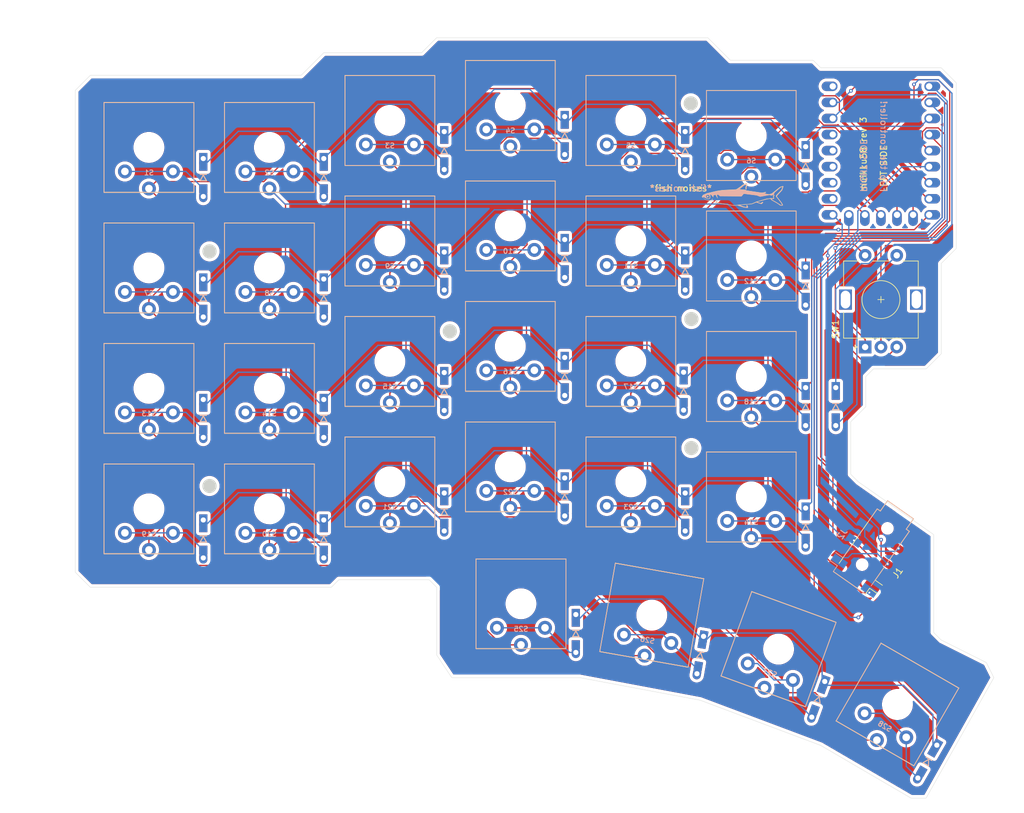
<source format=kicad_pcb>
(kicad_pcb (version 20240108) (generator "pcbnew") (generator_version "8.0")
  (layers (0 "F.Cu" signal) (31 "B.Cu" signal) (34 "B.Paste" user) (35 "F.Paste" user) (36 "B.SilkS" user "B.Silkscreen") (37 "F.SilkS" user "F.Silkscreen") (38 "B.Mask" user) (39 "F.Mask" user) (44 "Edge.Cuts" user))
  (net 0 "")
  (net 1 "Net-(D1-A)")
  (net 2 "ROW0")
  (net 3 "Net-(D2-A)")
  (net 4 "Net-(D3-A)")
  (net 5 "Net-(D4-A)")
  (net 6 "Net-(D5-A)")
  (net 7 "Net-(D6-A)")
  (net 8 "ROW1")
  (net 9 "Net-(D7-A)")
  (net 10 "Net-(D8-A)")
  (net 11 "Net-(D9-A)")
  (net 12 "Net-(D10-A)")
  (net 13 "Net-(D11-A)")
  (net 14 "Net-(D12-A)")
  (net 15 "Net-(D13-A)")
  (net 16 "ROW2")
  (net 17 "Net-(D14-A)")
  (net 18 "Net-(D15-A)")
  (net 19 "Net-(D16-A)")
  (net 20 "Net-(D17-A)")
  (net 21 "Net-(D18-A)")
  (net 22 "ROW3")
  (net 23 "Net-(D19-A)")
  (net 24 "Net-(D20-A)")
  (net 25 "Net-(D21-A)")
  (net 26 "Net-(D22-A)")
  (net 27 "Net-(D23-A)")
  (net 28 "Net-(D24-A)")
  (net 29 "Net-(D25-A)")
  (net 30 "ROW4")
  (net 31 "Net-(D26-A)")
  (net 32 "Net-(D27-A)")
  (net 33 "COL0")
  (net 34 "COL1")
  (net 35 "COL2")
  (net 36 "COL3")
  (net 37 "COL4")
  (net 38 "COL5")
  (net 39 "Net-(D28-A)")
  (net 40 "RX")
  (net 41 "VCC")
  (net 43 "GP26")
  (net 44 "GP15")
  (net 45 "GP29")
  (net 46 "GP27")
  (net 47 "TX")
  (net 48 "GND")
  (net 49 "GP28")
  (net 50 "ENC_B")
  (net 51 "ENC_A")
  (net 52 "Net-(D29-A)")
  (footprint "Rotary_Encoder:RotaryEncoder_Alps_EC11E-Switch_Vertical_H20mm" (layer "F.Cu") (at 153.471875 73.925 90)
    (property "Reference" "SW1")
    (property "Value" "RotaryEncoder_Switch")
  )
  (footprint "own:SW_Redragon_LowProfile_PCB_1.00u_REV" (layer "F.Cu") (at 139.782406 121.702133 -20)
    (property "Reference" "S27")
    (property "Value" "Keyswitch")
  )
  (footprint "own:SW_Redragon_LowProfile_PCB_1.00u_REV" (layer "F.Cu") (at 116.41875 57.15)
    (property "Reference" "S11")
    (property "Value" "Keyswitch")
  )
  (footprint "own:SW_Redragon_LowProfile_PCB_1.00u_REV" (layer "F.Cu") (at 116.41875 38.1)
    (property "Reference" "S5")
    (property "Value" "Keyswitch")
  )
  (footprint "own:SW_Redragon_LowProfile_PCB_1.00u_REV" (layer "F.Cu") (at 135.46875 40.48125)
    (property "Reference" "S6")
    (property "Value" "Keyswitch")
  )
  (footprint "own:m2hole" (layer "F.Cu") (at 126 69.5)
    (property "Reference" "REF**" (hide yes))
    (property "Value" "m2hole" (hide yes))
    (fp_circle (center 0 0) (end 1.1 0) (stroke (width 0.05)) (fill solid) (layer "Edge.Cuts"))
  )
  (footprint "own:SW_Redragon_LowProfile_PCB_1.00u_REV" (layer "F.Cu") (at 97.36875 54.76875)
    (property "Reference" "S10")
    (property "Value" "Keyswitch")
  )
  (footprint "own:SW_Redragon_LowProfile_PCB_1.00u_REV" (layer "F.Cu") (at 116.41875 95.25)
    (property "Reference" "S23")
    (property "Value" "Keyswitch")
  )
  (footprint "own:m2hole" (layer "F.Cu") (at 49.8 58.8)
    (property "Reference" "REF**" (hide yes))
    (property "Value" "m2hole" (hide yes))
    (fp_circle (center 0 0) (end 1.1 0) (stroke (width 0.05)) (fill solid) (layer "Edge.Cuts"))
  )
  (footprint "own:SW_Redragon_LowProfile_PCB_1.00u_REV" (layer "F.Cu") (at 78.31875 38.1)
    (property "Reference" "S3")
    (property "Value" "Keyswitch")
  )
  (footprint "own:SW_Redragon_LowProfile_PCB_1.00u_REV" (layer "F.Cu") (at 116.41875 76.2)
    (property "Reference" "S17")
    (property "Value" "Keyswitch")
  )
  (footprint "own:SW_Redragon_LowProfile_PCB_1.00u_REV" (layer "F.Cu") (at 59.26875 61.412501)
    (property "Reference" "S8")
    (property "Value" "Keyswitch")
  )
  (footprint "Connector_Audio:Jack_3.5mm_PJ320D_Horizontal" (layer "F.Cu") (at 154.271413 106.518621 -125)
    (property "Reference" "J1")
    (property "Value" "AudioJack4")
  )
  (footprint "own:m2hole" (layer "F.Cu") (at 125.9 35.4)
    (property "Reference" "REF**" (hide yes))
    (property "Value" "m2hole" (hide yes))
    (fp_circle (center 0 0) (end 1.1 0) (stroke (width 0.05)) (fill solid) (layer "Edge.Cuts"))
  )
  (footprint "own:m2hole" (layer "F.Cu") (at 87.8 71.4375)
    (property "Reference" "REF**" (hide yes))
    (property "Value" "m2hole" (hide yes))
    (fp_circle (center 0 0) (end 1.1 0) (stroke (width 0.05)) (fill solid) (layer "Edge.Cuts"))
  )
  (footprint "own:SW_Redragon_LowProfile_PCB_1.00u_REV" (layer "F.Cu") (at 99.05 114.525)
    (property "Reference" "S25")
    (property "Value" "Keyswitch")
  )
  (footprint "own:SW_Redragon_LowProfile_PCB_1.00u_REV" (layer "F.Cu") (at 40.21875 80.462501)
    (property "Reference" "S13")
    (property "Value" "Keyswitch")
  )
  (footprint "own:SW_Redragon_LowProfile_PCB_1.00u_REV" (layer "F.Cu") (at 119.732406 116.327133 -10)
    (property "Reference" "S26")
    (property "Value" "Keyswitch")
  )
  (footprint "own:SW_Redragon_LowProfile_PCB_1.00u_REV" (layer "F.Cu") (at 158.582406 130.452133 -30)
    (property "Reference" "S28")
    (property "Value" "Keyswitch")
  )
  (footprint "own:SW_Redragon_LowProfile_PCB_1.00u_REV" (layer "F.Cu") (at 97.36875 73.81875)
    (property "Reference" "S16")
    (property "Value" "Keyswitch")
  )
  (footprint "own:SW_Redragon_LowProfile_PCB_1.00u_REV" (layer "F.Cu") (at 59.26875 80.462501)
    (property "Reference" "S14")
    (property "Value" "Keyswitch")
  )
  (footprint "own:SW_Redragon_LowProfile_PCB_1.00u_REV" (layer "F.Cu") (at 40.21875 61.412501)
    (property "Reference" "S7")
    (property "Value" "Keyswitch")
  )
  (footprint "own:SW_Redragon_LowProfile_PCB_1.00u_REV" (layer "F.Cu") (at 97.36875 92.86875)
    (property "Reference" "S22")
    (property "Value" "Keyswitch")
  )
  (footprint "own:SW_Redragon_LowProfile_PCB_1.00u_REV" (layer "F.Cu") (at 40.21875 99.512501)
    (property "Reference" "S19")
    (property "Value" "Keyswitch")
  )
  (footprint "ScottoKeebs_MCU:RP2040_Zero" (layer "F.Cu") (at 155.971875 42.8625)
    (property "Reference" "U1" (hide yes))
    (property "Value" "RP2040_Zero" (hide yes))
  )
  (footprint "own:SW_Redragon_LowProfile_PCB_1.00u_REV" (layer "F.Cu") (at 59.26875 99.512501)
    (property "Reference" "S20")
    (property "Value" "Keyswitch")
  )
  (footprint "own:m2hole" (layer "F.Cu") (at 126 89.9)
    (property "Reference" "REF**" (hide yes))
    (property "Value" "m2hole" (hide yes))
    (fp_circle (center 0 0) (end 1.1 0) (stroke (width 0.05)) (fill solid) (layer "Edge.Cuts"))
  )
  (footprint "own:SW_Redragon_LowProfile_PCB_1.00u_REV" (layer "F.Cu") (at 59.26875 42.362501)
    (property "Reference" "S2")
    (property "Value" "Keyswitch")
  )
  (footprint "own:SW_Redragon_LowProfile_PCB_1.00u_REV" (layer "F.Cu") (at 78.31875 95.25)
    (property "Reference" "S21")
    (property "Value" "Keyswitch")
  )
  (footprint "own:SW_Redragon_LowProfile_PCB_1.00u_REV" (layer "F.Cu") (at 135.46875 59.53125)
    (property "Reference" "S12")
    (property "Value" "Keyswitch")
  )
  (footprint "own:SW_Redragon_LowProfile_PCB_1.00u_REV" (layer "F.Cu") (at 135.46875 78.58125)
    (property "Reference" "S18")
    (property "Value" "Keyswitch")
  )
  (footprint "own:m2hole" (layer "F.Cu") (at 49.8 95.9)
    (property "Reference" "REF**" (hide yes))
    (property "Value" "m2hole" (hide yes))
    (fp_circle (center 0 0) (end 1.1 0) (stroke (width 0.05)) (fill solid) (layer "Edge.Cuts"))
  )
  (footprint "own:SW_Redragon_LowProfile_PCB_1.00u_REV" (layer "F.Cu") (at 97.36875 35.71875)
    (property "Reference" "S4")
    (property "Value" "Keyswitch")
  )
  (footprint "own:SW_Redragon_LowProfile_PCB_1.00u_REV" (layer "F.Cu") (at 135.46875 97.63125)
    (property "Reference" "S24")
    (property "Value" "Keyswitch")
  )
  (footprint "own:SW_Redragon_LowProfile_PCB_1.00u_REV" (layer "F.Cu") (at 78.31875 57.15)
    (property "Reference" "S9")
    (property "Value" "Keyswitch")
  )
  (footprint "own:SW_Redragon_LowProfile_PCB_1.00u_REV" (layer "F.Cu") (at 78.31875 76.2)
    (property "Reference" "S15")
    (property "Value" "Keyswitch")
  )
  (footprint "own:SW_Redragon_LowProfile_PCB_1.00u_REV" (layer "F.Cu") (at 40.21875 42.362501)
    (property "Reference" "S1")
    (property "Value" "Keyswitch")
  )
  (footprint "kbd:D3_TH_SMD_v2" (layer "B.Cu") (at 67.865625 66.175001 -90)
    (property "Reference" "D8" (hide yes))
    (property "Value" "Diode" (hide yes))
  )
  (footprint "kbd:D3_TH_SMD_v2" (layer "B.Cu") (at 125.015625 61.9125 -90)
    (property "Reference" "D11" (hide yes))
    (property "Value" "Diode" (hide yes))
  )
  (footprint "kbd:D3_TH_SMD_v2" (layer "B.Cu") (at 124.765625 80.9125 -90)
    (property "Reference" "D17" (hide yes))
    (property "Value" "Diode" (hide yes))
  )
  (footprint "kbd:D3_TH_SMD_v2" (layer "B.Cu") (at 86.915625 80.9625 -90)
    (property "Reference" "D15" (hide yes))
    (property "Value" "Diode" (hide yes))
  )
  (footprint "kbd:D3_TH_SMD_v2" (layer "B.Cu") (at 125.015625 42.8625 -90)
    (property "Reference" "D5" (hide yes))
    (property "Value" "Diode" (hide yes))
  )
  (footprint "kbd:D3_TH_SMD_v2" (layer "B.Cu") (at 148.828125 83.34375 -90)
    (property "Reference" "D29" (hide yes))
    (property "Value" "Diode" (hide yes))
  )
  (footprint "kbd:D3_TH_SMD_v2" (layer "B.Cu") (at 163.31 139.48 -120)
    (property "Reference" "D28" (hide yes))
    (property "Value" "Diode" (hide yes))
  )
  (footprint "kbd:D3_TH_SMD_v2" (layer "B.Cu") (at 86.915625 61.9125 -90)
    (property "Reference" "D9" (hide yes))
    (property "Value" "Diode" (hide yes))
  )
  (footprint "kbd:D3_TH_SMD_v2" (layer "B.Cu") (at 105.965625 40.48125 -90)
    (property "Reference" "D4" (hide yes))
    (property "Value" "Diode" (hide yes))
  )
  (footprint "kbd:D3_TH_SMD_v2" (layer "B.Cu") (at 48.815625 47.125001 -90)
    (property "Reference" "D1" (hide yes))
    (property "Value" "Diode" (hide yes))
  )
  (footprint "kbd:D3_TH_SMD_v2" (layer "B.Cu") (at 144.065625 102.39375 -90)
    (property "Reference" "D24" (hide yes))
    (property "Value" "Diode" (hide yes))
  )
  (footprint "kbd:D3_TH_SMD_v2" (layer "B.Cu") (at 48.815625 104.275001 -90)
    (property "Reference" "D19" (hide yes))
    (property "Value" "Diode" (hide yes))
  )
  (footprint "kbd:D3_TH_SMD_v2" (layer "B.Cu") (at 67.865625 104.275001 -90)
    (property "Reference" "D20" (hide yes))
    (property "Value" "Diode" (hide yes))
  )
  (footprint "kbd:D3_TH_SMD_v2" (layer "B.Cu") (at 105.965626 59.93125 -90)
    (property "Reference" "D10" (hide yes))
    (property "Value" "Diode" (hide yes))
  )
  (footprint "kbd:D3_TH_SMD_v2" (layer "B.Cu") (at 67.865625 85.225001 -90)
    (property "Reference" "D14" (hide yes))
    (property "Value" "Diode" (hide yes))
  )
  (footprint "kbd:D3_TH_SMD_v2" (layer "B.Cu") (at 144.065625 45.24375 -90)
    (property "Reference" "D6" (hide yes))
    (property "Value" "Diode" (hide yes))
  )
  (footprint "kbd:D3_TH_SMD_v2" (layer "B.Cu") (at 144.065625 64.29375 -90)
    (property "Reference" "D12" (hide yes))
    (property "Value" "Diode" (hide yes))
  )
  (footprint "kbd:D3_TH_SMD_v2" (layer "B.Cu") (at 67.865625 47.125001 -90)
    (property "Reference" "D2" (hide yes))
    (property "Value" "Diode" (hide yes))
  )
  (footprint "kbd:D3_TH_SMD_v2" (layer "B.Cu") (at 86.915625 42.8625 -90)
    (property "Reference" "D3" (hide yes))
    (property "Value" "Diode" (hide yes))
  )
  (footprint "kbd:D3_TH_SMD_v2" (layer "B.Cu") (at 105.965625 78.58125 -90)
    (property "Reference" "D16" (hide yes))
    (property "Value" "Diode" (hide yes))
  )
  (footprint "kbd:D3_TH_SMD_v2" (layer "B.Cu") (at 48.815625 85.225001 -90)
    (property "Reference" "D13" (hide yes))
    (property "Value" "Diode" (hide yes))
  )
  (footprint "kbd:D3_TH_SMD_v2" (layer "B.Cu") (at 127.396875 122.634375 -100)
    (property "Reference" "D26" (hide yes))
    (property "Value" "Diode" (hide yes))
  )
  (footprint "kbd:D3_TH_SMD_v2" (layer "B.Cu") (at 48.815625 66.175001 -90)
    (property "Reference" "D7" (hide yes))
    (property "Value" "Diode" (hide yes))
  )
  (footprint "kbd:D3_TH_SMD_v2" (layer "B.Cu") (at 105.965625 97.63125 -90)
    (property "Reference" "D22" (hide yes))
    (property "Value" "Diode" (hide yes))
  )
  (footprint "kbd:D3_TH_SMD_v2" (layer "B.Cu") (at 144.065625 83.34375 -90)
    (property "Reference" "D18" (hide yes))
    (property "Value" "Diode" (hide yes))
  )
  (footprint "kbd:D3_TH_SMD_v2" (layer "B.Cu") (at 146.06 129.63 -110)
    (property "Reference" "D27" (hide yes))
    (property "Value" "Diode" (hide yes))
  )
  (footprint "kbd:D3_TH_SMD_v2" (layer "B.Cu") (at 107.725 119.225 -90)
    (property "Reference" "D25" (hide yes))
    (property "Value" "Diode" (hide yes))
  )
  (footprint "kbd:D3_TH_SMD_v2" (layer "B.Cu") (at 125.015625 100.0125 -90)
    (property "Reference" "D23" (hide yes))
    (property "Value" "Diode" (hide yes))
  )
  (footprint "kbd:D3_TH_SMD_v2" (layer "B.Cu") (at 86.915625 100.0125 -90)
    (property "Reference" "D21" (hide yes))
    (property "Value" "Diode" (hide yes))
  )
  (footprint "Connector_Audio:Jack_3.5mm_PJ320D_Horizontal" (layer "B.Cu") (at 154.261173 106.511451 -125)
    (property "Reference" "J2")
    (property "Value" "AudioJack4")
  )
  (gr_poly (pts (xy 134.712442 48.033953) (xy 134.717236 48.034346) (xy 134.721901 48.035012) (xy 134.726442 48.035951) (xy 134.73086 48.037166) (xy 134.735158 48.038657) (xy 134.73934 48.040424) (xy 134.743408 48.04247) (xy 134.747364 48.044794) (xy 134.751212 48.047399) (xy 134.754955 48.050284) (xy 134.758595 48.053452) (xy 134.762136 48.056904) (xy 134.76558 48.060639) (xy 134.768929 48.064659) (xy 134.772188 48.068966) (xy 134.775358 48.07356) (xy 134.778442 48.078443) (xy 134.781229 48.083164) (xy 134.783768 48.087801) (xy 134.78606 48.092354) (xy 134.788105 48.096821) (xy 134.789905 48.101201) (xy 134.791459 48.105493) (xy 134.792768 48.109696) (xy 134.793832 48.113809) (xy 134.794653 48.117831) (xy 134.79523 48.121762) (xy 134.795565 48.125599) (xy 134.795657 48.129342) (xy 134.795507 48.132991) (xy 134.795116 48.136543) (xy 134.794484 48.139998) (xy 134.793612 48.143354) (xy 134.7925 48.146612) (xy 134.791149 48.149769) (xy 134.789559 48.152825) (xy 134.78773 48.155779) (xy 134.785665 48.158629) (xy 134.783361 48.161375) (xy 134.780822 48.164016) (xy 134.778046 48.16655) (xy 134.775034 48.168976) (xy 134.771787 48.171294) (xy 134.768306 48.173503) (xy 134.76459 48.175601) (xy 134.760641 48.177587) (xy 134.756459 48.17946) (xy 134.752045 48.18122) (xy 134.747398 48.182866) (xy 134.729342 48.18876) (xy 134.70779 48.196753) (xy 134.656227 48.218033) (xy 134.596759 48.244704) (xy 134.533438 48.274764) (xy 134.470316 48.306214) (xy 134.411443 48.337051) (xy 134.360872 48.365276) (xy 134.339966 48.377784) (xy 134.322654 48.388887) (xy 134.267213 48.430981) (xy 134.174664 48.506032) (xy 133.93354 48.707975) (xy 133.709879 48.900658) (xy 133.639158 48.964133) (xy 133.620123 48.98251) (xy 133.614276 48.990021) (xy 133.651428 48.994497) (xy 133.750625 49.004661) (xy 134.074299 49.035177) (xy 134.291235 49.054874) (xy 134.377164 49.062713) (xy 134.449566 49.069462) (xy 134.509566 49.07531) (xy 134.558287 49.080445) (xy 134.578771 49.082804) (xy 134.596856 49.085055) (xy 134.612684 49.087222) (xy 134.626395 49.089328) (xy 134.638131 49.091397) (xy 134.648031 49.093452) (xy 134.656235 49.095517) (xy 134.662886 49.097616) (xy 134.665672 49.098685) (xy 134.668122 49.099771) (xy 134.670254 49.100877) (xy 134.672086 49.102006) (xy 134.673634 49.103162) (xy 134.674916 49.104346) (xy 134.67595 49.105562) (xy 134.676754 49.106813) (xy 134.677345 49.108101) (xy 134.677741 49.10943) (xy 134.677959 49.110803) (xy 134.678017 49.112222) (xy 134.677722 49.115212) (xy 134.676997 49.118424) (xy 134.674819 49.125605) (xy 134.673648 49.129622) (xy 134.672609 49.133954) (xy 134.671161 49.140695) (xy 134.670021 49.146668) (xy 134.669233 49.151935) (xy 134.668839 49.156554) (xy 134.668804 49.15864) (xy 134.668884 49.160587) (xy 134.669084 49.162401) (xy 134.66941 49.164092) (xy 134.669867 49.165666) (xy 134.670461 49.16713) (xy 134.671197 49.168493) (xy 134.67208 49.169761) (xy 134.673117 49.170943) (xy 134.674312 49.172045) (xy 134.67567 49.173075) (xy 134.677198 49.174041) (xy 134.678901 49.174951) (xy 134.680784 49.17581) (xy 134.682852 49.176628) (xy 134.685111 49.177412) (xy 134.690224 49.178906) (xy 134.696165 49.180353) (xy 134.702979 49.181812) (xy 134.710709 49.183343) (xy 135.949665 49.368199) (xy 136.345413 49.427005) (xy 136.648143 49.471144) (xy 136.76921 49.488214) (xy 136.872523 49.502218) (xy 136.959916 49.513358) (xy 137.033222 49.521833) (xy 137.094274 49.527845) (xy 137.144906 49.531593) (xy 137.166888 49.532681) (xy 137.186952 49.533278) (xy 137.205328 49.533409) (xy 137.222244 49.5331) (xy 137.237931 49.532376) (xy 137.252617 49.531261) (xy 137.266532 49.529781) (xy 137.279904 49.52796) (xy 137.305938 49.523398) (xy 137.332553 49.517776) (xy 137.362319 49.511052) (xy 137.396053 49.504195) (xy 137.413169 49.501006) (xy 137.429788 49.498131) (xy 137.445415 49.495687) (xy 137.459554 49.493788) (xy 137.472199 49.491616) (xy 137.484513 49.489378) (xy 137.496166 49.48714) (xy 137.506826 49.484968) (xy 137.516164 49.482929) (xy 137.523847 49.481088) (xy 137.529547 49.479511) (xy 137.531549 49.478843) (xy 137.532931 49.478265) (xy 137.536195 49.477022) (xy 137.541574 49.475465) (xy 137.548806 49.473676) (xy 137.557626 49.471739) (xy 137.567768 49.469735) (xy 137.578969 49.467748) (xy 137.590963 49.46586) (xy 137.603487 49.464154) (xy 137.616779 49.461784) (xy 137.630982 49.458951) (xy 137.64568 49.455721) (xy 137.660461 49.45216) (xy 137.674911 49.448334) (xy 137.688617 49.44431) (xy 137.701165 49.440154) (xy 137.706876 49.438047) (xy 137.712143 49.435932) (xy 137.722645 49.431483) (xy 137.732 49.427661) (xy 137.740318 49.424463) (xy 137.744122 49.423097) (xy 137.747707 49.421887) (xy 137.751088 49.420832) (xy 137.754278 49.419931) (xy 137.757291 49.419185) (xy 137.76014 49.418594) (xy 137.762839 49.418156) (xy 137.765402 49.417872) (xy 137.767843 49.417741) (xy 137.770175 49.417764) (xy 137.772411 49.41794) (xy 137.774567 49.418268) (xy 137.776654 49.418749) (xy 137.778688 49.419382) (xy 137.780682 49.420167) (xy 137.782648 49.421103) (xy 137.784602 49.422191) (xy 137.786557 49.42343) (xy 137.788526 49.424821) (xy 137.790523 49.426361) (xy 137.792562 49.428052) (xy 137.794657 49.429893) (xy 137.799068 49.434025) (xy 137.803865 49.438754) (xy 137.809726 49.445329) (xy 137.812079 49.448597) (xy 137.814038 49.451862) (xy 137.815594 49.455131) (xy 137.816742 49.458412) (xy 137.817472 49.461711) (xy 137.817778 49.465036) (xy 137.817651 49.468394) (xy 137.817085 49.471793) (xy 137.816073 49.475239) (xy 137.814605 49.478739) (xy 137.812676 49.482302) (xy 137.810277 49.485934) (xy 137.804041 49.493435) (xy 137.795837 49.501299) (xy 137.785606 49.509585) (xy 137.773287 49.518351) (xy 137.75882 49.527654) (xy 137.742145 49.537553) (xy 137.723203 49.548104) (xy 137.701933 49.559367) (xy 137.678276 49.571399) (xy 137.666048 49.57771) (xy 137.654273 49.583922) (xy 137.643006 49.590002) (xy 137.632304 49.595917) (xy 137.622222 49.601633) (xy 137.612816 49.607117) (xy 137.604141 49.612337) (xy 137.596255 49.61726) (xy 137.589211 49.621851) (xy 137.583067 49.626079) (xy 137.577877 49.62991) (xy 137.573699 49.633311) (xy 137.572006 49.63484) (xy 137.570587 49.636249) (xy 137.569448 49.637534) (xy 137.568597 49.638691) (xy 137.568041 49.639716) (xy 137.567786 49.640604) (xy 137.567839 49.641351) (xy 137.568208 49.641954) (xy 137.576327 49.647222) (xy 137.588375 49.65294) (xy 137.62344 49.665546) (xy 137.671768 49.679409) (xy 137.731721 49.694165) (xy 137.801662 49.709451) (xy 137.879954 49.724901) (xy 137.96496 49.740153) (xy 138.055042 49.754843) (xy 138.33162 49.797177) (xy 138.551753 49.719565) (xy 138.770475 49.643365) (xy 139.38431 49.149477) (xy 139.571755 48.998686) (xy 139.719183 48.880836) (xy 139.779854 48.832817) (xy 139.832877 48.791297) (xy 139.879037 48.755697) (xy 139.91912 48.725438) (xy 139.953911 48.699941) (xy 139.984197 48.678628) (xy 140.010761 48.660921) (xy 140.03439 48.646239) (xy 140.05587 48.634005) (xy 140.075985 48.623639) (xy 140.095521 48.614564) (xy 140.115264 48.606199) (xy 140.141367 48.59593) (xy 140.170364 48.585429) (xy 140.201312 48.574994) (xy 140.233268 48.564924) (xy 140.265291 48.555515) (xy 140.296438 48.547064) (xy 140.325765 48.539871) (xy 140.352331 48.534232) (xy 140.377036 48.529299) (xy 140.401014 48.524134) (xy 140.423669 48.518903) (xy 140.444406 48.513771) (xy 140.462629 48.508904) (xy 140.477743 48.504466) (xy 140.483948 48.502461) (xy 140.489153 48.500624) (xy 140.493283 48.498978) (xy 140.496264 48.497543) (xy 140.499158 48.496088) (xy 140.500594 48.49546) (xy 140.502021 48.494897) (xy 140.503442 48.494401) (xy 140.504856 48.493971) (xy 140.506263 48.493607) (xy 140.507663 48.49331) (xy 140.509057 48.493078) (xy 140.510446 48.492913) (xy 140.511829 48.492814) (xy 140.513206 48.492781) (xy 140.514578 48.492814) (xy 140.515945 48.492913) (xy 140.517308 48.493078) (xy 140.518666 48.49331) (xy 140.52002 48.493608) (xy 140.52137 48.493971) (xy 140.522716 48.494401) (xy 140.524059 48.494897) (xy 140.525399 48.49546) (xy 140.526737 48.496088) (xy 140.528071 48.496783) (xy 140.529403 48.497543) (xy 140.530734 48.49837) (xy 140.532062 48.499263) (xy 140.534714 48.501247) (xy 140.537363 48.503496) (xy 140.540009 48.50601) (xy 140.544653 48.510752) (xy 140.548457 48.515769) (xy 140.551305 48.521535) (xy 140.553084 48.528522) (xy 140.553681 48.537204) (xy 140.552982 48.548054) (xy 140.550873 48.561546) (xy 140.547241 48.578153) (xy 140.534952 48.622606) (xy 140.515204 48.685199) (xy 140.449698 48.879954) (xy 140.362209 49.14101) (xy 139.952986 49.582687) (xy 139.827218 49.719507) (xy 139.775276 49.776291) (xy 139.730009 49.826082) (xy 139.690951 49.869449) (xy 139.657637 49.906959) (xy 139.629602 49.939182) (xy 139.606382 49.966686) (xy 139.596432 49.978846) (xy 139.587511 49.990039) (xy 139.579561 50.000337) (xy 139.572524 50.00981) (xy 139.566341 50.01853) (xy 139.560955 50.026568) (xy 139.556308 50.033994) (xy 139.552341 50.04088) (xy 139.548996 50.047296) (xy 139.546215 50.053315) (xy 139.54394 50.059006) (xy 139.542113 50.064441) (xy 139.540675 50.069692) (xy 139.539569 50.074828) (xy 139.538737 50.079921) (xy 139.538119 50.085043) (xy 139.53697 50.094194) (xy 139.536204 50.102685) (xy 139.535871 50.110651) (xy 139.536025 50.118226) (xy 139.536715 50.125545) (xy 139.537995 50.132743) (xy 139.539916 50.139952) (xy 139.542529 50.147308) (xy 139.545886 50.154946) (xy 139.55004 50.162999) (xy 139.55504 50.171602) (xy 139.56094 50.180888) (xy 139.567791 50.190994) (xy 139.575644 50.202052) (xy 139.594565 50.227565) (xy 139.60945 50.247453) (xy 139.628189 50.271574) (xy 139.674116 50.328813) (xy 139.726129 50.391872) (xy 139.778008 50.453343) (xy 139.835313 50.522003) (xy 139.90201 50.604685) (xy 139.969501 50.691071) (xy 140.000857 50.732429) (xy 140.029187 50.770843) (xy 140.084022 50.844441) (xy 140.136607 50.914071) (xy 140.180991 50.972059) (xy 140.21122 51.010732) (xy 140.236088 51.041979) (xy 140.259881 51.073251) (xy 140.282583 51.104506) (xy 140.304177 51.135704) (xy 140.324647 51.166802) (xy 140.343975 51.197759) (xy 140.362146 51.228535) (xy 140.379142 51.259087) (xy 140.394949 51.289375) (xy 140.409547 51.319357) (xy 140.422923 51.348992) (xy 140.435058 51.378238) (xy 140.445936 51.407054) (xy 140.455541 51.435399) (xy 140.463856 51.463231) (xy 140.470865 51.49051) (xy 140.472321 51.500405) (xy 140.472392 51.50948) (xy 140.470983 51.517773) (xy 140.469693 51.521639) (xy 140.467998 51.525324) (xy 140.465886 51.528834) (xy 140.463344 51.532173) (xy 140.460361 51.535346) (xy 140.456924 51.538358) (xy 140.448644 51.543919) (xy 140.438409 51.548894) (xy 140.426123 51.553324) (xy 140.411691 51.557248) (xy 140.395019 51.560705) (xy 140.376011 51.563733) (xy 140.354572 51.566373) (xy 140.330607 51.568664) (xy 140.304022 51.570644) (xy 140.27472 51.572354) (xy 140.232199 51.574044) (xy 140.214085 51.574534) (xy 140.197814 51.574757) (xy 140.183198 51.574692) (xy 140.170044 51.574314) (xy 140.158164 51.573601) (xy 140.147367 51.572531) (xy 140.137463 51.57108) (xy 140.128262 51.569226) (xy 140.119574 51.566946) (xy 140.111208 51.564218) (xy 140.102974 51.561019) (xy 140.094682 51.557325) (xy 140.086143 51.553115) (xy 140.077165 51.548365) (xy 140.06563 51.542635) (xy 140.054476 51.537186) (xy 140.043951 51.532168) (xy 140.034302 51.527728) (xy 140.025777 51.524015) (xy 140.022014 51.522479) (xy 140.018625 51.521179) (xy 140.015642 51.520137) (xy 140.013094 51.519369) (xy 140.011014 51.518894) (xy 140.009432 51.518732) (xy 140.007886 51.518341) (xy 140.005405 51.517194) (xy 139.997855 51.512779) (xy 139.987231 51.505784) (xy 139.973977 51.496507) (xy 139.95854 51.485245) (xy 139.941367 51.472297) (xy 139.922904 51.45796) (xy 139.903598 51.442532) (xy 139.840875 51.39435) (xy 139.771439 51.344151) (xy 139.695586 51.292166) (xy 139.613615 51.238626) (xy 139.525822 51.183764) (xy 139.432507 51.12781) (xy 139.333966 51.070996) (xy 139.230497 51.013554) (xy 139.05897 50.919184) (xy 138.930107 50.848079) (xy 138.879422 50.819924) (xy 138.836699 50.795992) (xy 138.801036 50.775752) (xy 138.771534 50.758672) (xy 138.74729 50.744222) (xy 138.727404 50.731869) (xy 138.710973 50.721084) (xy 138.703773 50.716113) (xy 138.697098 50.711334) (xy 138.684876 50.702088) (xy 138.673407 50.692816) (xy 138.661789 50.682985) (xy 138.64912 50.672065) (xy 138.641942 50.665514) (xy 138.635216 50.659073) (xy 138.628932 50.652724) (xy 138.623081 50.646445) (xy 138.617651 50.640215) (xy 138.612632 50.634015) (xy 138.608015 50.627823) (xy 138.603788 50.621618) (xy 138.599942 50.61538) (xy 138.596466 50.609089) (xy 138.593349 50.602723) (xy 138.590581 50.596262) (xy 138.588153 50.589686) (xy 138.586053 50.582972) (xy 138.584272 50.576102) (xy 138.582798 50.569054) (xy 138.581659 50.563536) (xy 138.581399 50.562444) (xy 138.758304 50.562444) (xy 138.758658 50.573287) (xy 138.75949 50.584329) (xy 138.760788 50.595342) (xy 138.762537 50.606098) (xy 138.764721 50.61637) (xy 138.767327 50.625932) (xy 138.770341 50.634555) (xy 138.773747 50.642012) (xy 138.775592 50.645233) (xy 138.777531 50.648076) (xy 138.77969 50.650617) (xy 138.782434 50.653456) (xy 138.78572 50.65656) (xy 138.789504 50.659894) (xy 138.798392 50.667126) (xy 138.808752 50.674888) (xy 138.820237 50.682913) (xy 138.832498 50.690939) (xy 138.84519 50.6987) (xy 138.857964 50.705932) (xy 138.938067 50.748883) (xy 139.075452 50.824113) (xy 139.399831 51.003676) (xy 139.420672 51.015676) (xy 139.452527 51.035118) (xy 139.543059 51.092224) (xy 139.65899 51.166792) (xy 139.787886 51.250621) (xy 139.913922 51.332686) (xy 139.964589 51.365591) (xy 140.007976 51.393584) (xy 140.044798 51.417046) (xy 140.07577 51.436358) (xy 140.089286 51.444576) (xy 140.101608 51.4519) (xy 140.112824 51.458375) (xy 140.123026 51.464051) (xy 140.132301 51.468975) (xy 140.14074 51.473193) (xy 140.148431 51.476754) (xy 140.155465 51.479706) (xy 140.16193 51.482095) (xy 140.167916 51.483969) (xy 140.173513 51.485377) (xy 140.178809 51.486364) (xy 140.183894 51.48698) (xy 140.188858 51.487271) (xy 140.19379 51.487285) (xy 140.198779 51.48707) (xy 140.209287 51.486141) (xy 140.221098 51.484865) (xy 140.232869 51.483346) (xy 140.245682 51.481977) (xy 140.259123 51.480772) (xy 140.272779 51.47975) (xy 140.286237 51.478926) (xy 140.299083 51.478317) (xy 140.310904 51.477939) (xy 140.321286 51.477809) (xy 140.328783 51.477523) (xy 140.335422 51.477167) (xy 140.341238 51.476709) (xy 140.346267 51.476112) (xy 140.348497 51.47575) (xy 140.350544 51.475341) (xy 140.352411 51.47488) (xy 140.354103 51.474362) (xy 140.355625 51.473783) (xy 140.35698 51.473138) (xy 140.358174 51.472424) (xy 140.35921 51.471636) (xy 140.360093 51.470769) (xy 140.360828 51.469819) (xy 140.361419 51.468782) (xy 140.36187 51.467654) (xy 140.362185 51.466429) (xy 140.36237 51.465103) (xy 140.362427 51.463673) (xy 140.362363 51.462133) (xy 140.362181 51.46048) (xy 140.361885 51.458708) (xy 140.361481 51.456814) (xy 140.360971 51.454794) (xy 140.359656 51.450354) (xy 140.357975 51.445354) (xy 140.352116 51.428356) (xy 140.344702 51.409318) (xy 140.335899 51.388548) (xy 140.325872 51.366354) (xy 140.30281 51.318925) (xy 140.276837 51.269494) (xy 140.249276 51.220527) (xy 140.221451 51.174487) (xy 140.207852 51.153335) (xy 140.194684 51.133838) (xy 140.182111 51.116305) (xy 140.170298 51.101043) (xy 139.752609 50.573288) (xy 139.715788 50.526633) (xy 139.668647 50.467807) (xy 139.567753 50.343276) (xy 139.517645 50.280934) (xy 139.496493 50.254339) (xy 139.477773 50.230564) (xy 139.46136 50.209435) (xy 139.447128 50.190777) (xy 139.434951 50.174419) (xy 139.424702 50.160185) (xy 139.416256 50.147902) (xy 139.409486 50.137398) (xy 139.40669 50.132758) (xy 139.404266 50.128497) (xy 139.402198 50.124594) (xy 139.400471 50.121026) (xy 139.399068 50.117773) (xy 139.397973 50.114813) (xy 139.397172 50.112123) (xy 139.396648 50.109682) (xy 139.396385 50.107469) (xy 139.396368 50.105461) (xy 139.396581 50.103638) (xy 139.397009 50.101976) (xy 139.397472 50.100244) (xy 139.397808 50.098236) (xy 139.398019 50.095977) (xy 139.398111 50.093488) (xy 139.398087 50.090792) (xy 139.397951 50.087912) (xy 139.397708 50.084871) (xy 139.397361 50.081692) (xy 139.396916 50.078397) (xy 139.396375 50.075008) (xy 139.395025 50.068044) (xy 139.393344 50.06098) (xy 139.39239 50.057468) (xy 139.391365 50.053999) (xy 139.389457 50.048126) (xy 139.3886 50.042004) (xy 139.388955 50.03542) (xy 139.390681 50.028158) (xy 139.393936 50.020003) (xy 139.39888 50.010739) (xy 139.405672 50.000153) (xy 139.414471 49.988029) (xy 139.425437 49.974152) (xy 139.438727 49.958308) (xy 139.472922 49.919855) (xy 139.518328 49.870951) (xy 139.57622 49.809876) (xy 140.01931 49.339977) (xy 140.163243 49.188988) (xy 140.17566 49.176141) (xy 140.18751 49.163538) (xy 140.198785 49.151192) (xy 140.209478 49.139114) (xy 140.219585 49.127317) (xy 140.229099 49.115814) (xy 140.238013 49.104617) (xy 140.246321 49.093738) (xy 140.254018 49.083189) (xy 140.261097 49.072984) (xy 140.267551 49.063135) (xy 140.273375 49.053653) (xy 140.278562 49.044552) (xy 140.283107 49.035843) (xy 140.287002 49.02754) (xy 140.290242 49.019654) (xy 140.366442 48.809399) (xy 140.377042 48.779021) (xy 140.387477 48.749735) (xy 140.406659 48.697215) (xy 140.421608 48.657396) (xy 140.429942 48.635832) (xy 140.43207 48.62993) (xy 140.433073 48.624934) (xy 140.432819 48.620856) (xy 140.43218 48.619165) (xy 140.431177 48.617708) (xy 140.429793 48.616487) (xy 140.428013 48.615503) (xy 140.423195 48.614252) (xy 140.416592 48.613969) (xy 140.40807 48.614665) (xy 140.397497 48.616354) (xy 140.384742 48.619048) (xy 140.369672 48.622758) (xy 140.352155 48.627498) (xy 140.309248 48.640115) (xy 140.254965 48.656999) (xy 140.123731 48.697921) (xy 139.653831 49.091621) (xy 139.318868 49.375431) (xy 139.213498 49.465676) (xy 139.18346 49.492037) (xy 139.171231 49.503665) (xy 139.169368 49.506215) (xy 139.166978 49.510103) (xy 139.160758 49.521569) (xy 139.152851 49.5374) (xy 139.143538 49.556935) (xy 139.12182 49.604472) (xy 139.097853 49.658887) (xy 139.039998 49.795765) (xy 139.082331 49.887487) (xy 139.123254 49.980621) (xy 139.059754 50.117499) (xy 138.996254 50.252965) (xy 139.061164 50.319288) (xy 139.126076 50.38561) (xy 139.034353 50.458987) (xy 138.942631 50.532365) (xy 138.862198 50.518254) (xy 138.854036 50.516733) (xy 138.845986 50.515346) (xy 138.838094 50.514096) (xy 138.830403 50.512984) (xy 138.822961 50.512013) (xy 138.815813 50.511185) (xy 138.809003 50.510501) (xy 138.802578 50.509964) (xy 138.796583 50.509576) (xy 138.791063 50.509338) (xy 138.786064 50.509254) (xy 138.781632 50.509324) (xy 138.777811 50.509552) (xy 138.774648 50.509939) (xy 138.772188 50.510487) (xy 138.771235 50.510822) (xy 138.770475 50.511198) (xy 138.768697 50.512504) (xy 138.767066 50.514286) (xy 138.765581 50.516515) (xy 138.764238 50.519164) (xy 138.763038 50.522203) (xy 138.761977 50.525604) (xy 138.760267 50.533379) (xy 138.759095 50.542263) (xy 138.758445 50.552027) (xy 138.758304 50.562444) (xy 138.581399 50.562444) (xy 138.580367 50.558113) (xy 138.578935 50.552813) (xy 138.577374 50.547667) (xy 138.575698 50.542703) (xy 138.573918 50.537949) (xy 138.572047 50.533435) (xy 138.570098 50.52919) (xy 138.568083 50.525243) (xy 138.566014 50.521622) (xy 138.563903 50.518357) (xy 138.562836 50.516867) (xy 138.561764 50.515476) (xy 138.560687 50.514189) (xy 138.559608 50.513009) (xy 138.558527 50.511939) (xy 138.557448 50.510984) (xy 138.55637 50.510146) (xy 138.555296 50.50943) (xy 138.554227 50.508839) (xy 138.553165 50.508376) (xy 138.549781 50.507714) (xy 138.543954 50.507307) (xy 138.525516 50.50723) (xy 138.498941 50.508079) (xy 138.465323 50.509787) (xy 138.381318 50.51552) (xy 138.282231 50.523899) (xy 138.198598 50.531908) (xy 138.125664 50.540611) (xy 138.052564 50.552424) (xy 137.968435 50.56976) (xy 137.862412 50.595033) (xy 137.72363 50.630658) (xy 137.304332 50.742621) (xy 137.015054 50.821577) (xy 136.765992 50.890611) (xy 136.583606 50.942447) (xy 136.525685 50.959642) (xy 136.494354 50.969809) (xy 136.411098 51.002265) (xy 136.508465 51.036132) (xy 136.665407 51.087792) (xy 136.811501 51.134028) (xy 136.873121 51.152755) (xy 136.923199 51.167299) (xy 136.958791 51.176717) (xy 136.970235 51.179209) (xy 136.976954 51.180065) (xy 136.980097 51.179544) (xy 136.984706 51.178015) (xy 136.997966 51.172128) (xy 137.016021 51.162801) (xy 137.038161 51.150432) (xy 137.063673 51.135417) (xy 137.091849 51.118153) (xy 137.121975 51.099037) (xy 137.153342 51.078465) (xy 137.175352 51.063872) (xy 137.195416 51.050747) (xy 137.213636 51.039041) (xy 137.230115 51.028702) (xy 137.244957 51.019676) (xy 137.258266 51.011914) (xy 137.270144 51.005363) (xy 137.275579 51.002526) (xy 137.280695 50.999972) (xy 137.285505 50.997695) (xy 137.290022 50.995689) (xy 137.294259 50.993947) (xy 137.298229 50.992462) (xy 137.301945 50.991228) (xy 137.305419 50.99024) (xy 137.308665 50.989489) (xy 137.311695 50.98897) (xy 137.314523 50.988676) (xy 137.317161 50.988602) (xy 137.319623 50.988739) (xy 137.32192 50.989083) (xy 137.324067 50.989626) (xy 137.326076 50.990362) (xy 137.327959 50.991285) (xy 137.329731 50.992388) (xy 137.334402 50.995358) (xy 137.338622 50.998454) (xy 137.342386 51.001687) (xy 137.345691 51.005068) (xy 137.348532 51.008607) (xy 137.350905 51.012315) (xy 137.352805 51.016202) (xy 137.354227 51.020279) (xy 137.355168 51.024557) (xy 137.355623 51.029045) (xy 137.355587 51.033755) (xy 137.355057 51.038698) (xy 137.354027 51.043883) (xy 137.352494 51.049322) (xy 137.350453 51.055025) (xy 137.347899 51.061003) (xy 137.341238 51.073824) (xy 137.332474 51.087872) (xy 137.321572 51.10323) (xy 137.308499 51.119983) (xy 137.293217 51.138216) (xy 137.275693 51.158014) (xy 137.255891 51.179461) (xy 137.233776 51.202643) (xy 137.113831 51.32541) (xy 137.03622 51.304243) (xy 136.989631 51.290948) (xy 136.919627 51.269847) (xy 136.8356 51.24372) (xy 136.746943 51.215343) (xy 136.557148 51.155724) (xy 136.467543 51.12803) (xy 136.396987 51.106687) (xy 136.260109 51.064354) (xy 135.921442 51.199821) (xy 135.584187 51.335287) (xy 134.96612 51.384677) (xy 134.463677 51.425709) (xy 134.062304 51.459994) (xy 133.795339 51.48449) (xy 133.722678 51.492117) (xy 133.69612 51.496154) (xy 133.701907 51.500731) (xy 133.72171 51.510282) (xy 133.795802 51.541442) (xy 134.028966 51.631973) (xy 134.274566 51.721976) (xy 134.364202 51.752475) (xy 134.394109 51.761595) (xy 134.411554 51.765676) (xy 134.439092 51.769866) (xy 134.466763 51.77379) (xy 134.510331 51.779788) (xy 134.624632 51.793899) (xy 134.705065 51.802365) (xy 134.75022 51.727576) (xy 134.796787 51.654199) (xy 134.760098 51.587876) (xy 134.754358 51.577575) (xy 134.7493 51.568308) (xy 134.744911 51.559983) (xy 134.74118 51.55251) (xy 134.739558 51.549065) (xy 134.738094 51.545798) (xy 134.736789 51.542699) (xy 134.735641 51.539755) (xy 134.734647 51.536957) (xy 134.733807 51.534291) (xy 134.733119 51.531748) (xy 134.732581 51.529315) (xy 134.732193 51.526982) (xy 134.731951 51.524736) (xy 134.731855 51.522567) (xy 134.731903 51.520463) (xy 134.732094 51.518412) (xy 134.732426 51.516404) (xy 134.732898 51.514427) (xy 134.733507 51.51247) (xy 134.734253 51.510521) (xy 134.735134 51.508569) (xy 134.736148 51.506602) (xy 134.737294 51.50461) (xy 134.73857 51.50258) (xy 134.739975 51.500502) (xy 134.743165 51.496154) (xy 134.748204 51.490159) (xy 134.750747 51.487636) (xy 134.753318 51.485436) (xy 134.755926 51.483565) (xy 134.758581 51.482031) (xy 134.761291 51.480838) (xy 134.764067 51.479992) (xy 134.766917 51.4795) (xy 134.76985 51.479368) (xy 134.772877 51.479601) (xy 134.776006 51.480205) (xy 134.779247 51.481186) (xy 134.782608 51.48255) (xy 134.7861 51.484304) (xy 134.789731 51.486453) (xy 134.793512 51.489002) (xy 134.79745 51.491959) (xy 134.805838 51.499117) (xy 134.81497 51.507974) (xy 134.824921 51.518577) (xy 134.835765 51.530975) (xy 134.847576 51.545215) (xy 134.860429 51.561344) (xy 134.874398 51.579409) (xy 134.894812 51.607326) (xy 134.903386 51.619975) (xy 134.910977 51.632084) (xy 134.917667 51.643904) (xy 134.923536 51.655684) (xy 134.928666 51.667675) (xy 134.933136 51.680128) (xy 134.937027 51.693291) (xy 134.94042 51.707416) (xy 134.943395 51.722751) (xy 134.946034 51.739549) (xy 134.948416 51.758057) (xy 134.950623 51.778528) (xy 134.954831 51.826354) (xy 134.955851 51.843103) (xy 134.956174 51.857953) (xy 134.955665 51.870987) (xy 134.955058 51.87685) (xy 134.954192 51.882292) (xy 134.953051 51.887321) (xy 134.951619 51.891951) (xy 134.949878 51.89619) (xy 134.947812 51.900049) (xy 134.945403 51.903539) (xy 134.942636 51.906672) (xy 134.939493 51.909456) (xy 134.935958 51.911903) (xy 134.932013 51.914023) (xy 134.927642 51.915828) (xy 134.922829 51.917327) (xy 134.917555 51.918531) (xy 134.911806 51.919451) (xy 134.905563 51.920098) (xy 134.89153 51.920612) (xy 134.875322 51.920159) (xy 134.856806 51.918823) (xy 134.835847 51.91669) (xy 134.812309 51.913843) (xy 134.765059 51.908154) (xy 134.708417 51.902201) (xy 134.649392 51.896777) (xy 134.594998 51.892676) (xy 134.528555 51.887732) (xy 134.474877 51.883284) (xy 134.452144 51.881153) (xy 134.431783 51.879034) (xy 134.413523 51.87689) (xy 134.39709 51.874685) (xy 134.382211 51.87238) (xy 134.368614 51.869939) (xy 134.356026 51.867324) (xy 134.344173 51.864498) (xy 134.332783 51.861425) (xy 134.321584 51.858066) (xy 134.310302 51.854384) (xy 134.298664 51.850343) (xy 134.286224 51.846192) (xy 134.273485 51.842273) (xy 134.260813 51.838685) (xy 134.24857 51.835526) (xy 134.237122 51.832897) (xy 134.22683 51.830896) (xy 134.222232 51.830162) (xy 134.21806 51.829623) (xy 134.214359 51.82929) (xy 134.211175 51.829176) (xy 134.171483 51.819679) (xy 134.084132 51.794207) (xy 133.823473 51.713465) (xy 133.543235 51.623198) (xy 133.357454 51.559654) (xy 133.333267 51.550383) (xy 133.322157 51.546718) (xy 133.311064 51.543691) (xy 133.299508 51.541292) (xy 133.287009 51.539513) (xy 133.273088 51.538345) (xy 133.257265 51.537782) (xy 133.217997 51.538432) (xy 133.165367 51.541398) (xy 133.004676 51.55401) (xy 132.725276 51.576587) (xy 131.403065 51.377621) (xy 130.079443 51.180065) (xy 129.279343 50.952876) (xy 128.655654 50.776003) (xy 128.554255 50.746574) (xy 128.47009 50.721449) (xy 128.400869 50.699821) (xy 128.344305 50.680885) (xy 128.320055 50.672174) (xy 128.29811 50.663834) (xy 128.278185 50.655763) (xy 128.259994 50.647862) (xy 128.243252 50.640028) (xy 128.227671 50.632162) (xy 128.212966 50.624163) (xy 128.198851 50.61593) (xy 128.171246 50.598358) (xy 128.142569 50.57864) (xy 128.072843 50.529543) (xy 127.979401 50.464563) (xy 127.912946 50.417691) (xy 127.873612 50.388777) (xy 127.864156 50.381008) (xy 127.861988 50.378787) (xy 127.861529 50.377672) (xy 127.862782 50.377662) (xy 127.865749 50.378752) (xy 127.876831 50.384229) (xy 127.919649 50.408298) (xy 127.990117 50.44973) (xy 128.088365 50.508376) (xy 128.290154 50.631143) (xy 128.71631 50.756732) (xy 128.911065 50.811611) (xy 129.128178 50.869797) (xy 129.340792 50.924015) (xy 129.522054 50.966987) (xy 129.800748 51.029429) (xy 129.935509 51.060121) (xy 129.941195 51.061542) (xy 129.946065 51.062563) (xy 129.950101 51.063079) (xy 129.953281 51.062987) (xy 129.954543 51.062681) (xy 129.955584 51.062184) (xy 129.956401 51.061484) (xy 129.95699 51.060567) (xy 129.957351 51.059421) (xy 129.957479 51.058032) (xy 129.957373 51.056388) (xy 129.957029 51.054476) (xy 129.95562 51.049796) (xy 129.953231 51.043887) (xy 129.949842 51.036648) (xy 129.945431 51.027974) (xy 129.933464 51.005909) (xy 129.917165 50.976865) (xy 129.866365 50.885143) (xy 129.92281 50.849865) (xy 129.979254 50.813177) (xy 130.117543 50.862565) (xy 130.170989 50.882916) (xy 130.194834 50.892157) (xy 130.215968 50.900489) (xy 130.233794 50.907696) (xy 130.247718 50.913564) (xy 130.257144 50.917877) (xy 130.259984 50.919383) (xy 130.261476 50.920421) (xy 130.261701 50.920805) (xy 130.261585 50.921164) (xy 130.260365 50.921804) (xy 130.257876 50.922337) (xy 130.254178 50.922758) (xy 130.243394 50.923249) (xy 130.228492 50.923243) (xy 130.209951 50.922708) (xy 130.188253 50.921611) (xy 130.163875 50.919919) (xy 130.137298 50.917599) (xy 130.003243 50.907721) (xy 130.093554 51.016376) (xy 130.11181 51.038191) (xy 130.129273 51.058864) (xy 130.145545 51.077917) (xy 130.160229 51.094869) (xy 130.172929 51.109242) (xy 130.183248 51.120556) (xy 130.18739 51.124916) (xy 130.190788 51.128331) (xy 130.193393 51.130741) (xy 130.195154 51.132087) (xy 130.573685 51.195235) (xy 131.466565 51.336698) (xy 132.267591 51.462001) (xy 132.400513 51.481652) (xy 132.512777 51.49716) (xy 132.607521 51.508785) (xy 132.687882 51.516791) (xy 132.756998 51.521441) (xy 132.818007 51.522995) (xy 132.874047 51.521718) (xy 132.928255 51.517872) (xy 132.98377 51.511719) (xy 133.043729 51.503521) (xy 133.189531 51.482043) (xy 133.366273 51.462331) (xy 133.671073 51.43336) (xy 134.493398 51.36351) (xy 135.557376 51.278843) (xy 135.890398 51.136321) (xy 135.958032 51.107192) (xy 136.021367 51.079502) (xy 136.079013 51.053895) (xy 136.129581 51.031017) (xy 136.171683 51.011512) (xy 136.203929 50.996025) (xy 136.224931 50.985202) (xy 136.23078 50.981741) (xy 136.233298 50.979688) (xy 136.23427 50.97835) (xy 136.23558 50.976992) (xy 136.237205 50.975626) (xy 136.239119 50.974264) (xy 136.241298 50.972918) (xy 136.243716 50.971601) (xy 136.24635 50.970326) (xy 136.249173 50.969104) (xy 136.252162 50.967949) (xy 136.255292 50.966872) (xy 136.258537 50.965886) (xy 136.261873 50.965003) (xy 136.265275 50.964236) (xy 136.268719 50.963597) (xy 136.27218 50.963099) (xy 136.275632 50.962754) (xy 136.350002 50.942866) (xy 136.527691 50.892551) (xy 137.085608 50.731332) (xy 137.86172 50.504143) (xy 138.248365 50.453343) (xy 138.374596 50.437024) (xy 138.471342 50.424922) (xy 138.510442 50.420365) (xy 138.544309 50.416756) (xy 138.573658 50.414061) (xy 138.599202 50.412244) (xy 138.621653 50.411271) (xy 138.641726 50.411106) (xy 138.660132 50.411714) (xy 138.677585 50.41306) (xy 138.694799 50.415109) (xy 138.712485 50.417826) (xy 138.752132 50.425121) (xy 138.870665 50.447698) (xy 138.927109 50.41101) (xy 138.936128 50.405411) (xy 138.944166 50.400214) (xy 138.951266 50.395361) (xy 138.95747 50.390791) (xy 138.96025 50.388594) (xy 138.962823 50.386445) (xy 138.965193 50.384336) (xy 138.967367 50.382261) (xy 138.96935 50.380212) (xy 138.971147 50.378181) (xy 138.972764 50.376161) (xy 138.974205 50.374145) (xy 138.975477 50.372124) (xy 138.976585 50.370091) (xy 138.977535 50.36804) (xy 138.978331 50.365962) (xy 138.978979 50.36385) (xy 138.979486 50.361696) (xy 138.979855 50.359493) (xy 138.980092 50.357233) (xy 138.980204 50.35491) (xy 138.980195 50.352515) (xy 138.98007 50.35004) (xy 138.979836 50.34748) (xy 138.97906 50.342068) (xy 138.977909 50.336221) (xy 138.964504 50.267975) (xy 138.959281 50.239886) (xy 138.955067 50.215174) (xy 138.951878 50.193356) (xy 138.949731 50.173949) (xy 138.948642 50.156468) (xy 138.9485 50.148298) (xy 138.948628 50.140429) (xy 138.94903 50.1328) (xy 138.949706 50.12535) (xy 138.950659 50.118019) (xy 138.951892 50.110746) (xy 138.953405 50.103472) (xy 138.955202 50.096134) (xy 138.959653 50.08103) (xy 138.965262 50.064951) (xy 138.972044 50.047412) (xy 138.989198 50.006021) (xy 139.037176 49.888899) (xy 138.994842 49.876199) (xy 138.988123 49.874287) (xy 138.981638 49.872814) (xy 138.975256 49.871821) (xy 138.968847 49.871348) (xy 138.962281 49.871438) (xy 138.955427 49.872131) (xy 138.948157 49.873469) (xy 138.940338 49.875493) (xy 138.931841 49.878245) (xy 138.922536 49.881766) (xy 138.912293 49.886097) (xy 138.900981 49.89128) (xy 138.88847 49.897356) (xy 138.87463 49.904366) (xy 138.842442 49.921354) (xy 138.822622 49.931722) (xy 138.803408 49.941124) (xy 138.784843 49.949554) (xy 138.76697 49.957007) (xy 138.749833 49.963476) (xy 138.733475 49.968955) (xy 138.71794 49.973437) (xy 138.703272 49.976917) (xy 138.689512 49.979388) (xy 138.676706 49.980844) (xy 138.670673 49.98119) (xy 138.664896 49.981279) (xy 138.659378 49.981112) (xy 138.654125 49.980687) (xy 138.649143 49.980004) (xy 138.644438 49.979061) (xy 138.640014 49.977859) (xy 138.635877 49.976396) (xy 138.632033 49.974671) (xy 138.628486 49.972684) (xy 138.625243 49.970435) (xy 138.622309 49.967921) (xy 138.62032 49.96622) (xy 138.61705 49.964305) (xy 138.612573 49.962191) (xy 138.606963 49.959895) (xy 138.592642 49.954824) (xy 138.574684 49.949224) (xy 138.553683 49.943227) (xy 138.530234 49.936965) (xy 138.504933 49.930571) (xy 138.478376 49.924177) (xy 138.347143 49.895954) (xy 137.621832 50.03001) (xy 136.89652 50.164065) (xy 136.612887 50.058232) (xy 136.327842 49.952399) (xy 135.35982 49.832454) (xy 134.660086 49.745494) (xy 134.4353 49.717162) (xy 134.338176 49.704043) (xy 134.287376 49.696988) (xy 134.116632 49.901599) (xy 133.945887 50.107621) (xy 133.842876 50.107621) (xy 132.141076 50.092099) (xy 130.540876 50.077988) (xy 130.363076 49.938288) (xy 130.185276 49.799999) (xy 130.111899 49.871965) (xy 130.038521 49.945343) (xy 130.114721 50.197932) (xy 130.130083 50.249079) (xy 130.144222 50.297018) (xy 130.156839 50.340658) (xy 130.167637 50.378907) (xy 130.176319 50.410674) (xy 130.182586 50.434866) (xy 130.186142 50.450394) (xy 130.186809 50.454568) (xy 130.186849 50.455697) (xy 130.186687 50.456165) (xy 130.185313 50.455246) (xy 130.182308 50.451521) (xy 130.17176 50.436211) (xy 130.135005 50.378025) (xy 130.082111 50.29047) (xy 130.018765 50.18241) (xy 129.953612 50.07188) (xy 129.897586 49.977622) (xy 129.856642 49.909558) (xy 129.843685 49.888449) (xy 129.836732 49.87761) (xy 129.833584 49.873665) (xy 129.830335 49.870326) (xy 129.826751 49.867635) (xy 129.822599 49.865637) (xy 129.817644 49.864376) (xy 129.811654 49.863893) (xy 129.804395 49.864233) (xy 129.795633 49.865439) (xy 129.785135 49.867555) (xy 129.772667 49.870623) (xy 129.740887 49.879793) (xy 129.698424 49.893295) (xy 129.64341 49.911476) (xy 129.469843 49.970743) (xy 129.47831 50.120321) (xy 129.488187 50.269899) (xy 129.448676 50.227565) (xy 129.423916 50.198748) (xy 129.385 50.1526) (xy 129.286398 50.034243) (xy 129.271635 50.016271) (xy 129.256994 49.998877) (xy 129.242497 49.982079) (xy 129.228168 49.965893) (xy 129.214029 49.950334) (xy 129.200103 49.935421) (xy 129.186413 49.92117) (xy 129.17298 49.907596) (xy 129.159829 49.894717) (xy 129.146982 49.882549) (xy 129.134462 49.871108) (xy 129.122291 49.860412) (xy 129.110491 49.850476) (xy 129.099087 49.841318) (xy 129.0881 49.832953) (xy 129.077554 49.825399) (xy 128.992887 49.767543) (xy 128.992887 50.041299) (xy 128.992763 50.128341) (xy 128.992543 50.164386) (xy 128.99216 50.196036) (xy 128.99157 50.223734) (xy 128.990729 50.247922) (xy 128.989596 50.269042) (xy 128.988125 50.287538) (xy 128.986274 50.30385) (xy 128.983999 50.318422) (xy 128.981257 50.331696) (xy 128.978005 50.344114) (xy 128.974198 50.356119) (xy 128.969794 50.368153) (xy 128.96475 50.380658) (xy 128.959021 50.394076) (xy 128.946401 50.421472) (xy 128.940836 50.43261) (xy 128.935319 50.442319) (xy 128.929512 50.450803) (xy 128.923079 50.458271) (xy 128.915683 50.464928) (xy 128.906986 50.470982) (xy 128.896653 50.476639) (xy 128.884345 50.482106) (xy 128.869726 50.487589) (xy 128.85246 50.493295) (xy 128.808635 50.506205) (xy 128.750176 50.522488) (xy 128.671154 50.545065) (xy 128.483476 50.473099) (xy 128.442444 50.456808) (xy 128.397575 50.438019) (xy 128.350325 50.417412) (xy 128.302149 50.395664) (xy 128.254502 50.373453) (xy 128.208839 50.351456) (xy 128.166616 50.330353) (xy 128.129287 50.310821) (xy 127.961365 50.219099) (xy 127.880932 50.268488) (xy 127.800499 50.317876) (xy 127.73841 50.257198) (xy 127.728428 50.246908) (xy 127.719613 50.237644) (xy 127.711906 50.229278) (xy 127.705248 50.221678) (xy 127.699583 50.214716) (xy 127.697105 50.211432) (xy 127.694853 50.208259) (xy 127.692819 50.20518) (xy 127.690998 50.202179) (xy 127.689382 50.199239) (xy 127.687962 50.196345) (xy 127.686733 50.193479) (xy 127.685687 50.190626) (xy 127.684817 50.18777) (xy 127.684115 50.184893) (xy 127.683574 50.18198) (xy 127.683188 50.179015) (xy 127.682948 50.175982) (xy 127.682847 50.172863) (xy 127.682879 50.169643) (xy 127.683036 50.166305) (xy 127.683696 50.159212) (xy 127.68477 50.151453) (xy 127.686199 50.142899) (xy 127.686991 50.139018) (xy 128.324197 50.139018) (xy 128.324736 50.151138) (xy 128.325958 50.163283) (xy 128.327871 50.175642) (xy 128.330481 50.188407) (xy 128.333794 50.201767) (xy 128.337815 50.215913) (xy 128.342552 50.231034) (xy 128.34801 50.247321) (xy 128.353325 50.26258) (xy 128.358254 50.276194) (xy 128.362939 50.288335) (xy 128.367523 50.299179) (xy 128.372148 50.308899) (xy 128.376957 50.317667) (xy 128.382092 50.325658) (xy 128.384827 50.329417) (xy 128.387697 50.333046) (xy 128.39072 50.336568) (xy 128.393914 50.340004) (xy 128.400885 50.346705) (xy 128.408753 50.353324) (xy 128.417661 50.360033) (xy 128.427752 50.367007) (xy 128.439167 50.37442) (xy 128.466543 50.391254) (xy 128.476739 50.397271) (xy 128.487191 50.403138) (xy 128.497859 50.408841) (xy 128.5087 50.414361) (xy 128.530737 50.42479) (xy 128.552973 50.434293) (xy 128.564063 50.438656) (xy 128.575077 50.442738) (xy 128.585976 50.446522) (xy 128.596718 50.449992) (xy 128.607261 50.453131) (xy 128.617565 50.455923) (xy 128.627587 50.458351) (xy 128.637287 50.460399) (xy 128.662963 50.464478) (xy 128.674259 50.46598) (xy 128.684736 50.467101) (xy 128.694552 50.467826) (xy 128.703863 50.468138) (xy 128.712827 50.468019) (xy 128.721601 50.467454) (xy 128.730342 50.466426) (xy 128.739207 50.464919) (xy 128.748353 50.462915) (xy 128.757937 50.460399) (xy 128.768117 50.457353) (xy 128.779049 50.453762) (xy 128.79089 50.449609) (xy 128.803799 50.444876) (xy 128.820939 50.438549) (xy 128.837202 50.432353) (xy 128.852242 50.426422) (xy 128.865711 50.420888) (xy 128.877262 50.415883) (xy 128.882209 50.41362) (xy 128.886547 50.411539) (xy 128.890231 50.409656) (xy 128.893219 50.407989) (xy 128.895467 50.406553) (xy 128.896932 50.405365) (xy 128.898054 50.404051) (xy 128.899297 50.401735) (xy 128.900646 50.398473) (xy 128.902091 50.394319) (xy 128.905217 50.383562) (xy 128.908574 50.369911) (xy 128.912063 50.353813) (xy 128.915585 50.335714) (xy 128.919041 50.31606) (xy 128.922332 50.295299) (xy 128.926877 50.264406) (xy 128.928567 50.250889) (xy 128.92985 50.238391) (xy 128.930712 50.226712) (xy 128.931137 50.215651) (xy 128.931112 50.205007) (xy 128.930622 50.194581) (xy 128.929652 50.184171) (xy 128.928188 50.173577) (xy 128.926216 50.162598) (xy 128.923721 50.151035) (xy 128.920688 50.138686) (xy 128.917104 50.125351) (xy 128.908221 50.094921) (xy 128.903387 50.078618) (xy 128.898856 50.063984) (xy 128.894498 50.050834) (xy 128.890185 50.038984) (xy 128.88579 50.02825) (xy 128.881184 50.018448) (xy 128.876239 50.009395) (xy 128.873599 50.005091) (xy 128.870826 50.000906) (xy 128.867905 49.996815) (xy 128.864819 49.992797) (xy 128.858088 49.984885) (xy 128.850505 49.976985) (xy 128.841943 49.968913) (xy 128.832272 49.960486) (xy 128.821366 49.951519) (xy 128.809095 49.941829) (xy 128.795332 49.931232) (xy 128.766073 49.909307) (xy 128.753561 49.900446) (xy 128.741974 49.89289) (xy 128.73095 49.886565) (xy 128.720124 49.8814) (xy 128.709133 49.877322) (xy 128.697612 49.874259) (xy 128.685199 49.872138) (xy 128.671529 49.870888) (xy 128.656238 49.870436) (xy 128.638963 49.870709) (xy 128.61934 49.871635) (xy 128.597005 49.873142) (xy 128.542743 49.87761) (xy 128.534407 49.878567) (xy 128.526075 49.879846) (xy 128.517762 49.881436) (xy 128.50948 49.883329) (xy 128.501242 49.885514) (xy 128.493062 49.887981) (xy 128.484953 49.890723) (xy 128.476928 49.893727) (xy 128.469 49.896987) (xy 128.461182 49.900491) (xy 128.44593 49.908194) (xy 128.431278 49.916762) (xy 128.41733 49.926117) (xy 128.404193 49.936183) (xy 128.397962 49.941459) (xy 128.391972 49.946884) (xy 128.386237 49.952448) (xy 128.380771 49.958143) (xy 128.375587 49.963958) (xy 128.370698 49.969883) (xy 128.366116 49.97591) (xy 128.361856 49.982029) (xy 128.35793 49.98823) (xy 128.354351 49.994503) (xy 128.351134 50.00084) (xy 128.34829 50.00723) (xy 128.345833 50.013664) (xy 128.343776 50.020132) (xy 128.339064 50.0389) (xy 128.334987 50.056171) (xy 128.331551 50.072135) (xy 128.328761 50.086983) (xy 128.326625 50.100906) (xy 128.325148 50.114092) (xy 128.324337 50.126733) (xy 128.324197 50.139018) (xy 127.686991 50.139018) (xy 127.68798 50.134176) (xy 127.689666 50.126492) (xy 127.691327 50.119796) (xy 127.693034 50.114037) (xy 127.693926 50.111493) (xy 127.694856 50.109163) (xy 127.695833 50.107041) (xy 127.696865 50.105121) (xy 127.697961 50.103397) (xy 127.699129 50.101861) (xy 127.70038 50.100508) (xy 127.701721 50.099331) (xy 127.703161 50.098323) (xy 127.704709 50.097478) (xy 127.706374 50.09679) (xy 127.708165 50.096252) (xy 127.710089 50.095858) (xy 127.712157 50.095601) (xy 127.714377 50.095474) (xy 127.716758 50.095472) (xy 127.719308 50.095588) (xy 127.722037 50.095815) (xy 127.728063 50.096577) (xy 127.734909 50.097707) (xy 127.742643 50.099154) (xy 127.78921 50.107621) (xy 127.80191 50.014488) (xy 127.81461 49.919943) (xy 128.130699 49.780243) (xy 128.445376 49.640543) (xy 129.265232 49.442988) (xy 129.724394 49.333759) (xy 129.889194 49.296094) (xy 130.025997 49.266599) (xy 130.146198 49.242924) (xy 130.26119 49.222722) (xy 130.382366 49.203645) (xy 130.521121 49.183343) (xy 130.78921 49.145861) (xy 130.90661 49.132742) (xy 131.036 49.121607) (xy 131.4 49.1) (xy 132.01972 49.070454) (xy 132.337295 49.055605) (xy 132.586788 49.043467) (xy 132.776983 49.033446) (xy 132.852586 49.029043) (xy 132.916658 49.024946) (xy 132.970295 49.021081) (xy 133.014595 49.017372) (xy 133.050656 49.013747) (xy 133.079575 49.010129) (xy 133.10245 49.006446) (xy 133.120379 49.002622) (xy 133.134459 48.998583) (xy 133.145787 48.994254) (xy 133.186348 48.971905) (xy 133.257022 48.927645) (xy 133.349558 48.867081) (xy 133.455702 48.795817) (xy 133.675814 48.643615) (xy 133.773277 48.573889) (xy 133.851343 48.515887) (xy 133.869483 48.501898) (xy 133.889575 48.485725) (xy 133.910924 48.467965) (xy 133.932834 48.449213) (xy 133.954613 48.430063) (xy 133.975565 48.411113) (xy 133.994995 48.392956) (xy 134.012209 48.376188) (xy 134.037259 48.353083) (xy 134.04955 48.342611) (xy 134.062061 48.332642) (xy 134.075077 48.323011) (xy 134.088881 48.313556) (xy 134.103755 48.304113) (xy 134.119983 48.29452) (xy 134.157634 48.274227) (xy 134.204099 48.25137) (xy 134.261643 48.224645) (xy 134.332532 48.192743) (xy 134.430141 48.149792) (xy 134.517563 48.110546) (xy 134.585142 48.079237) (xy 134.608473 48.067882) (xy 134.62322 48.060099) (xy 134.637164 48.053204) (xy 134.643883 48.050144) (xy 134.650436 48.047344) (xy 134.656828 48.044803) (xy 134.66306 48.042525) (xy 134.669135 48.040508) (xy 134.675057 48.038756) (xy 134.680827 48.037268) (xy 134.68645 48.036045) (xy 134.691927 48.035089) (xy 134.697262 48.034401) (xy 134.702458 48.033982) (xy 134.707517 48.033832)) (stroke (width -0.000001)) (fill solid) (layer "B.SilkS"))
  (gr_poly (pts (xy 128.616435 50.027392) (xy 128.619867 50.02765) (xy 128.623177 50.028109) (xy 128.626389 50.028775) (xy 128.629526 50.029657) (xy 128.632614 50.030762) (xy 128.635677 50.032098) (xy 128.638739 50.033673) (xy 128.641824 50.035495) (xy 128.644956 50.03757) (xy 128.648161 50.039908) (xy 128.651461 50.042515) (xy 128.654882 50.0454) (xy 128.662182 50.052033) (xy 128.670256 50.059869) (xy 128.689498 50.079399) (xy 128.743121 50.134432) (xy 128.692321 50.197932) (xy 128.679269 50.212964) (xy 128.672872 50.219849) (xy 128.666557 50.226314) (xy 128.66032 50.232359) (xy 128.654159 50.237985) (xy 128.64807 50.243193) (xy 128.64205 50.247982) (xy 128.636096 50.252354) (xy 128.630206 50.256309) (xy 128.624375 50.259847) (xy 128.618601 50.26297) (xy 128.612881 50.265677) (xy 128.607212 50.267969) (xy 128.60159 50.269846) (xy 128.596012 50.27131) (xy 128.590476 50.27236) (xy 128.584978 50.272997) (xy 128.579516 50.273222) (xy 128.574085 50.273035) (xy 128.568683 50.272437) (xy 128.563307 50.271428) (xy 128.557954 50.270008) (xy 128.552621 50.268179) (xy 128.547304 50.26594) (xy 128.542 50.263293) (xy 128.536707 50.260238) (xy 128.531421 50.256774) (xy 128.526139 50.252904) (xy 128.520858 50.248627) (xy 128.515576 50.243943) (xy 128.510287 50.238854) (xy 128.504032 50.232257) (xy 128.498478 50.22616) (xy 128.493597 50.220468) (xy 128.489363 50.215086) (xy 128.48575 50.209919) (xy 128.482729 50.204872) (xy 128.481433 50.202364) (xy 128.480275 50.19985) (xy 128.479252 50.197318) (xy 128.478361 50.194757) (xy 128.477598 50.192155) (xy 128.476959 50.189499) (xy 128.476442 50.186778) (xy 128.476043 50.183981) (xy 128.475586 50.178107) (xy 128.475561 50.171782) (xy 128.475941 50.164912) (xy 128.476699 50.157401) (xy 128.477809 50.149154) (xy 128.479243 50.140077) (xy 128.48137 50.126502) (xy 128.483562 50.114293) (xy 128.485881 50.103362) (xy 128.488393 50.09362) (xy 128.489741 50.089167) (xy 128.491161 50.084977) (xy 128.492662 50.081041) (xy 128.49425 50.077345) (xy 128.495934 50.073881) (xy 128.497723 50.070635) (xy 128.499624 50.067598) (xy 128.501644 50.064758) (xy 128.503793 50.062105) (xy 128.506079 50.059626) (xy 128.508508 50.05731) (xy 128.511089 50.055148) (xy 128.513831 50.053127) (xy 128.516741 50.051237) (xy 128.519827 50.049466) (xy 128.523098 50.047803) (xy 128.52656 50.046237) (xy 128.530223 50.044758) (xy 128.538182 50.042013) (xy 128.547037 50.039478) (xy 128.556854 50.037065) (xy 128.581653 50.031592) (xy 128.591909 50.029605) (xy 128.600995 50.028202) (xy 128.60516 50.027738) (xy 128.609106 50.027443) (xy 128.612856 50.027325)) (stroke (width -0.000001)) (fill solid) (layer "B.SilkS"))
  (gr_poly (pts (xy 129.372172 50.41727) (xy 129.372829 50.418594) (xy 129.372977 50.424604) (xy 129.371567 50.435089) (xy 129.368594 50.450044) (xy 129.364054 50.469461) (xy 129.350257 50.521658) (xy 129.330143 50.591632) (xy 129.325799 50.60645) (xy 129.32172 50.619752) (xy 129.31784 50.631645) (xy 129.314092 50.642234) (xy 129.310409 50.651623) (xy 129.308572 50.655901) (xy 129.306727 50.659919) (xy 129.304866 50.66369) (xy 129.302979 50.667227) (xy 129.301059 50.670544) (xy 129.299098 50.673653) (xy 129.297088 50.676568) (xy 129.295019 50.679301) (xy 129.292885 50.681867) (xy 129.290676 50.684278) (xy 129.288384 50.686547) (xy 129.286002 50.688688) (xy 129.28352 50.690713) (xy 129.28093 50.692637) (xy 129.278225 50.694471) (xy 129.275396 50.69623) (xy 129.272435 50.697927) (xy 129.269333 50.699574) (xy 129.262674 50.702773) (xy 129.255354 50.705932) (xy 129.237095 50.713356) (xy 129.220934 50.719748) (xy 129.206852 50.725103) (xy 129.194831 50.729414) (xy 129.184852 50.732675) (xy 129.176897 50.734879) (xy 129.173672 50.735583) (xy 129.170947 50.736021) (xy 129.168718 50.736192) (xy 129.166983 50.736094) (xy 129.165741 50.735728) (xy 129.165303 50.735444) (xy 129.164988 50.735093) (xy 129.164794 50.734674) (xy 129.164722 50.734187) (xy 129.164941 50.73301) (xy 129.165643 50.731562) (xy 129.166825 50.72984) (xy 129.168485 50.727846) (xy 129.170621 50.725577) (xy 129.176311 50.720214) (xy 129.183875 50.713745) (xy 129.193296 50.706164) (xy 129.204554 50.697465) (xy 129.213976 50.689906) (xy 129.222714 50.6825) (xy 129.230844 50.675135) (xy 129.238443 50.6677) (xy 129.245587 50.660082) (xy 129.252353 50.652172) (xy 129.258817 50.643856) (xy 129.265055 50.635023) (xy 129.271145 50.625563) (xy 129.277163 50.615362) (xy 129.283185 50.604309) (xy 129.289287 50.592293) (xy 129.295546 50.579203) (xy 129.302039 50.564925) (xy 129.316032 50.532365) (xy 129.339442 50.476861) (xy 129.348855 50.455889) (xy 129.356734 50.43943) (xy 129.363075 50.427478) (xy 129.367874 50.420025) (xy 129.369694 50.417984) (xy 129.371127 50.417066)) (stroke (width -0.000001)) (fill solid) (layer "B.SilkS"))
  (gr_poly (pts (xy 134.809137 48.1908) (xy 134.810674 48.19119) (xy 134.812163 48.191795) (xy 134.813613 48.192617) (xy 134.81503 48.193655) (xy 134.816423 48.194912) (xy 134.8178 48.196386) (xy 134.819166 48.198079) (xy 134.820531 48.199991) (xy 134.821901 48.202123) (xy 134.823283 48.204475) (xy 134.824687 48.207047) (xy 134.827584 48.212856) (xy 134.830654 48.219554) (xy 134.833078 48.225844) (xy 134.835036 48.232172) (xy 134.836489 48.238772) (xy 134.837401 48.24588) (xy 134.837733 48.253733) (xy 134.83745 48.262566) (xy 134.836514 48.272614) (xy 134.834887 48.284113) (xy 134.829413 48.312407) (xy 134.820732 48.349333) (xy 134.808544 48.396776) (xy 134.792554 48.456621) (xy 134.785277 48.483146) (xy 134.778795 48.50795) (xy 134.7761 48.518839) (xy 134.773901 48.528257) (xy 134.772297 48.535855) (xy 134.771387 48.541288) (xy 134.76098 48.584856) (xy 134.743165 48.661232) (xy 134.737407 48.687517) (xy 134.732824 48.71276) (xy 134.729398 48.737507) (xy 134.728114 48.749864) (xy 134.727113 48.762303) (xy 134.726394 48.77489) (xy 134.725953 48.787695) (xy 134.725901 48.814227) (xy 134.72694 48.842447) (xy 134.729054 48.872899) (xy 134.730508 48.890048) (xy 134.731691 48.90558) (xy 134.732598 48.9196) (xy 134.733221 48.93221) (xy 134.733555 48.943513) (xy 134.733593 48.953613) (xy 134.73333 48.962614) (xy 134.733083 48.966734) (xy 134.732758 48.970618) (xy 134.732355 48.974279) (xy 134.731872 48.97773) (xy 134.73131 48.980983) (xy 134.730666 48.984051) (xy 134.729941 48.986948) (xy 134.729134 48.989687) (xy 134.728243 48.992279) (xy 134.727268 48.994739) (xy 134.726209 48.997079) (xy 134.725064 48.999312) (xy 134.723832 49.001451) (xy 134.722514 49.003509) (xy 134.721108 49.005499) (xy 134.719613 49.007433) (xy 134.718029 49.009325) (xy 134.716354 49.011188) (xy 134.71391 49.013501) (xy 134.711355 49.015674) (xy 134.708708 49.017699) (xy 134.705991 49.019566) (xy 134.703225 49.021268) (xy 134.700429 49.022796) (xy 134.697626 49.024142) (xy 134.694834 49.025299) (xy 134.692076 49.026256) (xy 134.689372 49.027007) (xy 134.686742 49.027543) (xy 134.684207 49.027856) (xy 134.682981 49.027926) (xy 134.681788 49.027938) (xy 134.680628 49.027889) (xy 134.679505 49.027779) (xy 134.678421 49.027607) (xy 134.677379 49.027373) (xy 134.676382 49.027074) (xy 134.675431 49.02671) (xy 134.673253 49.025582) (xy 134.670707 49.023558) (xy 134.664622 49.017036) (xy 134.657405 49.007579) (xy 134.649282 48.995621) (xy 134.640481 48.981596) (xy 134.63123 48.965938) (xy 134.612284 48.93146) (xy 134.594265 48.895658) (xy 134.586171 48.878347) (xy 134.578991 48.862007) (xy 134.572951 48.847072) (xy 134.56828 48.833977) (xy 134.565205 48.823156) (xy 134.563953 48.815043) (xy 134.565212 48.800262) (xy 134.570256 48.775907) (xy 134.589772 48.704095) (xy 134.618648 48.610851) (xy 134.65303 48.507421) (xy 134.689066 48.405049) (xy 134.722902 48.314981) (xy 134.750686 48.24846) (xy 134.761104 48.227544) (xy 134.768564 48.216732) (xy 134.775354 48.210532) (xy 134.781477 48.205162) (xy 134.786991 48.200628) (xy 134.789539 48.198675) (xy 134.791958 48.196933) (xy 134.794255 48.195401) (xy 134.796437 48.194081) (xy 134.798512 48.192972) (xy 134.800488 48.192076) (xy 134.802372 48.191393) (xy 134.804171 48.190924) (xy 134.805894 48.190668) (xy 134.807547 48.190627)) (stroke (width -0.000001)) (fill solid) (layer "B.SilkS"))
  (gr_poly (pts (xy 134.780202 48.169658) (xy 134.781739 48.170048) (xy 134.783228 48.170653) (xy 134.784678 48.171475) (xy 134.786095 48.172513) (xy 134.787488 48.17377) (xy 134.788865 48.175244) (xy 134.790231 48.176937) (xy 134.791596 48.178849) (xy 134.792966 48.180981) (xy 134.794348 48.183333) (xy 134.795752 48.185905) (xy 134.798649 48.191714) (xy 134.801719 48.198412) (xy 134.804143 48.204702) (xy 134.806101 48.21103) (xy 134.807554 48.21763) (xy 134.808466 48.224738) (xy 134.808798 48.232591) (xy 134.808515 48.241424) (xy 134.807579 48.251472) (xy 134.805952 48.262971) (xy 134.800478 48.291265) (xy 134.791797 48.328191) (xy 134.779609 48.375634) (xy 134.763619 48.435479) (xy 134.756342 48.462004) (xy 134.74986 48.486808) (xy 134.747165 48.497697) (xy 134.744966 48.507115) (xy 134.743362 48.514713) (xy 134.742452 48.520146) (xy 134.732045 48.563714) (xy 134.71423 48.64009) (xy 134.708472 48.666375) (xy 134.703889 48.691618) (xy 134.700463 48.716365) (xy 134.699179 48.728722) (xy 134.698178 48.741161) (xy 134.697459 48.753748) (xy 134.697018 48.766553) (xy 134.696966 48.793085) (xy 134.698005 48.821305) (xy 134.700119 48.851757) (xy 134.701573 48.868906) (xy 134.702756 48.884438) (xy 134.703663 48.898458) (xy 134.704286 48.911068) (xy 134.70462 48.922371) (xy 134.704658 48.932471) (xy 134.704395 48.941472) (xy 134.704148 48.945592) (xy 134.703823 48.949476) (xy 134.70342 48.953137) (xy 134.702937 48.956588) (xy 134.702375 48.959841) (xy 134.701731 48.962909) (xy 134.701006 48.965806) (xy 134.700199 48.968545) (xy 134.699308 48.971137) (xy 134.698333 48.973597) (xy 134.697274 48.975937) (xy 134.696129 48.97817) (xy 134.694897 48.980309) (xy 134.693579 48.982367) (xy 134.692173 48.984357) (xy 134.690678 48.986291) (xy 134.689094 48.988183) (xy 134.687419 48.990046) (xy 134.684975 48.992359) (xy 134.68242 48.994532) (xy 134.679773 48.996557) (xy 134.677056 48.998424) (xy 134.67429 49.000126) (xy 134.671494 49.001654) (xy 134.668691 49.003) (xy 134.665899 49.004157) (xy 134.663141 49.005114) (xy 134.660437 49.005865) (xy 134.657807 49.006401) (xy 134.655272 49.006714) (xy 134.654046 49.006784) (xy 134.652853 49.006796) (xy 134.651693 49.006747) (xy 134.65057 49.006637) (xy 134.649486 49.006465) (xy 134.648444 49.006231) (xy 134.647447 49.005932) (xy 134.646496 49.005568) (xy 134.644318 49.00444) (xy 134.641772 49.002416) (xy 134.635687 48.995894) (xy 134.62847 48.986437) (xy 134.620347 48.974479) (xy 134.611546 48.960454) (xy 134.602295 48.944796) (xy 134.583349 48.910318) (xy 134.56533 48.874516) (xy 134.557236 48.857205) (xy 134.550056 48.840865) (xy 134.544016 48.82593) (xy 134.539345 48.812835) (xy 134.53627 48.802014) (xy 134.535018 48.793901) (xy 134.536277 48.77912) (xy 134.541321 48.754765) (xy 134.560837 48.682953) (xy 134.589713 48.589709) (xy 134.624095 48.486279) (xy 134.660131 48.383907) (xy 134.693967 48.293839) (xy 134.721751 48.227318) (xy 134.732169 48.206402) (xy 134.739629 48.19559) (xy 134.746419 48.18939) (xy 134.752542 48.18402) (xy 134.758056 48.179486) (xy 134.760604 48.177533) (xy 134.763023 48.175791) (xy 134.76532 48.174259) (xy 134.767502 48.172939) (xy 134.769577 48.17183) (xy 134.771553 48.170934) (xy 134.773437 48.170251) (xy 134.775236 48.169782) (xy 134.776959 48.169526) (xy 134.778612 48.169485)) (stroke (width -0.000001)) (fill solid) (layer "F.SilkS"))
  (gr_poly (pts (xy 129.343237 50.396128) (xy 129.343894 50.397452) (xy 129.344042 50.403462) (xy 129.342632 50.413947) (xy 129.339659 50.428902) (xy 129.335119 50.448319) (xy 129.321322 50.500516) (xy 129.301208 50.57049) (xy 129.296864 50.585308) (xy 129.292785 50.59861) (xy 129.288905 50.610503) (xy 129.285157 50.621092) (xy 129.281474 50.630481) (xy 129.279637 50.634759) (xy 129.277792 50.638777) (xy 129.275931 50.642548) (xy 129.274044 50.646085) (xy 129.272124 50.649402) (xy 129.270163 50.652511) (xy 129.268153 50.655426) (xy 129.266084 50.658159) (xy 129.26395 50.660725) (xy 129.261741 50.663136) (xy 129.259449 50.665405) (xy 129.257067 50.667546) (xy 129.254585 50.669571) (xy 129.251995 50.671495) (xy 129.24929 50.673329) (xy 129.246461 50.675088) (xy 129.2435 50.676785) (xy 129.240398 50.678432) (xy 129.233739 50.681631) (xy 129.226419 50.68479) (xy 129.20816 50.692214) (xy 129.191999 50.698606) (xy 129.177917 50.703961) (xy 129.165896 50.708272) (xy 129.155917 50.711533) (xy 129.147962 50.713737) (xy 129.144737 50.714441) (xy 129.142012 50.714879) (xy 129.139783 50.71505) (xy 129.138048 50.714952) (xy 129.136806 50.714586) (xy 129.136368 50.714302) (xy 129.136053 50.713951) (xy 129.135859 50.713532) (xy 129.135787 50.713045) (xy 129.136006 50.711868) (xy 129.136708 50.71042) (xy 129.13789 50.708698) (xy 129.13955 50.706704) (xy 129.141686 50.704435) (xy 129.147376 50.699072) (xy 129.15494 50.692603) (xy 129.164361 50.685022) (xy 129.175619 50.676323) (xy 129.185041 50.668764) (xy 129.193779 50.661358) (xy 129.201909 50.653993) (xy 129.209508 50.646558) (xy 129.216652 50.63894) (xy 129.223418 50.63103) (xy 129.229882 50.622714) (xy 129.23612 50.613881) (xy 129.24221 50.604421) (xy 129.248228 50.59422) (xy 129.25425 50.583167) (xy 129.260352 50.571151) (xy 129.266611 50.558061) (xy 129.273104 50.543783) (xy 129.287097 50.511223) (xy 129.310507 50.455719) (xy 129.31992 50.434747) (xy 129.327799 50.418288) (xy 129.33414 50.406336) (xy 129.338939 50.398883) (xy 129.340759 50.396842) (xy 129.342192 50.395924)) (stroke (width -0.000001)) (fill solid) (layer "F.SilkS"))
  (gr_poly (pts (xy 134.683507 48.012811) (xy 134.688301 48.013204) (xy 134.692966 48.01387) (xy 134.697507 48.014809) (xy 134.701925 48.016024) (xy 134.706223 48.017515) (xy 134.710405 48.019282) (xy 134.714473 48.021328) (xy 134.718429 48.023652) (xy 134.722277 48.026257) (xy 134.72602 48.029142) (xy 134.72966 48.03231) (xy 134.733201 48.035762) (xy 134.736645 48.039497) (xy 134.739994 48.043517) (xy 134.743253 48.047824) (xy 134.746423 48.052418) (xy 134.749507 48.057301) (xy 134.752294 48.062022) (xy 134.754833 48.066659) (xy 134.757125 48.071212) (xy 134.75917 48.075679) (xy 134.76097 48.080059) (xy 134.762524 48.084351) (xy 134.763833 48.088554) (xy 134.764897 48.092667) (xy 134.765718 48.096689) (xy 134.766295 48.10062) (xy 134.76663 48.104457) (xy 134.766722 48.1082) (xy 134.766572 48.111849) (xy 134.766181 48.115401) (xy 134.765549 48.118856) (xy 134.764677 48.122212) (xy 134.763565 48.12547) (xy 134.762214 48.128627) (xy 134.760624 48.131683) (xy 134.758795 48.134637) (xy 134.75673 48.137487) (xy 134.754426 48.140233) (xy 134.751887 48.142874) (xy 134.749111 48.145408) (xy 134.746099 48.147834) (xy 134.742852 48.150152) (xy 134.739371 48.152361) (xy 134.735655 48.154459) (xy 134.731706 48.156445) (xy 134.727524 48.158318) (xy 134.72311 48.160078) (xy 134.718463 48.161724) (xy 134.700407 48.167618) (xy 134.678855 48.175611) (xy 134.627292 48.196891) (xy 134.567824 48.223562) (xy 134.504503 48.253622) (xy 134.441381 48.285072) (xy 134.382508 48.315909) (xy 134.331937 48.344134) (xy 134.311031 48.356642) (xy 134.293719 48.367745) (xy 134.238278 48.409839) (xy 134.145729 48.48489) (xy 133.904605 48.686833) (xy 133.680944 48.879516) (xy 133.610223 48.942991) (xy 133.591188 48.961368) (xy 133.585341 48.968879) (xy 133.622493 48.973355) (xy 133.72169 48.983519) (xy 134.045364 49.014035) (xy 134.2623 49.033732) (xy 134.348229 49.041571) (xy 134.420631 49.04832) (xy 134.480631 49.054168) (xy 134.529352 49.059303) (xy 134.549836 49.061662) (xy 134.567921 49.063913) (xy 134.583749 49.06608) (xy 134.59746 49.068186) (xy 134.609196 49.070255) (xy 134.619096 49.07231) (xy 134.6273 49.074375) (xy 134.633951 49.076474) (xy 134.636737 49.077543) (xy 134.639187 49.078629) (xy 134.641319 49.079735) (xy 134.643151 49.080864) (xy 134.644699 49.08202) (xy 134.645981 49.083204) (xy 134.647015 49.08442) (xy 134.647819 49.085671) (xy 134.64841 49.086959) (xy 134.648806 49.088288) (xy 134.649024 49.089661) (xy 134.649082 49.09108) (xy 134.648787 49.09407) (xy 134.648062 49.097282) (xy 134.645884 49.104463) (xy 134.644713 49.10848) (xy 134.643674 49.112812) (xy 134.642226 49.119553) (xy 134.641086 49.125526) (xy 134.640298 49.130793) (xy 134.639904 49.135412) (xy 134.639869 49.137498) (xy 134.639949 49.139445) (xy 134.640149 49.141259) (xy 134.640475 49.14295) (xy 134.640932 49.144524) (xy 134.641526 49.145988) (xy 134.642262 49.147351) (xy 134.643145 49.148619) (xy 134.644182 49.149801) (xy 134.645377 49.150903) (xy 134.646735 49.151933) (xy 134.648263 49.152899) (xy 134.649966 49.153809) (xy 134.651849 49.154668) (xy 134.653917 49.155486) (xy 134.656176 49.15627) (xy 134.661289 49.157764) (xy 134.66723 49.159211) (xy 134.674044 49.16067) (xy 134.681774 49.162201) (xy 135.92073 49.347057) (xy 136.316478 49.405863) (xy 136.619208 49.450002) (xy 136.740275 49.467072) (xy 136.843588 49.481076) (xy 136.930981 49.492216) (xy 137.004287 49.500691) (xy 137.065339 49.506703) (xy 137.115971 49.510451) (xy 137.137953 49.511539) (xy 137.158017 49.512136) (xy 137.176393 49.512267) (xy 137.193309 49.511958) (xy 137.208996 49.511234) (xy 137.223682 49.510119) (xy 137.237597 49.508639) (xy 137.250969 49.506818) (xy 137.277003 49.502256) (xy 137.303618 49.496634) (xy 137.333384 49.48991) (xy 137.367118 49.483053) (xy 137.384234 49.479864) (xy 137.400853 49.476989) (xy 137.41648 49.474545) (xy 137.430619 49.472646) (xy 137.443264 49.470474) (xy 137.455578 49.468236) (xy 137.467231 49.465998) (xy 137.477891 49.463826) (xy 137.487229 49.461787) (xy 137.494912 49.459946) (xy 137.500612 49.458369) (xy 137.502614 49.457701) (xy 137.503996 49.457123) (xy 137.50726 49.45588) (xy 137.512639 49.454323) (xy 137.519871 49.452534) (xy 137.528691 49.450597) (xy 137.538833 49.448593) (xy 137.550034 49.446606) (xy 137.562028 49.444718) (xy 137.574552 49.443012) (xy 137.587844 49.440642) (xy 137.602047 49.437809) (xy 137.616745 49.434579) (xy 137.631526 49.431018) (xy 137.645976 49.427192) (xy 137.659682 49.423168) (xy 137.67223 49.419012) (xy 137.677941 49.416905) (xy 137.683208 49.41479) (xy 137.69371 49.410341) (xy 137.703065 49.406519) (xy 137.711383 49.403321) (xy 137.715187 49.401955) (xy 137.718772 49.400745) (xy 137.722153 49.39969) (xy 137.725343 49.398789) (xy 137.728356 49.398043) (xy 137.731205 49.397452) (xy 137.733904 49.397014) (xy 137.736467 49.39673) (xy 137.738908 49.396599) (xy 137.74124 49.396622) (xy 137.743476 49.396798) (xy 137.745632 49.397126) (xy 137.747719 49.397607) (xy 137.749753 49.39824) (xy 137.751747 49.399025) (xy 137.753713 49.399961) (xy 137.755667 49.401049) (xy 137.757622 49.402288) (xy 137.759591 49.403679) (xy 137.761588 49.405219) (xy 137.763627 49.40691) (xy 137.765722 49.408751) (xy 137.770133 49.412883) (xy 137.77493 49.417612) (xy 137.780791 49.424187) (xy 137.783144 49.427455) (xy 137.785103 49.43072) (xy 137.786659 49.433989) (xy 137.787807 49.43727) (xy 137.788537 49.440569) (xy 137.788843 49.443894) (xy 137.788716 49.447252) (xy 137.78815 49.450651) (xy 137.787138 49.454097) (xy 137.78567 49.457597) (xy 137.783741 49.46116) (xy 137.781342 49.464792) (xy 137.775106 49.472293) (xy 137.766902 49.480157) (xy 137.756671 49.488443) (xy 137.744352 49.497209) (xy 137.729885 49.506512) (xy 137.71321 49.516411) (xy 137.694268 49.526962) (xy 137.672998 49.538225) (xy 137.649341 49.550257) (xy 137.637113 49.556568) (xy 137.625338 49.56278) (xy 137.614071 49.56886) (xy 137.603369 49.574775) (xy 137.593287 49.580491) (xy 137.583881 49.585975) (xy 137.575206 49.591195) (xy 137.56732 49.596118) (xy 137.560276 49.600709) (xy 137.554132 49.604937) (xy 137.548942 49.608768) (xy 137.544764 49.612169) (xy 137.543071 49.613698) (xy 137.541652 49.615107) (xy 137.540513 49.616392) (xy 137.539662 49.617549) (xy 137.539106 49.618574) (xy 137.538851 49.619462) (xy 137.538904 49.620209) (xy 137.539273 49.620812) (xy 137.547392 49.62608) (xy 137.55944 49.631798) (xy 137.594505 49.644404) (xy 137.642833 49.658267) (xy 137.702786 49.673023) (xy 137.772727 49.688309) (xy 137.851019 49.703759) (xy 137.936025 49.719011) (xy 138.026107 49.733701) (xy 138.302685 49.776035) (xy 138.522818 49.698423) (xy 138.74154 49.622223) (xy 139.355375 49.128335) (xy 139.54282 48.977544) (xy 139.690248 48.859694) (xy 139.750919 48.811675) (xy 139.803942 48.770155) (xy 139.850102 48.734555) (xy 139.890185 48.704296) (xy 139.924976 48.678799) (xy 139.955262 48.657486) (xy 139.981826 48.639779) (xy 140.005455 48.625097) (xy 140.026935 48.612863) (xy 140.04705 48.602497) (xy 140.066586 48.593422) (xy 140.086329 48.585057) (xy 140.112432 48.574788) (xy 140.141429 48.564287) (xy 140.172377 48.553852) (xy 140.204333 48.543782) (xy 140.236356 48.534373) (xy 140.267503 48.525922) (xy 140.29683 48.518729) (xy 140.323396 48.51309) (xy 140.348101 48.508157) (xy 140.372079 48.502992) (xy 140.394734 48.497761) (xy 140.415471 48.492629) (xy 140.433694 48.487762) (xy 140.448808 48.483324) (xy 140.455013 48.481319) (xy 140.460218 48.479482) (xy 140.464348 48.477836) (xy 140.467329 48.476401) (xy 140.470223 48.474946) (xy 140.471659 48.474318) (xy 140.473086 48.473755) (xy 140.474507 48.473259) (xy 140.475921 48.472829) (xy 140.477328 48.472465) (xy 140.478728 48.472168) (xy 140.480122 48.471936) (xy 140.481511 48.471771) (xy 140.482894 48.471672) (xy 140.484271 48.471639) (xy 140.485643 48.471672) (xy 140.48701 48.471771) (xy 140.488373 48.471936) (xy 140.489731 48.472168) (xy 140.491085 48.472466) (xy 140.492435 48.472829) (xy 140.493781 48.473259) (xy 140.495124 48.473755) (xy 140.496464 48.474318) (xy 140.497802 48.474946) (xy 140.499136 48.475641) (xy 140.500468 48.476401) (xy 140.501799 48.477228) (xy 140.503127 48.478121) (xy 140.505779 48.480105) (xy 140.508428 48.482354) (xy 140.511074 48.484868) (xy 140.515718 48.48961) (xy 140.519522 48.494627) (xy 140.52237 48.500393) (xy 140.524149 48.50738) (xy 140.524746 48.516062) (xy 140.524047 48.526912) (xy 140.521938 48.540404) (xy 140.518306 48.557011) (xy 140.506017 48.601464) (xy 140.486269 48.664057) (xy 140.420763 48.858812) (xy 140.333274 49.119868) (xy 139.924051 49.561545) (xy 139.798283 49.698365) (xy 139.746341 49.755149) (xy 139.701074 49.80494) (xy 139.662016 49.848307) (xy 139.628702 49.885817) (xy 139.600667 49.91804) (xy 139.577447 49.945544) (xy 139.567497 49.957704) (xy 139.558576 49.968897) (xy 139.550626 49.979195) (xy 139.543589 49.988668) (xy 139.537406 49.997388) (xy 139.53202 50.005426) (xy 139.527373 50.012852) (xy 139.523406 50.019738) (xy 139.520061 50.026154) (xy 139.51728 50.032173) (xy 139.515005 50.037864) (xy 139.513178 50.043299) (xy 139.51174 50.04855) (xy 139.510634 50.053686) (xy 139.509802 50.058779) (xy 139.509184 50.063901) (xy 139.508035 50.073052) (xy 139.507269 50.081543) (xy 139.506936 50.089509) (xy 139.50709 50.097084) (xy 139.50778 50.104403) (xy 139.50906 50.111601) (xy 139.510981 50.11881) (xy 139.513594 50.126166) (xy 139.516951 50.133804) (xy 139.521105 50.141857) (xy 139.526105 50.15046) (xy 139.532005 50.159746) (xy 139.538856 50.169852) (xy 139.546709 50.18091) (xy 139.56563 50.206423) (xy 139.580515 50.226311) (xy 139.599254 50.250432) (xy 139.645181 50.307671) (xy 139.697194 50.37073) (xy 139.749073 50.432201) (xy 139.806378 50.500861) (xy 139.873075 50.583543) (xy 139.940566 50.669929) (xy 139.971922 50.711287) (xy 140.000252 50.749701) (xy 140.055087 50.823299) (xy 140.107672 50.892929) (xy 140.152056 50.950917) (xy 140.182285 50.98959) (xy 140.207153 51.020837) (xy 140.230946 51.052109) (xy 140.253648 51.083364) (xy 140.275242 51.114562) (xy 140.295712 51.14566) (xy 140.31504 51.176617) (xy 140.333211 51.207393) (xy 140.350207 51.237945) (xy 140.366014 51.268233) (xy 140.380612 51.298215) (xy 140.393988 51.32785) (xy 140.406123 51.357096) (xy 140.417001 51.385912) (xy 140.426606 51.414257) (xy 140.434921 51.442089) (xy 140.44193 51.469368) (xy 140.443386 51.479263) (xy 140.443457 51.488338) (xy 140.442048 51.496631) (xy 140.440758 51.500497) (xy 140.439063 51.504182) (xy 140.436951 51.507692) (xy 140.434409 51.511031) (xy 140.431426 51.514204) (xy 140.427989 51.517216) (xy 140.419709 51.522777) (xy 140.409474 51.527752) (xy 140.397188 51.532182) (xy 140.382756 51.536106) (xy 140.366084 51.539563) (xy 140.347076 51.542591) (xy 140.325637 51.545231) (xy 140.301672 51.547522) (xy 140.275087 51.549502) (xy 140.245785 51.551212) (xy 140.203264 51.552902) (xy 140.18515 51.553392) (xy 140.168879 51.553615) (xy 140.154263 51.55355) (xy 140.141109 51.553172) (xy 140.129229 51.552459) (xy 140.118432 51.551389) (xy 140.108528 51.549938) (xy 140.099327 51.548084) (xy 140.090639 51.545804) (xy 140.082273 51.543076) (xy 140.074039 51.539877) (xy 140.065747 51.536183) (xy 140.057208 51.531973) (xy 140.04823 51.527223) (xy 140.036695 51.521493) (xy 140.025541 51.516044) (xy 140.015016 51.511026) (xy 140.005367 51.506586) (xy 139.996842 51.502873) (xy 139.993079 51.501337) (xy 139.98969 51.500037) (xy 139.986707 51.498995) (xy 139.984159 51.498227) (xy 139.982079 51.497752) (xy 139.980497 51.49759) (xy 139.978951 51.497199) (xy 139.97647 51.496052) (xy 139.96892 51.491637) (xy 139.958296 51.484642) (xy 139.945042 51.475365) (xy 139.929605 51.464103) (xy 139.912432 51.451155) (xy 139.893969 51.436818) (xy 139.874663 51.42139) (xy 139.81194 51.373208) (xy 139.742504 51.323009) (xy 139.666651 51.271024) (xy 139.58468 51.217484) (xy 139.496887 51.162622) (xy 139.403572 51.106668) (xy 139.305031 51.049854) (xy 139.201562 50.992412) (xy 139.030035 50.898042) (xy 138.901172 50.826937) (xy 138.850487 50.798782) (xy 138.807764 50.77485) (xy 138.772101 50.75461) (xy 138.742599 50.73753) (xy 138.718355 50.72308) (xy 138.698469 50.710727) (xy 138.682038 50.699942) (xy 138.674838 50.694971) (xy 138.668163 50.690192) (xy 138.655941 50.680946) (xy 138.644472 50.671674) (xy 138.632854 50.661843) (xy 138.620185 50.650923) (xy 138.613007 50.644372) (xy 138.606281 50.637931) (xy 138.599997 50.631582) (xy 138.594146 50.625303) (xy 138.588716 50.619073) (xy 138.583697 50.612873) (xy 138.57908 50.606681) (xy 138.574853 50.600476) (xy 138.571007 50.594238) (xy 138.567531 50.587947) (xy 138.564414 50.581581) (xy 138.561646 50.57512) (xy 138.559218 50.568544) (xy 138.557118 50.56183) (xy 138.555337 50.55496) (xy 138.553863 50.547912) (xy 138.552724 50.542394) (xy 138.552464 50.541302) (xy 138.729369 50.541302) (xy 138.729723 50.552145) (xy 138.730555 50.563187) (xy 138.731853 50.5742) (xy 138.733602 50.584956) (xy 138.735786 50.595228) (xy 138.738392 50.60479) (xy 138.741406 50.613413) (xy 138.744812 50.62087) (xy 138.746657 50.624091) (xy 138.748596 50.626934) (xy 138.750755 50.629475) (xy 138.753499 50.632314) (xy 138.756785 50.635418) (xy 138.760569 50.638752) (xy 138.769457 50.645984) (xy 138.779817 50.653746) (xy 138.791302 50.661771) (xy 138.803563 50.669797) (xy 138.816255 50.677558) (xy 138.829029 50.68479) (xy 138.909132 50.727741) (xy 139.046517 50.802971) (xy 139.370896 50.982534) (xy 139.391737 50.994534) (xy 139.423592 51.013976) (xy 139.514124 51.071082) (xy 139.630055 51.14565) (xy 139.758951 51.229479) (xy 139.884987 51.311544) (xy 139.935654 51.344449) (xy 139.979041 51.372442) (xy 140.015863 51.395904) (xy 140.046835 51.415216) (xy 140.060351 51.423434) (xy 140.072673 51.430758) (xy 140.083889 51.437233) (xy 140.094091 51.442909) (xy 140.103366 51.447833) (xy 140.111805 51.452051) (xy 140.119496 51.455612) (xy 140.12653 51.458564) (xy 140.132995 51.460953) (xy 140.138981 51.462827) (xy 140.144578 51.464235) (xy 140.149874 51.465222) (xy 140.154959 51.465838) (xy 140.159923 51.466129) (xy 140.164855 51.466143) (xy 140.169844 51.465928) (xy 140.180352 51.464999) (xy 140.192163 51.463723) (xy 140.203934 51.462204) (xy 140.216747 51.460835) (xy 140.230188 51.45963) (xy 140.243844 51.458608) (xy 140.257302 51.457784) (xy 140.270148 51.457175) (xy 140.281969 51.456797) (xy 140.292351 51.456667) (xy 140.299848 51.456381) (xy 140.306487 51.456025) (xy 140.312303 51.455567) (xy 140.317332 51.45497) (xy 140.319562 51.454608) (xy 140.321609 51.454199) (xy 140.323476 51.453738) (xy 140.325168 51.45322) (xy 140.32669 51.452641) (xy 140.328045 51.451996) (xy 140.329239 51.451282) (xy 140.330275 51.450494) (xy 140.331158 51.449627) (xy 140.331893 51.448677) (xy 140.332484 51.44764) (xy 140.332935 51.446512) (xy 140.33325 51.445287) (xy 140.333435 51.443961) (xy 140.333492 51.442531) (xy 140.333428 51.440991) (xy 140.333246 51.439338) (xy 140.33295 51.437566) (xy 140.332546 51.435672) (xy 140.332036 51.433652) (xy 140.330721 51.429212) (xy 140.32904 51.424212) (xy 140.323181 51.407214) (xy 140.315767 51.388176) (xy 140.306964 51.367406) (xy 140.296937 51.345212) (xy 140.273875 51.297783) (xy 140.247902 51.248352) (xy 140.220341 51.199385) (xy 140.192516 51.153345) (xy 140.178917 51.132193) (xy 140.165749 51.112696) (xy 140.153176 51.095163) (xy 140.141363 51.079901) (xy 139.723674 50.552146) (xy 139.686853 50.505491) (xy 139.639712 50.446665) (xy 139.538818 50.322134) (xy 139.48871 50.259792) (xy 139.467558 50.233197) (xy 139.448838 50.209422) (xy 139.432425 50.188293) (xy 139.418193 50.169635) (xy 139.406016 50.153277) (xy 139.395767 50.139043) (xy 139.387321 50.12676) (xy 139.380551 50.116256) (xy 139.377755 50.111616) (xy 139.375331 50.107355) (xy 139.373263 50.103452) (xy 139.371536 50.099884) (xy 139.370133 50.096631) (xy 139.369038 50.093671) (xy 139.368237 50.090981) (xy 139.367713 50.08854) (xy 139.36745 50.086327) (xy 139.367433 50.084319) (xy 139.367646 50.082496) (xy 139.368074 50.080834) (xy 139.368537 50.079102) (xy 139.368873 50.077094) (xy 139.369084 50.074835) (xy 139.369176 50.072346) (xy 139.369152 50.06965) (xy 139.369016 50.06677) (xy 139.368773 50.063729) (xy 139.368426 50.06055) (xy 139.367981 50.057255) (xy 139.36744 50.053866) (xy 139.36609 50.046902) (xy 139.364409 50.039838) (xy 139.363455 50.036326) (xy 139.36243 50.032857) (xy 139.360522 50.026984) (xy 139.359665 50.020862) (xy 139.36002 50.014278) (xy 139.361746 50.007016) (xy 139.365001 49.998861) (xy 139.369945 49.989597) (xy 139.376737 49.979011) (xy 139.385536 49.966887) (xy 139.396502 49.95301) (xy 139.409792 49.937166) (xy 139.443987 49.898713) (xy 139.489393 49.849809) (xy 139.547285 49.788734) (xy 139.990375 49.318835) (xy 140.134308 49.167846) (xy 140.146725 49.154999) (xy 140.158575 49.142396) (xy 140.16985 49.13005) (xy 140.180543 49.117972) (xy 140.19065 49.106175) (xy 140.200164 49.094672) (xy 140.209078 49.083475) (xy 140.217386 49.072596) (xy 140.225083 49.062047) (xy 140.232162 49.051842) (xy 140.238616 49.041993) (xy 140.24444 49.032511) (xy 140.249627 49.02341) (xy 140.254172 49.014701) (xy 140.258067 49.006398) (xy 140.261307 48.998512) (xy 140.337507 48.788257) (xy 140.348107 48.757879) (xy 140.358542 48.728593) (xy 140.377724 48.676073) (xy 140.392673 48.636254) (xy 140.401007 48.61469) (xy 140.403135 48.608788) (xy 140.404138 48.603792) (xy 140.403884 48.599714) (xy 140.403245 48.598023) (xy 140.402242 48.596566) (xy 140.400858 48.595345) (xy 140.399078 48.594361) (xy 140.39426 48.59311) (xy 140.387657 48.592827) (xy 140.379135 48.593523) (xy 140.368562 48.595212) (xy 140.355807 48.597906) (xy 140.340737 48.601616) (xy 140.32322 48.606356) (xy 140.280313 48.618973) (xy 140.22603 48.635857) (xy 140.094796 48.676779) (xy 139.624896 49.070479) (xy 139.289933 49.354289) (xy 139.184563 49.444534) (xy 139.154525 49.470895) (xy 139.142296 49.482523) (xy 139.140433 49.485073) (xy 139.138043 49.488961) (xy 139.131823 49.500427) (xy 139.123916 49.516258) (xy 139.114603 49.535793) (xy 139.092885 49.58333) (xy 139.068918 49.637745) (xy 139.011063 49.774623) (xy 139.053396 49.866345) (xy 139.094319 49.959479) (xy 139.030819 50.096357) (xy 138.967319 50.231823) (xy 139.032229 50.298146) (xy 139.097141 50.364468) (xy 139.005418 50.437845) (xy 138.913696 50.511223) (xy 138.833263 50.497112) (xy 138.825101 50.495591) (xy 138.817051 50.494204) (xy 138.809159 50.492954) (xy 138.801468 50.491842) (xy 138.794026 50.490871) (xy 138.786878 50.490043) (xy 138.780068 50.489359) (xy 138.773643 50.488822) (xy 138.767648 50.488434) (xy 138.762128 50.488196) (xy 138.757129 50.488112) (xy 138.752697 50.488182) (xy 138.748876 50.48841) (xy 138.745713 50.488797) (xy 138.743253 50.489345) (xy 138.7423 50.48968) (xy 138.74154 50.490056) (xy 138.739762 50.491362) (xy 138.738131 50.493144) (xy 138.736646 50.495373) (xy 138.735303 50.498022) (xy 138.734103 50.501061) (xy 138.733042 50.504462) (xy 138.731332 50.512237) (xy 138.73016 50.521121) (xy 138.72951 50.530885) (xy 138.729369 50.541302) (xy 138.552464 50.541302) (xy 138.551432 50.536971) (xy 138.55 50.531671) (xy 138.548439 50.526525) (xy 138.546763 50.521561) (xy 138.544983 50.516807) (xy 138.543112 50.512293) (xy 138.541163 50.508048) (xy 138.539148 50.504101) (xy 138.537079 50.50048) (xy 138.534968 50.497215) (xy 138.533901 50.495725) (xy 138.532829 50.494334) (xy 138.531752 50.493047) (xy 138.530673 50.491867) (xy 138.529592 50.490797) (xy 138.528513 50.489842) (xy 138.527435 50.489004) (xy 138.526361 50.488288) (xy 138.525292 50.487697) (xy 138.52423 50.487234) (xy 138.520846 50.486572) (xy 138.515019 50.486165) (xy 138.496581 50.486088) (xy 138.470006 50.486937) (xy 138.436388 50.488645) (xy 138.352383 50.494378) (xy 138.253296 50.502757) (xy 138.169663 50.510766) (xy 138.096729 50.519469) (xy 138.023629 50.531282) (xy 137.9395 50.548618) (xy 137.833477 50.573891) (xy 137.694695 50.609516) (xy 137.275397 50.721479) (xy 136.986119 50.800435) (xy 136.737057 50.869469) (xy 136.554671 50.921305) (xy 136.49675 50.9385) (xy 136.465419 50.948667) (xy 136.382163 50.981123) (xy 136.47953 51.01499) (xy 136.636472 51.06665) (xy 136.782566 51.112886) (xy 136.844186 51.131613) (xy 136.894264 51.146157) (xy 136.929856 51.155575) (xy 136.9413 51.158067) (xy 136.948019 51.158923) (xy 136.951162 51.158402) (xy 136.955771 51.156873) (xy 136.969031 51.150986) (xy 136.987086 51.141659) (xy 137.009226 51.12929) (xy 137.034738 51.114275) (xy 137.062914 51.097011) (xy 137.09304 51.077895) (xy 137.124407 51.057323) (xy 137.146417 51.04273) (xy 137.166481 51.029605) (xy 137.184701 51.017899) (xy 137.20118 51.00756) (xy 137.216022 50.998534) (xy 137.229331 50.990772) (xy 137.241209 50.984221) (xy 137.246644 50.981384) (xy 137.25176 50.97883) (xy 137.25657 50.976553) (xy 137.261087 50.974547) (xy 137.265324 50.972805) (xy 137.269294 50.97132) (xy 137.27301 50.970086) (xy 137.276484 50.969098) (xy 137.27973 50.968347) (xy 137.28276 50.967828) (xy 137.285588 50.967534) (xy 137.288226 50.96746) (xy 137.290688 50.967597) (xy 137.292985 50.967941) (xy 137.295132 50.968484) (xy 137.297141 50.96922) (xy 137.299024 50.970143) (xy 137.300796 50.971246) (xy 137.305467 50.974216) (xy 137.309687 50.977312) (xy 137.313451 50.980545) (xy 137.316756 50.983926) (xy 137.319597 50.987465) (xy 137.32197 50.991173) (xy 137.32387 50.99506) (xy 137.325292 50.999137) (xy 137.326233 51.003415) (xy 137.326688 51.007903) (xy 137.326652 51.012613) (xy 137.326122 51.017556) (xy 137.325092 51.022741) (xy 137.323559 51.02818) (xy 137.321518 51.033883) (xy 137.318964 51.039861) (xy 137.312303 51.052682) (xy 137.303539 51.06673) (xy 137.292637 51.082088) (xy 137.279564 51.098841) (xy 137.264282 51.117074) (xy 137.246758 51.136872) (xy 137.226956 51.158319) (xy 137.204841 51.181501) (xy 137.084896 51.304268) (xy 137.007285 51.283101) (xy 136.960696 51.269806) (xy 136.890692 51.248705) (xy 136.806665 51.222578) (xy 136.718008 51.194201) (xy 136.528213 51.134582) (xy 136.438608 51.106888) (xy 136.368052 51.085545) (xy 136.231174 51.043212) (xy 135.892507 51.178679) (xy 135.555252 51.314145) (xy 134.937185 51.363535) (xy 134.434742 51.404567) (xy 134.033369 51.438852) (xy 133.766404 51.463348) (xy 133.693743 51.470975) (xy 133.667185 51.475012) (xy 133.672972 51.479589) (xy 133.692775 51.48914) (xy 133.766867 51.5203) (xy 134.000031 51.610831) (xy 134.245631 51.700834) (xy 134.335267 51.731333) (xy 134.365174 51.740453) (xy 134.382619 51.744534) (xy 134.410157 51.748724) (xy 134.437828 51.752648) (xy 134.481396 51.758646) (xy 134.595697 51.772757) (xy 134.67613 51.781223) (xy 134.721285 51.706434) (xy 134.767852 51.633057) (xy 134.731163 51.566734) (xy 134.725423 51.556433) (xy 134.720365 51.547166) (xy 134.715976 51.538841) (xy 134.712245 51.531368) (xy 134.710623 51.527923) (xy 134.709159 51.524656) (xy 134.707854 51.521557) (xy 134.706706 51.518613) (xy 134.705712 51.515815) (xy 134.704872 51.513149) (xy 134.704184 51.510606) (xy 134.703646 51.508173) (xy 134.703258 51.50584) (xy 134.703016 51.503594) (xy 134.70292 51.501425) (xy 134.702968 51.499321) (xy 134.703159 51.49727) (xy 134.703491 51.495262) (xy 134.703963 51.493285) (xy 134.704572 51.491328) (xy 134.705318 51.489379) (xy 134.706199 51.487427) (xy 134.707213 51.48546) (xy 134.708359 51.483468) (xy 134.709635 51.481438) (xy 134.71104 51.47936) (xy 134.71423 51.475012) (xy 134.719269 51.469017) (xy 134.721812 51.466494) (xy 134.724383 51.464294) (xy 134.726991 51.462423) (xy 134.729646 51.460889) (xy 134.732356 51.459696) (xy 134.735132 51.45885) (xy 134.737982 51.458358) (xy 134.740915 51.458226) (xy 134.743942 51.458459) (xy 134.747071 51.459063) (xy 134.750312 51.460044) (xy 134.753673 51.461408) (xy 134.757165 51.463162) (xy 134.760796 51.465311) (xy 134.764577 51.46786) (xy 134.768515 51.470817) (xy 134.776903 51.477975) (xy 134.786035 51.486832) (xy 134.795986 51.497435) (xy 134.80683 51.509833) (xy 134.818641 51.524073) (xy 134.831494 51.540202) (xy 134.845463 51.558267) (xy 134.865877 51.586184) (xy 134.874451 51.598833) (xy 134.882042 51.610942) (xy 134.888732 51.622762) (xy 134.894601 51.634542) (xy 134.899731 51.646533) (xy 134.904201 51.658986) (xy 134.908092 51.672149) (xy 134.911485 51.686274) (xy 134.91446 51.701609) (xy 134.917099 51.718407) (xy 134.919481 51.736915) (xy 134.921688 51.757386) (xy 134.925896 51.805212) (xy 134.926916 51.821961) (xy 134.927239 51.836811) (xy 134.92673 51.849845) (xy 134.926123 51.855708) (xy 134.925257 51.86115) (xy 134.924116 51.866179) (xy 134.922684 51.870809) (xy 134.920943 51.875048) (xy 134.918877 51.878907) (xy 134.916468 51.882397) (xy 134.913701 51.88553) (xy 134.910558 51.888314) (xy 134.907023 51.890761) (xy 134.903078 51.892881) (xy 134.898707 51.894686) (xy 134.893894 51.896185) (xy 134.88862 51.897389) (xy 134.882871 51.898309) (xy 134.876628 51.898956) (xy 134.862595 51.89947) (xy 134.846387 51.899017) (xy 134.827871 51.897681) (xy 134.806912 51.895548) (xy 134.783374 51.892701) (xy 134.736124 51.887012) (xy 134.679482 51.881059) (xy 134.620457 51.875635) (xy 134.566063 51.871534) (xy 134.49962 51.86659) (xy 134.445942 51.862142) (xy 134.423209 51.860011) (xy 134.402848 51.857892) (xy 134.384588 51.855748) (xy 134.368155 51.853543) (xy 134.353276 51.851238) (xy 134.339679 51.848797) (xy 134.327091 51.846182) (xy 134.315238 51.843356) (xy 134.303848 51.840283) (xy 134.292649 51.836924) (xy 134.281367 51.833242) (xy 134.269729 51.829201) (xy 134.257289 51.82505) (xy 134.24455 51.821131) (xy 134.231878 51.817543) (xy 134.219635 51.814384) (xy 134.208187 51.811755) (xy 134.197895 51.809754) (xy 134.193297 51.80902) (xy 134.189125 51.808481) (xy 134.185424 51.808148) (xy 134.18224 51.808034) (xy 134.142548 51.798537) (xy 134.055197 51.773065) (xy 133.794538 51.692323) (xy 133.5143 51.602056) (xy 133.328519 51.538512) (xy 133.304332 51.529241) (xy 133.293222 51.525576) (xy 133.282129 51.522549) (xy 133.270573 51.52015) (xy 133.258074 51.518371) (xy 133.244153 51.517203) (xy 133.22833 51.51664) (xy 133.189062 51.51729) (xy 133.136432 51.520256) (xy 132.975741 51.532868) (xy 132.696341 51.555445) (xy 131.37413 51.356479) (xy 130.050508 51.158923) (xy 129.250408 50.931734) (xy 128.626719 50.754861) (xy 128.52532 50.725432) (xy 128.441155 50.700307) (xy 128.371934 50.678679) (xy 128.31537 50.659743) (xy 128.29112 50.651032) (xy 128.269175 50.642692) (xy 128.24925 50.634621) (xy 128.231059 50.62672) (xy 128.214317 50.618886) (xy 128.198736 50.61102) (xy 128.184031 50.603021) (xy 128.169916 50.594788) (xy 128.142311 50.577216) (xy 128.113634 50.557498) (xy 128.043908 50.508401) (xy 127.950466 50.443421) (xy 127.884011 50.396549) (xy 127.844677 50.367635) (xy 127.835221 50.359866) (xy 127.833053 50.357645) (xy 127.832594 50.35653) (xy 127.833847 50.35652) (xy 127.836814 50.35761) (xy 127.847896 50.363087) (xy 127.890714 50.387156) (xy 127.961182 50.428588) (xy 128.05943 50.487234) (xy 128.261219 50.610001) (xy 128.687375 50.73559) (xy 128.88213 50.790469) (xy 129.099243 50.848655) (xy 129.311857 50.902873) (xy 129.493119 50.945845) (xy 129.771813 51.008287) (xy 129.906574 51.038979) (xy 129.91226 51.0404) (xy 129.91713 51.041421) (xy 129.921166 51.041937) (xy 129.924346 51.041845) (xy 129.925608 51.041539) (xy 129.926649 51.041042) (xy 129.927466 51.040342) (xy 129.928055 51.039425) (xy 129.928416 51.038279) (xy 129.928544 51.03689) (xy 129.928438 51.035246) (xy 129.928094 51.033334) (xy 129.926685 51.028654) (xy 129.924296 51.022745) (xy 129.920907 51.015506) (xy 129.916496 51.006832) (xy 129.904529 50.984767) (xy 129.88823 50.955723) (xy 129.83743 50.864001) (xy 129.893875 50.828723) (xy 129.950319 50.792035) (xy 130.088608 50.841423) (xy 130.142054 50.861774) (xy 130.165899 50.871015) (xy 130.187033 50.879347) (xy 130.204859 50.886554) (xy 130.218783 50.892422) (xy 130.228209 50.896735) (xy 130.231049 50.898241) (xy 130.232541 50.899279) (xy 130.232766 50.899663) (xy 130.23265 50.900022) (xy 130.23143 50.900662) (xy 130.228941 50.901195) (xy 130.225243 50.901616) (xy 130.214459 50.902107) (xy 130.199557 50.902101) (xy 130.181016 50.901566) (xy 130.159318 50.900469) (xy 130.13494 50.898777) (xy 130.108363 50.896457) (xy 129.974308 50.886579) (xy 130.064619 50.995234) (xy 130.082875 51.017049) (xy 130.100338 51.037722) (xy 130.11661 51.056775) (xy 130.131294 51.073727) (xy 130.143994 51.0881) (xy 130.154313 51.099414) (xy 130.158455 51.103774) (xy 130.161853 51.107189) (xy 130.164458 51.109599) (xy 130.166219 51.110945) (xy 130.54475 51.174093) (xy 131.43763 51.315556) (xy 132.238656 51.440859) (xy 132.371578 51.46051) (xy 132.483842 51.476018) (xy 132.578586 51.487643) (xy 132.658947 51.495649) (xy 132.728063 51.500299) (xy 132.789072 51.501853) (xy 132.845112 51.500576) (xy 132.89932 51.49673) (xy 132.954835 51.490577) (xy 133.014794 51.482379) (xy 133.160596 51.460901) (xy 133.337338 51.441189) (xy 133.642138 51.412218) (xy 134.464463 51.342368) (xy 135.528441 51.257701) (xy 135.861463 51.115179) (xy 135.929097 51.08605) (xy 135.992432 51.05836) (xy 136.050078 51.032753) (xy 136.100646 51.009875) (xy 136.142748 50.99037) (xy 136.174994 50.974883) (xy 136.195996 50.96406) (xy 136.201845 50.960599) (xy 136.204363 50.958546) (xy 136.205335 50.957208) (xy 136.206645 50.95585) (xy 136.20827 50.954484) (xy 136.210184 50.953122) (xy 136.212363 50.951776) (xy 136.214781 50.950459) (xy 136.217415 50.949184) (xy 136.220238 50.947962) (xy 136.223227 50.946807) (xy 136.226357 50.94573) (xy 136.229602 50.944744) (xy 136.232938 50.943861) (xy 136.23634 50.943094) (xy 136.239784 50.942455) (xy 136.243245 50.941957) (xy 136.246697 50.941612) (xy 136.321067 50.921724) (xy 136.498756 50.871409) (xy 137.056673 50.71019) (xy 137.832785 50.483001) (xy 138.21943 50.432201) (xy 138.345661 50.415882) (xy 138.442407 50.40378) (xy 138.481507 50.399223) (xy 138.515374 50.395614) (xy 138.544723 50.392919) (xy 138.570267 50.391102) (xy 138.592718 50.390129) (xy 138.612791 50.389964) (xy 138.631197 50.390572) (xy 138.64865 50.391918) (xy 138.665864 50.393967) (xy 138.68355 50.396684) (xy 138.723197 50.403979) (xy 138.84173 50.426556) (xy 138.898174 50.389868) (xy 138.907193 50.384269) (xy 138.915231 50.379072) (xy 138.922331 50.374219) (xy 138.928535 50.369649) (xy 138.931315 50.367452) (xy 138.933888 50.365303) (xy 138.936258 50.363194) (xy 138.938432 50.361119) (xy 138.940415 50.35907) (xy 138.942212 50.357039) (xy 138.943829 50.355019) (xy 138.94527 50.353003) (xy 138.946542 50.350982) (xy 138.94765 50.348949) (xy 138.9486 50.346898) (xy 138.949396 50.34482) (xy 138.950044 50.342708) (xy 138.950551 50.340554) (xy 138.95092 50.338351) (xy 138.951157 50.336091) (xy 138.951269 50.333768) (xy 138.95126 50.331373) (xy 138.951135 50.328898) (xy 138.950901 50.326338) (xy 138.950125 50.320926) (xy 138.948974 50.315079) (xy 138.935569 50.246833) (xy 138.930346 50.218744) (xy 138.926132 50.194032) (xy 138.922943 50.172214) (xy 138.920796 50.152807) (xy 138.919707 50.135326) (xy 138.919565 50.127156) (xy 138.919693 50.119287) (xy 138.920095 50.111658) (xy 138.920771 50.104208) (xy 138.921724 50.096877) (xy 138.922957 50.089604) (xy 138.92447 50.08233) (xy 138.926267 50.074992) (xy 138.930718 50.059888) (xy 138.936327 50.043809) (xy 138.943109 50.02627) (xy 138.960263 49.984879) (xy 139.008241 49.867757) (xy 138.965907 49.855057) (xy 138.959188 49.853145) (xy 138.952703 49.851672) (xy 138.946321 49.850679) (xy 138.939912 49.850206) (xy 138.933346 49.850296) (xy 138.926492 49.850989) (xy 138.919222 49.852327) (xy 138.911403 49.854351) (xy 138.902906 49.857103) (xy 138.893601 49.860624) (xy 138.883358 49.864955) (xy 138.872046 49.870138) (xy 138.859535 49.876214) (xy 138.845695 49.883224) (xy 138.813507 49.900212) (xy 138.793687 49.91058) (xy 138.774473 49.919982) (xy 138.755908 49.928412) (xy 138.738035 49.935865) (xy 138.720898 49.942334) (xy 138.70454 49.947813) (xy 138.689005 49.952295) (xy 138.674337 49.955775) (xy 138.660577 49.958246) (xy 138.647771 49.959702) (xy 138.641738 49.960048) (xy 138.635961 49.960137) (xy 138.630443 49.95997) (xy 138.62519 49.959545) (xy 138.620208 49.958862) (xy 138.615503 49.957919) (xy 138.611079 49.956717) (xy 138.606942 49.955254) (xy 138.603098 49.953529) (xy 138.599551 49.951542) (xy 138.596308 49.949293) (xy 138.593374 49.946779) (xy 138.591385 49.945078) (xy 138.588115 49.943163) (xy 138.583638 49.941049) (xy 138.578028 49.938753) (xy 138.563707 49.933682) (xy 138.545749 49.928082) (xy 138.524748 49.922085) (xy 138.501299 49.915823) (xy 138.475998 49.909429) (xy 138.449441 49.903035) (xy 138.318208 49.874812) (xy 137.592897 50.008868) (xy 136.867585 50.142923) (xy 136.583952 50.03709) (xy 136.298907 49.931257) (xy 135.330885 49.811312) (xy 134.631151 49.724352) (xy 134.406365 49.69602) (xy 134.309241 49.682901) (xy 134.258441 49.675846) (xy 134.087697 49.880457) (xy 133.916952 50.086479) (xy 133.813941 50.086479) (xy 132.112141 50.070957) (xy 130.511941 50.056846) (xy 130.334141 49.917146) (xy 130.156341 49.778857) (xy 130.082964 49.850823) (xy 130.009586 49.924201) (xy 130.085786 50.17679) (xy 130.101148 50.227937) (xy 130.115287 50.275876) (xy 130.127904 50.319516) (xy 130.138702 50.357765) (xy 130.147384 50.389532) (xy 130.153651 50.413724) (xy 130.157207 50.429252) (xy 130.157874 50.433426) (xy 130.157914 50.434555) (xy 130.157752 50.435023) (xy 130.156378 50.434104) (xy 130.153373 50.430379) (xy 130.142825 50.415069) (xy 130.10607 50.356883) (xy 130.053176 50.269328) (xy 129.98983 50.161268) (xy 129.924677 50.050738) (xy 129.868651 49.95648) (xy 129.827707 49.888416) (xy 129.81475 49.867307) (xy 129.807797 49.856468) (xy 129.804649 49.852523) (xy 129.8014 49.849184) (xy 129.797816 49.846493) (xy 129.793664 49.844495) (xy 129.788709 49.843234) (xy 129.782719 49.842751) (xy 129.77546 49.843091) (xy 129.766698 49.844297) (xy 129.7562 49.846413) (xy 129.743732 49.849481) (xy 129.711952 49.858651) (xy 129.669489 49.872153) (xy 129.614475 49.890334) (xy 129.440908 49.949601) (xy 129.449375 50.099179) (xy 129.459252 50.248757) (xy 129.419741 50.206423) (xy 129.394981 50.177606) (xy 129.356065 50.131458) (xy 129.257463 50.013101) (xy 129.2427 49.995129) (xy 129.228059 49.977735) (xy 129.213562 49.960937) (xy 129.199233 49.944751) (xy 129.185094 49.929192) (xy 129.171168 49.914279) (xy 129.157478 49.900028) (xy 129.144045 49.886454) (xy 129.130894 49.873575) (xy 129.118047 49.861407) (xy 129.105527 49.849966) (xy 129.093356 49.83927) (xy 129.081556 49.829334) (xy 129.070152 49.820176) (xy 129.059165 49.811811) (xy 129.048619 49.804257) (xy 128.963952 49.746401) (xy 128.963952 50.020157) (xy 128.963828 50.107199) (xy 128.963608 50.143244) (xy 128.963225 50.174894) (xy 128.962635 50.202592) (xy 128.961794 50.22678) (xy 128.960661 50.2479) (xy 128.95919 50.266396) (xy 128.957339 50.282708) (xy 128.955064 50.29728) (xy 128.952322 50.310554) (xy 128.94907 50.322972) (xy 128.945263 50.334977) (xy 128.940859 50.347011) (xy 128.935815 50.359516) (xy 128.930086 50.372934) (xy 128.917466 50.40033) (xy 128.911901 50.411468) (xy 128.906384 50.421177) (xy 128.900577 50.429661) (xy 128.894144 50.437129) (xy 128.886748 50.443786) (xy 128.878051 50.44984) (xy 128.867718 50.455497) (xy 128.85541 50.460964) (xy 128.840791 50.466447) (xy 128.823525 50.472153) (xy 128.7797 50.485063) (xy 128.721241 50.501346) (xy 128.642219 50.523923) (xy 128.454541 50.451957) (xy 128.413509 50.435666) (xy 128.36864 50.416877) (xy 128.32139 50.39627) (xy 128.273214 50.374522) (xy 128.225567 50.352311) (xy 128.179904 50.330314) (xy 128.137681 50.309211) (xy 128.100352 50.289679) (xy 127.93243 50.197957) (xy 127.851997 50.247346) (xy 127.771564 50.296734) (xy 127.709475 50.236056) (xy 127.699493 50.225766) (xy 127.690678 50.216502) (xy 127.682971 50.208136) (xy 127.676313 50.200536) (xy 127.670648 50.193574) (xy 127.66817 50.19029) (xy 127.665918 50.187117) (xy 127.663884 50.184038) (xy 127.662063 50.181037) (xy 127.660447 50.178097) (xy 127.659027 50.175203) (xy 127.657798 50.172337) (xy 127.656752 50.169484) (xy 127.655882 50.166628) (xy 127.65518 50.163751) (xy 127.654639 50.160838) (xy 127.654253 50.157873) (xy 127.654013 50.15484) (xy 127.653912 50.151721) (xy 127.653944 50.148501) (xy 127.654101 50.145163) (xy 127.654761 50.13807) (xy 127.655835 50.130311) (xy 127.657264 50.121757) (xy 127.658056 50.117876) (xy 128.295262 50.117876) (xy 128.295801 50.129996) (xy 128.297023 50.142141) (xy 128.298936 50.1545) (xy 128.301546 50.167265) (xy 128.304859 50.180625) (xy 128.30888 50.194771) (xy 128.313617 50.209892) (xy 128.319075 50.226179) (xy 128.32439 50.241438) (xy 128.329319 50.255052) (xy 128.334004 50.267193) (xy 128.338588 50.278037) (xy 128.343213 50.287757) (xy 128.348022 50.296525) (xy 128.353157 50.304516) (xy 128.355892 50.308275) (xy 128.358762 50.311904) (xy 128.361785 50.315426) (xy 128.364979 50.318862) (xy 128.37195 50.325563) (xy 128.379818 50.332182) (xy 128.388726 50.338891) (xy 128.398817 50.345865) (xy 128.410232 50.353278) (xy 128.437608 50.370112) (xy 128.447804 50.376129) (xy 128.458256 50.381996) (xy 128.468924 50.387699) (xy 128.479765 50.393219) (xy 128.501802 50.403648) (xy 128.524038 50.413151) (xy 128.535128 50.417514) (xy 128.546142 50.421596) (xy 128.557041 50.42538) (xy 128.567783 50.42885) (xy 128.578326 50.431989) (xy 128.58863 50.434781) (xy 128.598652 50.437209) (xy 128.608352 50.439257) (xy 128.634028 50.443336) (xy 128.645324 50.444838) (xy 128.655801 50.445959) (xy 128.665617 50.446684) (xy 128.674928 50.446996) (xy 128.683892 50.446877) (xy 128.692666 50.446312) (xy 128.701407 50.445284) (xy 128.710272 50.443777) (xy 128.719418 50.441773) (xy 128.729002 50.439257) (xy 128.739182 50.436211) (xy 128.750114 50.43262) (xy 128.761955 50.428467) (xy 128.774864 50.423734) (xy 128.792004 50.417407) (xy 128.808267 50.411211) (xy 128.823307 50.40528) (xy 128.836776 50.399746) (xy 128.848327 50.394741) (xy 128.853274 50.392478) (xy 128.857612 50.390397) (xy 128.861296 50.388514) (xy 128.864284 50.386847) (xy 128.866532 50.385411) (xy 128.867997 50.384223) (xy 128.869119 50.382909) (xy 128.870362 50.380593) (xy 128.871711 50.377331) (xy 128.873156 50.373177) (xy 128.876282 50.36242) (xy 128.879639 50.348769) (xy 128.883128 50.332671) (xy 128.88665 50.314572) (xy 128.890106 50.294918) (xy 128.893397 50.274157) (xy 128.897942 50.243264) (xy 128.899632 50.229747) (xy 128.900915 50.217249) (xy 128.901777 50.20557) (xy 128.902202 50.194509) (xy 128.902177 50.183865) (xy 128.901687 50.173439) (xy 128.900717 50.163029) (xy 128.899253 50.152435) (xy 128.897281 50.141456) (xy 128.894786 50.129893) (xy 128.891753 50.117544) (xy 128.888169 50.104209) (xy 128.879286 50.073779) (xy 128.874452 50.057476) (xy 128.869921 50.042842) (xy 128.865563 50.029692) (xy 128.86125 50.017842) (xy 128.856855 50.007108) (xy 128.852249 49.997306) (xy 128.847304 49.988253) (xy 128.844664 49.983949) (xy 128.841891 49.979764) (xy 128.83897 49.975673) (xy 128.835884 49.971655) (xy 128.829153 49.963743) (xy 128.82157 49.955843) (xy 128.813008 49.947771) (xy 128.803337 49.939344) (xy 128.792431 49.930377) (xy 128.78016 49.920687) (xy 128.766397 49.91009) (xy 128.737138 49.888165) (xy 128.724626 49.879304) (xy 128.713039 49.871748) (xy 128.702015 49.865423) (xy 128.691189 49.860258) (xy 128.680198 49.85618) (xy 128.668677 49.853117) (xy 128.656264 49.850996) (xy 128.642594 49.849746) (xy 128.627303 49.849294) (xy 128.610028 49.849567) (xy 128.590405 49.850493) (xy 128.56807 49.852) (xy 128.513808 49.856468) (xy 128.505472 49.857425) (xy 128.49714 49.858704) (xy 128.488827 49.860294) (xy 128.480545 49.862187) (xy 128.472307 49.864372) (xy 128.464127 49.866839) (xy 128.456018 49.869581) (xy 128.447993 49.872585) (xy 128.440065 49.875845) (xy 128.432247 49.879349) (xy 128.416995 49.887052) (xy 128.402343 49.89562) (xy 128.388395 49.904975) (xy 128.375258 49.915041) (xy 128.369027 49.920317) (xy 128.363037 49.925742) (xy 128.357302 49.931306) (xy 128.351836 49.937001) (xy 128.346652 49.942816) (xy 128.341763 49.948741) (xy 128.337181 49.954768) (xy 128.332921 49.960887) (xy 128.328995 49.967088) (xy 128.325416 49.973361) (xy 128.322199 49.979698) (xy 128.319355 49.986088) (xy 128.316898 49.992522) (xy 128.314841 49.99899) (xy 128.310129 50.017758) (xy 128.306052 50.035029) (xy 128.302616 50.050993) (xy 128.299826 50.065841) (xy 128.29769 50.079764) (xy 128.296213 50.09295) (xy 128.295402 50.105591) (xy 128.295262 50.117876) (xy 127.658056 50.117876) (xy 127.659045 50.113034) (xy 127.660731 50.10535) (xy 127.662392 50.098654) (xy 127.664099 50.092895) (xy 127.664991 50.090351) (xy 127.665921 50.088021) (xy 127.666898 50.085899) (xy 127.66793 50.083979) (xy 127.669026 50.082255) (xy 127.670194 50.080719) (xy 127.671445 50.079366) (xy 127.672786 50.078189) (xy 127.674226 50.077181) (xy 127.675774 50.076336) (xy 127.677439 50.075648) (xy 127.67923 50.07511) (xy 127.681154 50.074716) (xy 127.683222 50.074459) (xy 127.685442 50.074332) (xy 127.687823 50.07433) (xy 127.690373 50.074446) (xy 127.693102 50.074673) (xy 127.699128 50.075435) (xy 127.705974 50.076565) (xy 127.713708 50.078012) (xy 127.760275 50.086479) (xy 127.772975 49.993346) (xy 127.785675 49.898801) (xy 128.101764 49.759101) (xy 128.416441 49.619401) (xy 129.236297 49.421846) (xy 129.695459 49.312617) (xy 129.860259 49.274952) (xy 129.997062 49.245457) (xy 130.117263 49.221782) (xy 130.232255 49.20158) (xy 130.353431 49.182503) (xy 130.492186 49.162201) (xy 130.760275 49.124719) (xy 130.877675 49.1116) (xy 131.007065 49.100465) (xy 131.371065 49.078858) (xy 131.990785 49.049312) (xy 132.30836 49.034463) (xy 132.557853 49.022325) (xy 132.748048 49.012304) (xy 132.823651 49.007901) (xy 132.887723 49.003804) (xy 132.94136 48.999939) (xy 132.98566 48.99623) (xy 133.021721 48.992605) (xy 133.05064 48.988987) (xy 133.073515 48.985304) (xy 133.091444 48.98148) (xy 133.105524 48.977441) (xy 133.116852 48.973112) (xy 133.157413 48.950763) (xy 133.228087 48.906503) (xy 133.320623 48.845939) (xy 133.426767 48.774675) (xy 133.646879 48.622473) (xy 133.744342 48.552747) (xy 133.822408 48.494745) (xy 133.840548 48.480756) (xy 133.86064 48.464583) (xy 133.881989 48.446823) (xy 133.903899 48.428071) (xy 133.925678 48.408921) (xy 133.94663 48.389971) (xy 133.96606 48.371814) (xy 133.983274 48.355046) (xy 134.008324 48.331941) (xy 134.020615 48.321469) (xy 134.033126 48.3115) (xy 134.046142 48.301869) (xy 134.059946 48.292414) (xy 134.07482 48.282971) (xy 134.091048 48.273378) (xy 134.128699 48.253085) (xy 134.175164 48.230228) (xy 134.232708 48.203503) (xy 134.303597 48.171601) (xy 134.401206 48.12865) (xy 134.488628 48.089404) (xy 134.556207 48.058095) (xy 134.579538 48.04674) (xy 134.594285 48.038957) (xy 134.608229 48.032062) (xy 134.614948 48.029002) (xy 134.621501 48.026202) (xy 134.627893 48.023661) (xy 134.634125 48.021383) (xy 134.6402 48.019366) (xy 134.646122 48.017614) (xy 134.651892 48.016126) (xy 134.657515 48.014903) (xy 134.662992 48.013947) (xy 134.668327 48.013259) (xy 134.673523 48.01284) (xy 134.678582 48.01269)) (stroke (width -0.000001)) (fill solid) (layer "F.SilkS"))
  (gr_poly (pts (xy 128.5875 50.00625) (xy 128.590932 50.006508) (xy 128.594242 50.006967) (xy 128.597454 50.007633) (xy 128.600591 50.008515) (xy 128.603679 50.00962) (xy 128.606742 50.010956) (xy 128.609804 50.012531) (xy 128.612889 50.014353) (xy 128.616021 50.016428) (xy 128.619226 50.018766) (xy 128.622526 50.021373) (xy 128.625947 50.024258) (xy 128.633247 50.030891) (xy 128.641321 50.038727) (xy 128.660563 50.058257) (xy 128.714186 50.11329) (xy 128.663386 50.17679) (xy 128.650334 50.191822) (xy 128.643937 50.198707) (xy 128.637622 50.205172) (xy 128.631385 50.211217) (xy 128.625224 50.216843) (xy 128.619135 50.222051) (xy 128.613115 50.22684) (xy 128.607161 50.231212) (xy 128.601271 50.235167) (xy 128.59544 50.238705) (xy 128.589666 50.241828) (xy 128.583946 50.244535) (xy 128.578277 50.246827) (xy 128.572655 50.248704) (xy 128.567077 50.250168) (xy 128.561541 50.251218) (xy 128.556043 50.251855) (xy 128.550581 50.25208) (xy 128.54515 50.251893) (xy 128.539748 50.251295) (xy 128.534372 50.250286) (xy 128.529019 50.248866) (xy 128.523686 50.247037) (xy 128.518369 50.244798) (xy 128.513065 50.242151) (xy 128.507772 50.239096) (xy 128.502486 50.235632) (xy 128.497204 50.231762) (xy 128.491923 50.227485) (xy 128.486641 50.222801) (xy 128.481352 50.217712) (xy 128.475097 50.211115) (xy 128.469543 50.205018) (xy 128.464662 50.199326) (xy 128.460428 50.193944) (xy 128.456815 50.188777) (xy 128.453794 50.18373) (xy 128.452498 50.181222) (xy 128.45134 50.178708) (xy 128.450317 50.176176) (xy 128.449426 50.173615) (xy 128.448663 50.171013) (xy 128.448024 50.168357) (xy 128.447507 50.165636) (xy 128.447108 50.162839) (xy 128.446651 50.156965) (xy 128.446626 50.15064) (xy 128.447006 50.14377) (xy 128.447764 50.136259) (xy 128.448874 50.128012) (xy 128.450308 50.118935) (xy 128.452435 50.10536) (xy 128.454627 50.093151) (xy 128.456946 50.08222) (xy 128.459458 50.072478) (xy 128.460806 50.068025) (xy 128.462226 50.063835) (xy 128.463727 50.059899) (xy 128.465315 50.056203) (xy 128.466999 50.052739) (xy 128.468788 50.049493) (xy 128.470689 50.046456) (xy 128.472709 50.043616) (xy 128.474858 50.040963) (xy 128.477144 50.038484) (xy 128.479573 50.036168) (xy 128.482154 50.034006) (xy 128.484896 50.031985) (xy 128.487806 50.030095) (xy 128.490892 50.028324) (xy 128.494163 50.026661) (xy 128.497625 50.025095) (xy 128.501288 50.023616) (xy 128.509247 50.020871) (xy 128.518102 50.018336) (xy 128.527919 50.015923) (xy 128.552718 50.01045) (xy 128.562974 50.008463) (xy 128.57206 50.00706) (xy 128.576225 50.006596) (xy 128.580171 50.006301) (xy 128.583921 50.006183)) (stroke (width -0.000001)) (fill solid) (layer "F.SilkS"))
  (gr_poly (pts (xy 152.4 95.25) (xy 164.30625 103.584375) (xy 164.30625 119.0625) (xy 165.496875 120.253125) (xy 172.640625 123.825) (xy 173.83125 126.20625) (xy 163.115625 145.25625) (xy 160.734375 145.25625) (xy 146.446875 136.921875) (xy 127.396875 129.778125) (xy 108.346875 126.20625) (xy 88.10625 126.20625) (xy 85.725 122.634375) (xy 85.725 111.91875) (xy 84.534375 110.728125) (xy 70.246875 110.728125) (xy 69.05625 111.91875) (xy 30.95625 111.91875) (xy 28.575 109.5375) (xy 28.575 33.3375) (xy 30.95625 30.95625) (xy 64.29375 30.95625) (xy 67.865625 27.384375) (xy 83.34375 27.384375) (xy 85.725 25.003125) (xy 128.5875 25.003125) (xy 132.159375 28.575) (xy 145.25625 28.575) (xy 146.446875 29.765625) (xy 165.496875 29.765625) (xy 167.878125 32.146875) (xy 167.878125 58.340625) (xy 165.496875 60.721875) (xy 165.496875 75.009375) (xy 163.115625 77.390625) (xy 154.78125 77.390625) (xy 153.590625 78.58125) (xy 153.590625 83.34375) (xy 151.209375 85.725) (xy 151.209375 94.059375)) (stroke (width 0.05)) (fill none) (layer "Edge.Cuts"))
  (gr_text "Flip the controller!\n\nRIGHT SIDE" (at 152.6 49.5 270) (layer "B.SilkS") (effects (font (size 1 1)) (justify left bottom mirror)))
  (gr_text "*fish noises*" (at 129.3 49.4 -0) (layer "B.SilkS") (effects (font (size 1 1)) (justify left bottom mirror)))
  (gr_text "*fish noises*" (at 119.35 49.4 0) (layer "F.SilkS") (effects (font (size 1 1)) (justify left bottom)))
  (gr_text "muikku58 rev 3\n\nLEFT SIDE" (at 157 49.5 90) (layer "F.SilkS") (effects (font (size 1 1)) (justify left bottom)))
  (segment (start 36.41875 46.162501) (end 44.01875 46.162501) (width 0.2) (layer "B.Cu") (net 1))
  (segment (start 44.01875 46.162501) (end 46.078127 46.162501) (width 0.2) (layer "B.Cu") (net 1))
  (segment (start 46.078127 46.162501) (end 48.815626 48.9) (width 0.2) (layer "B.Cu") (net 1))
  (segment (start 125.015624 41.087501) (end 119.478123 35.55) (width 0.2) (layer "B.Cu") (net 2))
  (segment (start 48.815624 45.350002) (end 54.353125 39.812501) (width 0.2) (layer "B.Cu") (net 2))
  (segment (start 163.5125 37.7825) (end 162.275 39.02) (width 0.2) (layer "B.Cu") (net 2))
  (segment (start 138.528123 37.93125) (end 128.171875 37.93125) (width 0.2) (layer "B.Cu") (net 2))
  (segment (start 62.328123 39.812501) (end 67.865624 45.350002) (width 0.2) (layer "B.Cu") (net 2))
  (segment (start 144.065624 41.671876) (end 144.065624 43.468751) (width 0.2) (layer "B.Cu") (net 2))
  (segment (start 119.478123 35.55) (end 109.121875 35.55) (width 0.2) (layer "B.Cu") (net 2))
  (segment (start 163.591875 37.7825) (end 163.5125 37.7825) (width 0.2) (layer "B.Cu") (net 2))
  (segment (start 67.865625 44.125001) (end 76.440626 35.55) (width 0.2) (layer "B.Cu") (net 2))
  (segment (start 146.7175 39.02) (end 144.065624 41.671876) (width 0.2) (layer "B.Cu") (net 2))
  (segment (start 109.121875 35.55) (end 105.965624 38.706251) (width 0.2) (layer "B.Cu") (net 2))
  (segment (start 144.065624 43.468751) (end 138.528123 37.93125) (width 0.2) (layer "B.Cu") (net 2))
  (segment (start 162.275 39.02) (end 146.7175 39.02) (width 0.2) (layer "B.Cu") (net 2))
  (segment (start 81.378125 35.55) (end 86.915625 41.0875) (width 0.2) (layer "B.Cu") (net 2))
  (segment (start 94.834375 33.16875) (end 86.915624 41.087501) (width 0.2) (layer "B.Cu") (net 2))
  (segment (start 100.428123 33.16875) (end 94.834375 33.16875) (width 0.2) (layer "B.Cu") (net 2))
  (segment (start 105.965624 38.706251) (end 100.428123 33.16875) (width 0.2) (layer "B.Cu") (net 2))
  (segment (start 128.171875 37.93125) (end 125.015624 41.087501) (width 0.2) (layer "B.Cu") (net 2))
  (segment (start 54.353125 39.812501) (end 62.328123 39.812501) (width 0.2) (layer "B.Cu") (net 2))
  (segment (start 76.440626 35.55) (end 81.378125 35.55) (width 0.2) (layer "B.Cu") (net 2))
  (segment (start 63.06875 46.162501) (end 65.128127 46.162501) (width 0.2) (layer "B.Cu") (net 3))
  (segment (start 55.46875 46.162501) (end 63.06875 46.162501) (width 0.2) (layer "B.Cu") (net 3))
  (segment (start 65.128127 46.162501) (end 67.865626 48.9) (width 0.2) (layer "B.Cu") (net 3))
  (segment (start 84.178127 41.9) (end 86.915626 44.637499) (width 0.2) (layer "B.Cu") (net 4))
  (segment (start 74.51875 41.9) (end 82.11875 41.9) (width 0.2) (layer "B.Cu") (net 4))
  (segment (start 82.11875 41.9) (end 84.178127 41.9) (width 0.2) (layer "B.Cu") (net 4))
  (segment (start 103.228127 39.51875) (end 105.965626 42.256249) (width 0.2) (layer "B.Cu") (net 5))
  (segment (start 93.56875 39.51875) (end 101.16875 39.51875) (width 0.2) (layer "B.Cu") (net 5))
  (segment (start 101.16875 39.51875) (end 103.228127 39.51875) (width 0.2) (layer "B.Cu") (net 5))
  (segment (start 120.21875 41.9) (end 122.278127 41.9) (width 0.2) (layer "B.Cu") (net 6))
  (segment (start 122.278127 41.9) (end 125.015626 44.637499) (width 0.2) (layer "B.Cu") (net 6))
  (segment (start 112.61875 41.9) (end 120.21875 41.9) (width 0.2) (layer "B.Cu") (net 6))
  (segment (start 141.328127 44.28125) (end 144.065626 47.018749) (width 0.2) (layer "B.Cu") (net 7))
  (segment (start 139.26875 44.28125) (end 141.328127 44.28125) (width 0.2) (layer "B.Cu") (net 7))
  (segment (start 131.66875 44.28125) (end 139.26875 44.28125) (width 0.2) (layer "B.Cu") (net 7))
  (segment (start 165.641875 42.3725) (end 165.641875 53.457424) (width 0.2) (layer "F.Cu") (net 8))
  (segment (start 163.591875 40.3225) (end 165.641875 42.3725) (width 0.2) (layer "F.Cu") (net 8))
  (segment (start 147.21 55.97) (end 144.065625 59.114375) (width 0.2) (layer "F.Cu") (net 8))
  (segment (start 144.065625 59.114375) (end 144.065625 61.29375) (width 0.2) (layer "F.Cu") (net 8))
  (segment (start 165.641875 53.457424) (end 163.129299 55.97) (width 0.2) (layer "F.Cu") (net 8))
  (segment (start 163.129299 55.97) (end 147.21 55.97) (width 0.2) (layer "F.Cu") (net 8))
  (segment (start 119.478123 54.6) (end 125.015624 60.137501) (width 0.2) (layer "B.Cu") (net 8))
  (segment (start 67.865625 64.400001) (end 67.865625 63.500001) (width 0.2) (layer "B.Cu") (net 8))
  (segment (start 128.171875 56.98125) (end 138.528123 56.98125) (width 0.2) (layer "B.Cu") (net 8))
  (segment (start 81.378125 54.6) (end 86.915625 60.1375) (width 0.2) (layer "B.Cu") (net 8))
  (segment (start 62.328123 58.862501) (end 67.865624 64.400002) (width 0.2) (layer "B.Cu") (net 8))
  (segment (start 54.353125 58.862501) (end 62.328123 58.862501) (width 0.2) (layer "B.Cu") (net 8))
  (segment (start 67.865625 63.500001) (end 76.765626 54.6) (width 0.2) (layer "B.Cu") (net 8))
  (segment (start 86.915624 60.137501) (end 94.834375 52.21875) (width 0.2) (layer "B.Cu") (net 8))
  (segment (start 94.834375 52.21875) (end 100.028124 52.21875) (width 0.2) (layer "B.Cu") (net 8))
  (segment (start 48.815624 64.400002) (end 54.353125 58.862501) (width 0.2) (layer "B.Cu") (net 8))
  (segment (start 125.015624 60.137501) (end 128.171875 56.98125) (width 0.2) (layer "B.Cu") (net 8))
  (segment (start 100.028124 52.21875) (end 105.965625 58.156251) (width 0.2) (layer "B.Cu") (net 8))
  (segment (start 109.521876 54.6) (end 119.478123 54.6) (width 0.2) (layer "B.Cu") (net 8))
  (segment (start 76.765626 54.6) (end 81.378125 54.6) (width 0.2) (layer "B.Cu") (net 8))
  (segment (start 105.965625 58.156251) (end 109.521876 54.6) (width 0.2) (layer "B.Cu") (net 8))
  (segment (start 138.528123 56.98125) (end 144.065624 62.518751) (width 0.2) (layer "B.Cu") (net 8))
  (segment (start 36.41875 65.212501) (end 44.01875 65.212501) (width 0.2) (layer "B.Cu") (net 9))
  (segment (start 44.01875 65.212501) (end 46.078127 65.212501) (width 0.2) (layer "B.Cu") (net 9))
  (segment (start 46.078127 65.212501) (end 48.815626 67.95) (width 0.2) (layer "B.Cu") (net 9))
  (segment (start 55.46875 65.212501) (end 63.06875 65.212501) (width 0.2) (layer "B.Cu") (net 10))
  (segment (start 63.06875 65.212501) (end 65.128127 65.212501) (width 0.2) (layer "B.Cu") (net 10))
  (segment (start 65.128127 65.212501) (end 67.865626 67.95) (width 0.2) (layer "B.Cu") (net 10))
  (segment (start 82.11875 60.95) (end 84.178127 60.95) (width 0.2) (layer "B.Cu") (net 11))
  (segment (start 74.51875 60.95) (end 82.11875 60.95) (width 0.2) (layer "B.Cu") (net 11))
  (segment (start 84.178127 60.95) (end 86.915626 63.687499) (width 0.2) (layer "B.Cu") (net 11))
  (segment (start 93.56875 58.56875) (end 101.16875 58.56875) (width 0.2) (layer "B.Cu") (net 12))
  (segment (start 101.16875 58.56875) (end 102.828128 58.56875) (width 0.2) (layer "B.Cu") (net 12))
  (segment (start 102.828128 58.56875) (end 105.965627 61.706249) (width 0.2) (layer "B.Cu") (net 12))
  (segment (start 120.21875 60.95) (end 122.278127 60.95) (width 0.2) (layer "B.Cu") (net 13))
  (segment (start 112.61875 60.95) (end 120.21875 60.95) (width 0.2) (layer "B.Cu") (net 13))
  (segment (start 122.278127 60.95) (end 125.015626 63.687499) (width 0.2) (layer "B.Cu") (net 13))
  (segment (start 139.26875 63.33125) (end 141.328127 63.33125) (width 0.2) (layer "B.Cu") (net 14))
  (segment (start 141.328127 63.33125) (end 144.065626 66.068749) (width 0.2) (layer "B.Cu") (net 14))
  (segment (start 131.66875 63.33125) (end 139.26875 63.33125) (width 0.2) (layer "B.Cu") (net 14))
  (segment (start 44.01875 84.262501) (end 46.078127 84.262501) (width 0.2) (layer "B.Cu") (net 15))
  (segment (start 46.078127 84.262501) (end 48.815626 87) (width 0.2) (layer "B.Cu") (net 15))
  (segment (start 36.41875 84.262501) (end 44.01875 84.262501) (width 0.2) (layer "B.Cu") (net 15))
  (segment (start 163.156951 39.2725) (end 165.026799 39.2725) (width 0.2) (layer "F.Cu") (net 16))
  (segment (start 162.541875 39.887576) (end 163.156951 39.2725) (width 0.2) (layer "F.Cu") (net 16))
  (segment (start 145.015625 79.39375) (end 144.065625 80.34375) (width 0.2) (layer "F.Cu") (net 16))
  (segment (start 162.541875 41.8125) (end 162.541875 39.887576) (width 0.2) (layer "F.Cu") (net 16))
  (segment (start 166.041875 40.287576) (end 166.041875 53.62311) (width 0.2) (layer "F.Cu") (net 16))
  (segment (start 147.42 56.37) (end 145.015625 58.774375) (width 0.2) (layer "F.Cu") (net 16))
  (segment (start 166.041875 53.62311) (end 163.294985 56.37) (width 0.2) (layer "F.Cu") (net 16))
  (segment (start 145.015625 58.774375) (end 145.015625 79.39375) (width 0.2) (layer "F.Cu") (net 16))
  (segment (start 163.294985 56.37) (end 147.42 56.37) (width 0.2) (layer "F.Cu") (net 16))
  (segment (start 165.026799 39.2725) (end 166.041875 40.287576) (width 0.2) (layer "F.Cu") (net 16))
  (segment (start 163.591875 42.8625) (end 162.541875 41.8125) (width 0.2) (layer "F.Cu") (net 16))
  (segment (start 105.965624 76.806251) (end 109.121875 73.65) (width 0.2) (layer "B.Cu") (net 16))
  (segment (start 138.528123 76.03125) (end 144.065624 81.568751) (width 0.2) (layer "B.Cu") (net 16))
  (segment (start 81.378125 73.65) (end 86.915625 79.1875) (width 0.2) (layer "B.Cu") (net 16))
  (segment (start 127.871875 76.03125) (end 138.528123 76.03125) (width 0.2) (layer "B.Cu") (net 16))
  (segment (start 124.765624 79.137501) (end 127.871875 76.03125) (width 0.2) (layer "B.Cu") (net 16))
  (segment (start 86.915624 79.187501) (end 94.834375 71.26875) (width 0.2) (layer "B.Cu") (net 16))
  (segment (start 109.121875 73.65) (end 119.278123 73.65) (width 0.2) (layer "B.Cu") (net 16))
  (segment (start 100.428123 71.26875) (end 105.965624 76.806251) (width 0.2) (layer "B.Cu") (net 16))
  (segment (start 62.328123 77.912501) (end 67.865624 83.450002) (width 0.2) (layer "B.Cu") (net 16))
  (segment (start 67.865625 82.225001) (end 76.440626 73.65) (width 0.2) (layer "B.Cu") (net 16))
  (segment (start 94.834375 71.26875) (end 100.428123 71.26875) (width 0.2) (layer "B.Cu") (net 16))
  (segment (start 76.440626 73.65) (end 81.378125 73.65) (width 0.2) (layer "B.Cu") (net 16))
  (segment (start 48.815624 83.450002) (end 54.353125 77.912501) (width 0.2) (layer "B.Cu") (net 16))
  (segment (start 54.353125 77.912501) (end 62.328123 77.912501) (width 0.2) (layer "B.Cu") (net 16))
  (segment (start 119.278123 73.65) (end 124.765624 79.137501) (width 0.2) (layer "B.Cu") (net 16))
  (segment (start 65.128127 84.262501) (end 67.865626 87) (width 0.2) (layer "B.Cu") (net 17))
  (segment (start 55.46875 84.262501) (end 63.06875 84.262501) (width 0.2) (layer "B.Cu") (net 17))
  (segment (start 63.06875 84.262501) (end 65.128127 84.262501) (width 0.2) (layer "B.Cu") (net 17))
  (segment (start 84.178127 80) (end 86.915626 82.737499) (width 0.2) (layer "B.Cu") (net 18))
  (segment (start 74.51875 80) (end 82.11875 80) (width 0.2) (layer "B.Cu") (net 18))
  (segment (start 82.11875 80) (end 84.178127 80) (width 0.2) (layer "B.Cu") (net 18))
  (segment (start 101.16875 77.61875) (end 103.228127 77.61875) (width 0.2) (layer "B.Cu") (net 19))
  (segment (start 93.56875 77.61875) (end 101.16875 77.61875) (width 0.2) (layer "B.Cu") (net 19))
  (segment (start 103.228127 77.61875) (end 105.965626 80.356249) (width 0.2) (layer "B.Cu") (net 19))
  (segment (start 112.61875 80) (end 120.21875 80) (width 0.2) (layer "B.Cu") (net 20))
  (segment (start 122.078127 80) (end 124.765626 82.687499) (width 0.2) (layer "B.Cu") (net 20))
  (segment (start 120.21875 80) (end 122.078127 80) (width 0.2) (layer "B.Cu") (net 20))
  (segment (start 141.328127 82.38125) (end 144.065626 85.118749) (width 0.2) (layer "B.Cu") (net 21))
  (segment (start 139.26875 82.38125) (end 141.328127 82.38125) (width 0.2) (layer "B.Cu") (net 21))
  (segment (start 131.66875 82.38125) (end 139.26875 82.38125) (width 0.2) (layer "B.Cu") (net 21))
  (segment (start 86.915624 98.237501) (end 94.834375 90.31875) (width 0.2) (layer "B.Cu") (net 22))
  (segment (start 138.528123 95.08125) (end 144.065624 100.618751) (width 0.2) (layer "B.Cu") (net 22))
  (segment (start 145.015625 98.44375) (end 144.065625 99.39375) (width 0.2) (layer "B.Cu") (net 22))
  (segment (start 94.834375 90.31875) (end 100.428123 90.31875) (width 0.2) (layer "B.Cu") (net 22))
  (segment (start 125.015624 98.237501) (end 128.171875 95.08125) (width 0.2) (layer "B.Cu") (net 22))
  (segment (start 48.815624 102.500002) (end 54.353125 96.962501) (width 0.2) (layer "B.Cu") (net 22))
  (segment (start 67.865625 102.09688) (end 77.302505 92.66) (width 0.2) (layer "B.Cu") (net 22))
  (segment (start 128.171875 95.08125) (end 138.528123 95.08125) (width 0.2) (layer "B.Cu") (net 22))
  (segment (start 159.3275 45.4025) (end 152.32 52.41) (width 0.2) (layer "B.Cu") (net 22))
  (segment (start 109.121875 92.7) (end 119.478123 92.7) (width 0.2) (layer "B.Cu") (net 22))
  (segment (start 67.865625 102.500001) (end 67.865625 102.09688) (width 0.2) (layer "B.Cu") (net 22))
  (segment (start 77.302505 92.66) (end 81.338125 92.66) (width 0.2) (layer "B.Cu") (net 22))
  (segment (start 62.328123 96.962501) (end 67.865624 102.500002) (width 0.2) (layer "B.Cu") (net 22))
  (segment (start 119.478123 92.7) (end 125.015624 98.237501) (width 0.2) (layer "B.Cu") (net 22))
  (segment (start 152.32 52.41) (end 152.32 55.561098) (width 0.2) (layer "B.Cu") (net 22))
  (segment (start 152.32 55.561098) (end 145.015625 62.865473) (width 0.2) (layer "B.Cu") (net 22))
  (segment (start 81.338125 92.66) (end 86.915625 98.2375) (width 0.2) (layer "B.Cu") (net 22))
  (segment (start 145.015625 62.865473) (end 145.015625 98.44375) (width 0.2) (layer "B.Cu") (net 22))
  (segment (start 100.428123 90.31875) (end 105.965624 95.856251) (width 0.2) (layer "B.Cu") (net 22))
  (segment (start 163.591875 45.4025) (end 159.3275 45.4025) (width 0.2) (layer "B.Cu") (net 22))
  (segment (start 54.353125 96.962501) (end 62.328123 96.962501) (width 0.2) (layer "B.Cu") (net 22))
  (segment (start 105.965624 95.856251) (end 109.121875 92.7) (width 0.2) (layer "B.Cu") (net 22))
  (segment (start 36.41875 103.312501) (end 44.01875 103.312501) (width 0.2) (layer "B.Cu") (net 23))
  (segment (start 46.078127 103.312501) (end 48.815626 106.05) (width 0.2) (layer "B.Cu") (net 23))
  (segment (start 44.01875 103.312501) (end 46.078127 103.312501) (width 0.2) (layer "B.Cu") (net 23))
  (segment (start 63.06875 103.312501) (end 65.128127 103.312501) (width 0.2) (layer "B.Cu") (net 24))
  (segment (start 55.46875 103.312501) (end 63.06875 103.312501) (width 0.2) (layer "B.Cu") (net 24))
  (segment (start 65.128127 103.312501) (end 67.865626 106.05) (width 0.2) (layer "B.Cu") (net 24))
  (segment (start 82.11875 99.05) (end 84.178127 99.05) (width 0.2) (layer "B.Cu") (net 25))
  (segment (start 74.51875 99.05) (end 82.11875 99.05) (width 0.2) (layer "B.Cu") (net 25))
  (segment (start 84.178127 99.05) (end 86.915626 101.787499) (width 0.2) (layer "B.Cu") (net 25))
  (segment (start 103.228127 96.66875) (end 105.965626 99.406249) (width 0.2) (layer "B.Cu") (net 26))
  (segment (start 93.56875 96.66875) (end 101.16875 96.66875) (width 0.2) (layer "B.Cu") (net 26))
  (segment (start 101.16875 96.66875) (end 103.228127 96.66875) (width 0.2) (layer "B.Cu") (net 26))
  (segment (start 122.278127 99.05) (end 125.015626 101.787499) (width 0.2) (layer "B.Cu") (net 27))
  (segment (start 112.61875 99.05) (end 120.21875 99.05) (width 0.2) (layer "B.Cu") (net 27))
  (segment (start 120.21875 99.05) (end 122.278127 99.05) (width 0.2) (layer "B.Cu") (net 27))
  (segment (start 131.66875 101.43125) (end 139.26875 101.43125) (width 0.2) (layer "B.Cu") (net 28))
  (segment (start 141.328127 101.43125) (end 144.065626 104.168749) (width 0.2) (layer "B.Cu") (net 28))
  (segment (start 139.26875 101.43125) (end 141.328127 101.43125) (width 0.2) (layer "B.Cu") (net 28))
  (segment (start 95.25 118.325) (end 102.85 118.325) (width 0.2) (layer "B.Cu") (net 29))
  (segment (start 102.85 118.325) (end 106.75 122.225) (width 0.2) (layer "B.Cu") (net 29))
  (segment (start 106.75 122.225) (end 107.725 122.225) (width 0.2) (layer "B.Cu") (net 29))
  (segment (start 161.26 36.06) (end 163.52 33.8) (width 0.2) (layer "F.Cu") (net 30))
  (segment (start 157.05 40.27) (end 161.26 36.06) (width 0.2) (layer "F.Cu") (net 30))
  (segment (start 166.441875 53.788796) (end 163.460671 56.77) (width 0.2) (layer "F.Cu") (net 30))
  (segment (start 145.415625 59.164375) (end 145.415625 113.512439) (width 0.2) (layer "F.Cu") (net 30))
  (segment (start 147.81 56.77) (end 145.415625 59.164375) (width 0.2) (layer "F.Cu") (net 30))
  (segment (start 164.81 132.906814) (end 164.81 136.881924) (width 0.2) (layer "F.Cu") (net 30))
  (segment (start 163.52 33.8) (end 164.634299 33.8) (width 0.2) (layer "F.Cu") (net 30))
  (segment (start 161.2 36) (end 161.26 36.06) (width 0.2) (layer "F.Cu") (net 30))
  (segment (start 161.2 32.4) (end 161.2 36) (width 0.2) (layer "F.Cu") (net 30))
  (segment (start 164.634299 33.8) (end 166.441875 35.607576) (width 0.2) (layer "F.Cu") (net 30))
  (segment (start 163.591875 47.9425) (end 157.05 41.400625) (width 0.2) (layer "F.Cu") (net 30))
  (segment (start 166.441875 35.607576) (end 166.441875 53.788796) (width 0.2) (layer "F.Cu") (net 30))
  (segment (start 157.05 41.400625) (end 157.05 40.27) (width 0.2) (layer "F.Cu") (net 30))
  (segment (start 145.415625 113.512439) (end 164.81 132.906814) (width 0.2) (layer "F.Cu") (net 30))
  (segment (start 163.460671 56.77) (end 147.81 56.77) (width 0.2) (layer "F.Cu") (net 30))
  (via (at 161.2 32.4) (size 0.6) (drill 0.3) (layers "F.Cu" "B.Cu") (net 30))
  (segment (start 164.765686 57) (end 167.2 54.565686) (width 0.2) (layer "B.Cu") (net 30))
  (segment (start 164.1975 132.050625) (end 164.1975 137.942805) (width 0.2) (layer "B.Cu") (net 30))
  (segment (start 152.871875 60.725) (end 154.075 60.725) (width 0.2) (layer "B.Cu") (net 30))
  (segment (start 127.705101 120.886341) (end 129.439309 119.152133) (width 0.2) (layer "B.Cu") (net 30))
  (segment (start 148.828125 80.34375) (end 148.828125 64.76875) (width 0.2) (layer "B.Cu") (net 30))
  (segment (start 167.2 33.8) (end 165.0525 31.6525) (width 0.2) (layer "B.Cu") (net 30))
  (segment (start 148.828125 64.76875) (end 152.871875 60.725) (width 0.2) (layer "B.Cu") (net 30))
  (segment (start 146.667086 127.962046) (end 147.21323 127.415902) (width 0.2) (layer "B.Cu") (net 30))
  (segment (start 157.8 57) (end 164.765686 57) (width 0.2) (layer "B.Cu") (net 30))
  (segment (start 146.667086 124.045211) (end 146.667086 127.962046) (width 0.2) (layer "B.Cu") (net 30))
  (segment (start 159.562777 127.415902) (end 164.1975 132.050625) (width 0.2) (layer "B.Cu") (net 30))
  (segment (start 147.21323 127.415902) (end 159.562777 127.415902) (width 0.2) (layer "B.Cu") (net 30))
  (segment (start 111.397867 113.777133) (end 121.306692 113.777133) (width 0.2) (layer "B.Cu") (net 30))
  (segment (start 121.306692 113.777133) (end 127.705101 120.175542) (width 0.2) (layer "B.Cu") (net 30))
  (segment (start 161.9475 31.6525) (end 161.2 32.4) (width 0.2) (layer "B.Cu") (net 30))
  (segment (start 167.2 54.565686) (end 167.2 33.8) (width 0.2) (layer "B.Cu") (net 30))
  (segment (start 141.774008 119.152133) (end 146.667086 124.045211) (width 0.2) (layer "B.Cu") (net 30))
  (segment (start 107.725 117.45) (end 111.397867 113.777133) (width 0.2) (layer "B.Cu") (net 30))
  (segment (start 129.439309 119.152133) (end 141.774008 119.152133) (width 0.2) (layer "B.Cu") (net 30))
  (segment (start 154.075 60.725) (end 157.8 57) (width 0.2) (layer "B.Cu") (net 30))
  (segment (start 165.0525 31.6525) (end 161.9475 31.6525) (width 0.2) (layer "B.Cu") (net 30))
  (segment (start 127.705101 120.175542) (end 127.705101 120.886341) (width 0.2) (layer "B.Cu") (net 30))
  (segment (start 126.87593 124.790384) (end 126.87593 125.588798) (width 0.2) (layer "B.Cu") (net 31))
  (segment (start 115.330273 119.409539) (end 121.495085 119.409539) (width 0.2) (layer "B.Cu") (net 31))
  (segment (start 121.495085 119.409539) (end 122.814812 120.729266) (width 0.2) (layer "B.Cu") (net 31))
  (segment (start 122.814812 120.729266) (end 126.87593 124.790384) (width 0.2) (layer "B.Cu") (net 31))
  (segment (start 134.911897 123.973288) (end 136.467531 123.973288) (width 0.2) (layer "B.Cu") (net 32))
  (segment (start 142.053561 129.468699) (end 145.03394 132.449078) (width 0.2) (layer "B.Cu") (net 32))
  (segment (start 136.467531 123.973288) (end 139.066885 126.572642) (width 0.2) (layer "B.Cu") (net 32))
  (segment (start 139.066885 126.572642) (end 142.053561 126.572642) (width 0.2) (layer "B.Cu") (net 32))
  (segment (start 142.053561 126.572642) (end 142.053561 129.468699) (width 0.2) (layer "B.Cu") (net 32))
  (segment (start 148.786799 34.1925) (end 149.401875 34.807576) (width 0.2) (layer "F.Cu") (net 33))
  (segment (start 149.401875 36.52619) (end 163.358185 50.4825) (width 0.2) (layer "F.Cu") (net 33))
  (segment (start 42.76875 101.203125) (end 42.76875 101.906867) (width 0.2) (layer "F.Cu") (net 33))
  (segment (start 95.970101 121.025) (end 83.409102 108.464001) (width 0.2) (layer "F.Cu") (net 33))
  (segment (start 40.21875 48.862501) (end 41.318749 47.762502) (width 0.2) (layer "F.Cu") (net 33))
  (segment (start 40.21875 48.862501) (end 42.76875 51.412501) (width 0.2) (layer "F.Cu") (net 33))
  (segment (start 142.9525 34.1925) (end 148.786799 34.1925) (width 0.2) (layer "F.Cu") (net 33))
  (segment (start 40.21875 86.962501) (end 42.76875 89.512501) (width 0.2) (layer "F.Cu") (net 33))
  (segment (start 47.190351 108.464001) (end 42.572183 103.845833) (width 0.2) (layer "F.Cu") (net 33))
  (segment (start 42.76875 89.512501) (end 42.76875 101.203125) (width 0.2) (layer "F.Cu") (net 33))
  (segment (start 42.572183 103.845833) (end 42.572183 101.399692) (width 0.2) (layer "F.Cu") (net 33))
  (segment (start 73.091352 33.06) (end 141.82 33.06) (width 0.2) (layer "F.Cu") (net 33))
  (segment (start 40.21875 66.437501) (end 40.21875 67.912501) (width 0.2) (layer "F.Cu") (net 33))
  (segment (start 42.76875 52.606251) (end 42.76875 63.887501) (width 0.2) (layer "F.Cu") (net 33))
  (segment (start 42.8 52.575001) (end 42.76875 52.606251) (width 0.2) (layer "F.Cu") (net 33))
  (segment (start 42.76875 51.412501) (end 42.76875 52.606251) (width 0.2) (layer "F.Cu") (net 33))
  (segment (start 163.358185 50.4825) (end 163.591875 50.4825) (width 0.2) (layer "F.Cu") (net 33))
  (segment (start 42.76875 63.887501) (end 40.21875 66.437501) (width 0.2) (layer "F.Cu") (net 33))
  (segment (start 149.401875 34.807576) (end 149.401875 36.52619) (width 0.2) (layer "F.Cu") (net 33))
  (segment (start 41.318749 47.762502) (end 58.38885 47.762502) (width 0.2) (layer "F.Cu") (net 33))
  (segment (start 42.8 51.231251) (end 42.8 52.575001) (width 0.2) (layer "F.Cu") (net 33))
  (segment (start 42.76875 70.462501) (end 42.76875 82.937501) (width 0.2) (layer "F.Cu") (net 33))
  (segment (start 99.05 121.025) (end 95.970101 121.025) (width 0.2) (layer "F.Cu") (net 33))
  (segment (start 141.82 33.06) (end 142.9525 34.1925) (width 0.2) (layer "F.Cu") (net 33))
  (segment (start 40.21875 104.456867) (end 40.21875 106.012501) (width 0.2) (layer "F.Cu") (net 33))
  (segment (start 40.21875 85.487501) (end 40.21875 86.962501) (width 0.2) (layer "F.Cu") (net 33))
  (segment (start 83.409102 108.464001) (end 47.190351 108.464001) (width 0.2) (layer "F.Cu") (net 33))
  (segment (start 40.21875 67.912501) (end 42.76875 70.462501) (width 0.2) (layer "F.Cu") (net 33))
  (segment (start 42.572183 101.399692) (end 42.76875 101.203125) (width 0.2) (layer "F.Cu") (net 33))
  (segment (start 42.76875 101.906867) (end 40.21875 104.456867) (width 0.2) (layer "F.Cu") (net 33))
  (segment (start 58.38885 47.762502) (end 73.091352 33.06) (width 0.2) (layer "F.Cu") (net 33))
  (segment (start 42.76875 82.937501) (end 40.21875 85.487501) (width 0.2) (layer "F.Cu") (net 33))
  (segment (start 59.26875 67.912501) (end 59.26875 66.356867) (width 0.2) (layer "F.Cu") (net 34))
  (segment (start 118.603693 122.728383) (end 116.403695 122.728383) (width 0.2) (layer "F.Cu") (net 34))
  (segment (start 61.81875 63.806867) (end 61.81875 51.412501) (width 0.2) (layer "F.Cu") (net 34))
  (segment (start 61.9125 89.606251) (end 59.26875 86.962501) (width 0.2) (layer "F.Cu") (net 34))
  (segment (start 60.506251 104.775) (end 59.26875 106.012501) (width 0.2) (layer "F.Cu") (net 34))
  (segment (start 61.9125 100.474996) (end 61.9125 89.606251) (width 0.2) (layer "F.Cu") (net 34))
  (segment (start 59.26875 48.862501) (end 61.81875 51.412501) (width 0.2) (layer "F.Cu") (net 34))
  (segment (start 116.403695 122.728383) (end 98.450312 104.775) (width 0.2) (layer "F.Cu") (net 34))
  (segment (start 98.450312 104.775) (end 60.506251 104.775) (width 0.2) (layer "F.Cu") (net 34))
  (segment (start 161.244375 55.37) (end 163.591875 53.0225) (width 0.2) (layer "F.Cu") (net 34))
  (segment (start 59.26875 103.118746) (end 61.9125 100.474996) (width 0.2) (layer "F.Cu") (net 34))
  (segment (start 59.26875 106.012501) (end 59.26875 103.118746) (width 0.2) (layer "F.Cu") (net 34))
  (segment (start 61.9125 81.424996) (end 61.9125 70.556251) (width 0.2) (layer "F.Cu") (net 34))
  (segment (start 59.26875 84.068746) (end 61.9125 81.424996) (width 0.2) (layer "F.Cu") (net 34))
  (segment (start 59.26875 66.356867) (end 61.81875 63.806867) (width 0.2) (layer "F.Cu") (net 34))
  (segment (start 59.26875 86.962501) (end 59.26875 84.068746) (width 0.2) (layer "F.Cu") (net 34))
  (segment (start 149.241875 55.37) (end 161.244375 55.37) (width 0.2) (layer "F.Cu") (net 34))
  (segment (start 61.9125 70.556251) (end 59.26875 67.912501) (width 0.2) (layer "F.Cu") (net 34))
  (via (at 149.241875 55.37) (size 0.6) (drill 0.3) (layers "F.Cu" "B.Cu") (net 34))
  (segment (start 135.79 55.37) (end 149.241875 55.37) (width 0.2) (layer "B.Cu") (net 34))
  (segment (start 61.72025 51.314001) (end 131.734001 51.314001) (width 0.2) (layer "B.Cu") (net 34))
  (segment (start 131.734001 51.314001) (end 135.79 55.37) (width 0.2) (layer "B.Cu") (net 34))
  (segment (start 59.26875 48.862501) (end 61.72025 51.314001) (width 0.2) (layer "B.Cu") (net 34))
  (segment (start 80.86875 97.725) (end 78.31875 100.275) (width 0.2) (layer "F.Cu") (net 35))
  (segment (start 109.875 39.725) (end 113.525 39.725) (width 0.2) (layer "F.Cu") (net 35))
  (segment (start 80.86875 47.15) (end 80.86875 59.625) (width 0.2) (layer "F.Cu") (net 35))
  (segment (start 121.263851 37.775) (end 145.859451 37.775) (width 0.2) (layer "F.Cu") (net 35))
  (segment (start 80.721875 47.003125) (end 80.86875 47.15) (width 0.2) (layer "F.Cu") (net 35))
  (segment (start 81.21875 47.5) (end 90.107601 47.5) (width 0.2) (layer "F.Cu") (net 35))
  (segment (start 85.831149 100.7825) (end 82.679899 97.63125) (width 0.2) (layer "F.Cu") (net 35))
  (segment (start 78.31875 62.175) (end 78.31875 63.65) (width 0.2) (layer "F.Cu") (net 35))
  (segment (start 137.559275 127.810135) (end 125.710766 127.810135) (width 0.2) (layer "F.Cu") (net 35))
  (segment (start 149.0925 38.8325) (end 149.175 38.75) (width 0.2) (layer "F.Cu") (net 35))
  (segment (start 125.710766 127.810135) (end 98.683131 100.7825) (width 0.2) (layer "F.Cu") (net 35))
  (segment (start 145.859451 37.775) (end 146.916951 38.8325) (width 0.2) (layer "F.Cu") (net 35))
  (segment (start 99.56875 40.91875) (end 108.68125 40.91875) (width 0.2) (layer "F.Cu") (net 35))
  (segment (start 78.31875 100.275) (end 78.31875 101.75) (width 0.2) (layer "F.Cu") (net 35))
  (segment (start 146.916951 38.8325) (end 149.0925 38.8325) (width 0.2) (layer "F.Cu") (net 35))
  (segment (start 118.388851 40.65) (end 121.263851 37.775) (width 0.2) (layer "F.Cu") (net 35))
  (segment (start 80.721875 47.003125) (end 81.21875 47.5) (width 0.2) (layer "F.Cu") (net 35))
  (segment (start 82.679899 97.63125) (end 80.9625 97.63125) (width 0.2) (layer "F.Cu") (net 35))
  (segment (start 80.86875 85.25) (end 80.86875 97.725) (width 0.2) (layer "F.Cu") (net 35))
  (segment (start 96.882601 40.725) (end 99.375 40.725) (width 0.2) (layer "F.Cu") (net 35))
  (segment (start 90.107601 47.5) (end 96.882601 40.725) (width 0.2) (layer "F.Cu") (net 35))
  (segment (start 78.31875 81.225) (end 78.31875 82.7) (width 0.2) (layer "F.Cu") (net 35))
  (segment (start 98.683131 100.7825) (end 85.831149 100.7825) (width 0.2) (layer "F.Cu") (net 35))
  (segment (start 114.45 40.65) (end 118.388851 40.65) (width 0.2) (layer "F.Cu") (net 35))
  (segment (start 80.86875 66.2) (end 80.86875 78.675) (width 0.2) (layer "F.Cu") (net 35))
  (segment (start 78.31875 63.65) (end 80.86875 66.2) (width 0.2) (layer "F.Cu") (net 35))
  (segment (start 149.175 38.75) (end 161.051875 50.626875) (width 0.2) (layer "F.Cu") (net 35))
  (segment (start 99.375 40.725) (end 99.56875 40.91875) (width 0.2) (layer "F.Cu") (net 35))
  (segment (start 108.68125 40.91875) (end 109.875 39.725) (width 0.2) (layer "F.Cu") (net 35))
  (segment (start 80.86875 78.675) (end 78.31875 81.225) (width 0.2) (layer "F.Cu") (net 35))
  (segment (start 78.31875 44.6) (end 80.721875 47.003125) (width 0.2) (layer "F.Cu") (net 35))
  (segment (start 80.86875 59.625) (end 78.31875 62.175) (width 0.2) (layer "F.Cu") (net 35))
  (segment (start 113.525 39.725) (end 114.45 40.65) (width 0.2) (layer "F.Cu") (net 35))
  (segment (start 80.9625 97.63125) (end 80.86875 97.725) (width 0.2) (layer "F.Cu") (net 35))
  (segment (start 78.31875 82.7) (end 80.86875 85.25) (width 0.2) (layer "F.Cu") (net 35))
  (segment (start 161.051875 50.626875) (end 161.051875 53.0225) (width 0.2) (layer "F.Cu") (net 35))
  (segment (start 97.36875 97.89375) (end 97.36875 99.36875) (width 0.2) (layer "F.Cu") (net 36))
  (segment (start 114.288851 44.75) (end 116.713851 42.325) (width 0.2) (layer "F.Cu") (net 36))
  (segment (start 155.332406 136.081298) (end 153.06998 136.081298) (width 0.2) (layer "F.Cu") (net 36))
  (segment (start 136.76875 43.03125) (end 140.5675 39.2325) (width 0.2) (layer "F.Cu") (net 36))
  (segment (start 99.91875 63.81875) (end 99.91875 76.213116) (width 0.2) (layer "F.Cu") (net 36))
  (segment (start 131.145101 42.825) (end 132.525 42.825) (width 0.2) (layer "F.Cu") (net 36))
  (segment (start 99.91875 95.34375) (end 97.36875 97.89375) (width 0.2) (layer "F.Cu") (net 36))
  (segment (start 99.91875 76.213116) (end 97.36875 78.763116) (width 0.2) (layer "F.Cu") (net 36))
  (segment (start 117.688851 43.3) (end 130.670101 43.3) (width 0.2) (layer "F.Cu") (net 36))
  (segment (start 99.91875 82.86875) (end 99.91875 95.34375) (width 0.2) (layer "F.Cu") (net 36))
  (segment (start 158.511875 53.0225) (end 158.511875 48.997576) (width 0.2) (layer "F.Cu") (net 36))
  (segment (start 153.06998 136.081298) (end 145.576182 128.5875) (width 0.2) (layer "F.Cu") (net 36))
  (segment (start 99.9 44.75) (end 100.0125 44.8625) (width 0.2) (layer "F.Cu") (net 36))
  (segment (start 116.713851 42.325) (end 117.688851 43.3) (width 0.2) (layer "F.Cu") (net 36))
  (segment (start 145.576182 128.5875) (end 141.506008 128.5875) (width 0.2) (layer "F.Cu") (net 36))
  (segment (start 130.670101 43.3) (end 131.145101 42.825) (width 0.2) (layer "F.Cu") (net 36))
  (segment (start 148.746799 39.2325) (end 148.65 39.2325) (width 0.2) (layer "F.Cu") (net 36))
  (segment (start 97.36875 61.26875) (end 99.91875 63.81875) (width 0.2) (layer "F.Cu") (net 36))
  (segment (start 97.36875 42.21875) (end 99.9 44.75) (width 0.2) (layer "F.Cu") (net 36))
  (segment (start 141.506008 128.5875) (end 116.502883 103.584375) (width 0.2) (layer "F.Cu") (net 36))
  (segment (start 140.5675 39.2325) (end 148.675 39.2325) (width 0.2) (layer "F.Cu") (net 36))
  (segment (start 100.0125 57.745101) (end 97.36875 60.388851) (width 0.2) (layer "F.Cu") (net 36))
  (segment (start 103.140009 103.584375) (end 98.924384 99.36875) (width 0.2) (layer "F.Cu") (net 36))
  (segment (start 98.924384 99.36875) (end 97.36875 99.36875) (width 0.2) (layer "F.Cu") (net 36))
  (segment (start 116.502883 103.584375) (end 103.140009 103.584375) (width 0.2) (layer "F.Cu") (net 36))
  (segment (start 97.36875 78.763116) (end 97.36875 80.31875) (width 0.2) (layer "F.Cu") (net 36))
  (segment (start 97.36875 60.388851) (end 97.36875 61.26875) (width 0.2) (layer "F.Cu") (net 36))
  (segment (start 99.9 44.75) (end 114.288851 44.75) (width 0.2) (layer "F.Cu") (net 36))
  (segment (start 132.525 42.825) (end 132.73125 43.03125) (width 0.2) (layer "F.Cu") (net 36))
  (segment (start 100.0125 44.8625) (end 100.0125 57.745101) (width 0.2) (layer "F.Cu") (net 36))
  (segment (start 158.511875 48.997576) (end 148.746799 39.2325) (width 0.2) (layer "F.Cu") (net 36))
  (segment (start 132.73125 43.03125) (end 136.76875 43.03125) (width 0.2) (layer "F.Cu") (net 36))
  (segment (start 97.36875 80.31875) (end 99.91875 82.86875) (width 0.2) (layer "F.Cu") (net 36))
  (segment (start 118.96875 58.206245) (end 118.96875 58) (width 0.2) (layer "F.Cu") (net 37))
  (segment (start 119.0625 97.63125) (end 116.41875 100.275) (width 0.2) (layer "F.Cu") (net 37))
  (segment (start 116.41875 60.756245) (end 118.96875 58.206245) (width 0.2) (layer "F.Cu") (net 37))
  (segment (start 134.888851 45.58125) (end 138.425701 45.58125) (width 0.2) (layer "F.Cu") (net 37))
  (segment (start 116.41875 81.225) (end 116.41875 82.7) (width 0.2) (layer "F.Cu") (net 37))
  (segment (start 118.96875 78.675) (end 116.41875 81.225) (width 0.2) (layer "F.Cu") (net 37))
  (segment (start 116.41875 63.65) (end 118.96875 66.2) (width 0.2) (layer "F.Cu") (net 37))
  (segment (start 118.96875 66.2) (end 118.96875 78.675) (width 0.2) (layer "F.Cu") (net 37))
  (segment (start 116.41875 100.275) (end 116.41875 101.75) (width 0.2) (layer "F.Cu") (net 37))
  (segment (start 144.459128 49.43275) (end 144.651878 49.24) (width 0.2) (layer "F.Cu") (net 37))
  (segment (start 152.189375 49.24) (end 155.971875 53.0225) (width 0.2) (layer "F.Cu") (net 37))
  (segment (start 144.651878 49.24) (end 152.189375 49.24) (width 0.2) (layer "F.Cu") (net 37))
  (segment (start 116.41875 63.65) (end 116.41875 60.756245) (width 0.2) (layer "F.Cu") (net 37))
  (segment (start 118.96875 58) (end 122.470101 58) (width 0.2) (layer "F.Cu") (net 37))
  (segment (start 118.96875 47.15) (end 116.41875 44.6) (width 0.2) (layer "F.Cu") (net 37))
  (segment (start 138.425701 45.58125) (end 142.277201 49.43275) (width 0.2) (layer "F.Cu") (net 37))
  (segment (start 118.96875 58) (end 118.96875 47.15) (width 0.2) (layer "F.Cu") (net 37))
  (segment (start 122.470101 58) (end 134.888851 45.58125) (width 0.2) (layer "F.Cu") (net 37))
  (segment (start 142.277201 49.43275) (end 144.459128 49.43275) (width 0.2) (layer "F.Cu") (net 37))
  (segment (start 116.41875 82.7) (end 119.0625 85.34375) (width 0.2) (layer "F.Cu") (net 37))
  (segment (start 119.0625 85.34375) (end 119.0625 97.63125) (width 0.2) (layer "F.Cu") (net 37))
  (segment (start 135.46875 83.525616) (end 135.46875 85.08125) (width 0.2) (layer "F.Cu") (net 38))
  (segment (start 148.511505 57.672534) (end 146.446875 59.737164) (width 0.2) (layer "F.Cu") (net 38))
  (segment (start 135.46875 64.475616) (end 135.46875 66.03125) (width 0.2) (layer "F.Cu") (net 38))
  (segment (start 138.1125 49.625) (end 138.1125 61.831866) (width 0.2) (layer "F.Cu") (net 38))
  (segment (start 158.6 100.8) (end 160.734375 102.934375) (width 0.2) (layer "F.Cu") (net 38))
  (segment (start 160.734375 102.934375) (end 160.734375 108.346875) (width 0.2) (layer "F.Cu") (net 38))
  (segment (start 138.1125 68.675) (end 138.1125 80.881866) (width 0.2) (layer "F.Cu") (net 38))
  (segment (start 138.1125 87.725) (end 138.1125 98.821875) (width 0.2) (layer "F.Cu") (net 38))
  (segment (start 146.446875 91.31266) (end 151.567108 96.432892) (width 0.2) (layer "F.Cu") (net 38))
  (segment (start 151.719409 57.672534) (end 148.511505 57.672534) (width 0.2) (layer "F.Cu") (net 38))
  (segment (start 138.1125 98.821875) (end 135.46875 101.465625) (width 0.2) (layer "F.Cu") (net 38))
  (segment (start 140.02 51.5325) (end 151.941875 51.5325) (width 0.2) (layer "F.Cu") (net 38))
  (segment (start 135.46875 66.03125) (end 138.1125 68.675) (width 0.2) (layer "F.Cu") (net 38))
  (segment (start 151.567108 96.432892) (end 155.934216 100.8) (width 0.2) (layer "F.Cu") (net 38))
  (segment (start 160.734375 108.346875) (end 152.4 116.68125) (width 0.2) (layer "F.Cu") (net 38))
  (segment (start 153.471875 59.425) (end 151.719409 57.672534) (width 0.2) (layer "F.Cu") (net 38))
  (segment (start 135.46875 101.465625) (end 135.46875 104.13125) (width 0.2) (layer "F.Cu") (net 38))
  (segment (start 135.46875 46.98125) (end 138.1125 49.625) (width 0.2) (layer "F.Cu") (net 38))
  (segment (start 155.934216 100.8) (end 158.6 100.8) (width 0.2) (layer "F.Cu") (net 38))
  (segment (start 146.446875 59.737164) (end 146.446875 91.31266) (width 0.2) (layer "F.Cu") (net 38))
  (segment (start 135.46875 46.98125) (end 140.02 51.5325) (width 0.2) (layer "F.Cu") (net 38))
  (segment (start 138.1125 61.831866) (end 135.46875 64.475616) (width 0.2) (layer "F.Cu") (net 38))
  (segment (start 151.941875 51.5325) (end 153.431875 53.0225) (width 0.2) (layer "F.Cu") (net 38))
  (segment (start 135.46875 85.08125) (end 138.1125 87.725) (width 0.2) (layer "F.Cu") (net 38))
  (segment (start 138.1125 80.881866) (end 135.46875 83.525616) (width 0.2) (layer "F.Cu") (net 38))
  (via (at 152.4 116.68125) (size 0.6) (drill 0.3) (layers "F.Cu" "B.Cu") (net 38))
  (segment (start 151.209375 116.68125) (end 138.659375 104.13125) (width 0.2) (layer "B.Cu") (net 38))
  (segment (start 152.4 116.68125) (end 151.209375 116.68125) (width 0.2) (layer "B.Cu") (net 38))
  (segment (start 138.659375 104.13125) (end 135.46875 104.13125) (width 0.2) (layer "B.Cu") (net 38))
  (segment (start 159.973303 140.241379) (end 161.81 142.078076) (width 0.2) (layer "B.Cu") (net 39))
  (segment (start 153.391509 131.84303) (end 156.173303 131.84303) (width 0.2) (layer "B.Cu") (net 39))
  (segment (start 159.973303 135.64303) (end 159.973303 140.241379) (width 0.2) (layer "B.Cu") (net 39))
  (segment (start 156.173303 131.84303) (end 159.973303 135.64303) (width 0.2) (layer "B.Cu") (net 39))
  (segment (start 154.739727 111.516001) (end 154.739727 107.544398) (width 0.2) (layer "F.Cu") (net 40))
  (segment (start 154.739727 107.544398) (end 151.699305 104.503976) (width 0.2) (layer "F.Cu") (net 40))
  (via (at 151.699305 104.503976) (size 0.6) (drill 0.3) (layers "F.Cu" "B.Cu") (net 40))
  (segment (start 145.415625 99.535643) (end 145.415625 63.031159) (width 0.2) (layer "B.Cu") (net 40))
  (segment (start 150.383958 104.503976) (end 145.415625 99.535643) (width 0.2) (layer "B.Cu") (net 40))
  (segment (start 152.686784 55.76) (end 163.339299 55.76) (width 0.2) (layer "B.Cu") (net 40))
  (segment (start 165.641875 53.457424) (end 165.641875 37.2925) (width 0.2) (layer "B.Cu") (net 40))
  (segment (start 151.699305 104.503976) (end 150.383958 104.503976) (width 0.2) (layer "B.Cu") (net 40))
  (segment (start 165.641875 37.2925) (end 163.591875 35.2425) (width 0.2) (layer "B.Cu") (net 40))
  (segment (start 163.339299 55.76) (end 165.641875 53.457424) (width 0.2) (layer "B.Cu") (net 40))
  (segment (start 145.415625 63.031159) (end 152.686784 55.76) (width 0.2) (layer "B.Cu") (net 40))
  (via (at 158.754762 105.781937) (size 0.6) (drill 0.3) (layers "F.Cu" "B.Cu") (net 41))
  (segment (start 164.874299 34.04) (end 166.041875 35.207576) (width 0.2) (layer "B.Cu") (net 41))
  (segment (start 152.094375 34.04) (end 164.874299 34.04) (width 0.2) (layer "B.Cu") (net 41))
  (segment (start 145.815625 63.196845) (end 145.815625 95.757458) (width 0.2) (layer "B.Cu") (net 41))
  (segment (start 152.104687 102.04652) (end 153.420034 102.04652) (width 0.2) (layer "B.Cu") (net 41))
  (segment (start 145.815625 95.757458) (end 152.104687 102.04652) (width 0.2) (layer "B.Cu") (net 41))
  (segment (start 155.717304 106.226736) (end 153.420034 103.929466) (width 0.2) (layer "B.Cu") (net 41))
  (segment (start 153.420034 103.929466) (end 153.420034 102.04652) (width 0.2) (layer "B.Cu") (net 41))
  (segment (start 166.041875 53.62311) (end 163.504985 56.16) (width 0.2) (layer "B.Cu") (net 41))
  (segment (start 158.754762 105.781937) (end 158.309963 106.226736) (width 0.2) (layer "B.Cu") (net 41))
  (segment (start 148.351875 37.7825) (end 152.094375 34.04) (width 0.2) (layer "B.Cu") (net 41))
  (segment (start 163.504985 56.16) (end 152.85247 56.16) (width 0.2) (layer "B.Cu") (net 41))
  (segment (start 152.85247 56.16) (end 145.815625 63.196845) (width 0.2) (layer "B.Cu") (net 41))
  (segment (start 158.309963 106.226736) (end 155.717304 106.226736) (width 0.2) (layer "B.Cu") (net 41))
  (segment (start 166.041875 35.207576) (end 166.041875 53.62311) (width 0.2) (layer "B.Cu") (net 41))
  (segment (start 156 104.4) (end 156 107.20536) (width 0.2) (layer "F.Cu") (net 47))
  (segment (start 156 107.20536) (end 157.034033 108.239393) (width 0.2) (layer "F.Cu") (net 47))
  (via (at 156 104.4) (size 0.6) (drill 0.3) (layers "F.Cu" "B.Cu") (net 47))
  (via (at 157.034033 108.239393) (size 0.6) (drill 0.3) (layers "F.Cu" "B.Cu") (net 47))
  (segment (start 164.102485 32.7025) (end 166.441875 35.04189) (width 0.2) (layer "B.Cu") (net 47))
  (segment (start 155.6 104.2) (end 155.8 104.4) (width 0.2) (layer "B.Cu") (net 47))
  (segment (start 156.2 56.6) (end 152.978156 56.6) (width 0.2) (layer "B.Cu") (net 47))
  (segment (start 149.404999 107.780584) (end 149.951519 107.234064) (width 0.2) (layer "B.Cu") (net 47))
  (segment (start 164.6 56.6) (end 156.2 56.6) (width 0.2) (layer "B.Cu") (net 47))
  (segment (start 152.978156 56.6) (end 146.6 62.978156) (width 0.2) (layer "B.Cu") (net 47))
  (segment (start 163.591875 32.7025) (end 164.102485 32.7025) (width 0.2) (layer "B.Cu") (net 47))
  (segment (start 155.6 102.6) (end 155.6 104.2) (width 0.2) (layer "B.Cu") (net 47))
  (segment (start 146.6 62.978156) (end 146.6 93.6) (width 0.2) (layer "B.Cu") (net 47))
  (segment (start 149.951519 107.234064) (end 150.765936 107.234064) (width 0.2) (layer "B.Cu") (net 47))
  (segment (start 150.765936 107.234064) (end 151.4 106.6) (width 0.2) (layer "B.Cu") (net 47))
  (segment (start 166.441875 35.04189) (end 166.441875 54.758125) (width 0.2) (layer "B.Cu") (net 47))
  (segment (start 151.4 106.6) (end 155.39464 106.6) (width 0.2) (layer "B.Cu") (net 47))
  (segment (start 166.441875 54.758125) (end 164.6 56.6) (width 0.2) (layer "B.Cu") (net 47))
  (segment (start 155.39464 106.6) (end 157.034033 108.239393) (width 0.2) (layer "B.Cu") (net 47))
  (segment (start 146.6 93.6) (end 155.6 102.6) (width 0.2) (layer "B.Cu") (net 47))
  (segment (start 155.8 104.4) (end 156 104.4) (width 0.2) (layer "B.Cu") (net 47))
  (segment (start 152.852156 112.756672) (end 154.139445 112.756672) (width 0.2) (layer "F.Cu") (net 48))
  (segment (start 165.026799 31.6525) (end 152.9775 31.6525) (width 0.2) (layer "F.Cu") (net 48))
  (segment (start 166.841875 53.954482) (end 166.841875 33.467576) (width 0.2) (layer "F.Cu") (net 48))
  (segment (start 163.626357 57.17) (end 166.841875 53.954482) (width 0.2) (layer "F.Cu") (net 48))
  (segment (start 147.073299 106.977814) (end 152.852156 112.756672) (width 0.2) (layer "F.Cu") (net 48))
  (segment (start 147.975686 57.17) (end 145.815625 59.330061) (width 0.2) (layer "F.Cu") (net 48))
  (segment (start 148.38 93.811471) (end 148.38 105.671113) (width 0.2) (layer "F.Cu") (net 48))
  (segment (start 166.841875 33.467576) (end 165.026799 31.6525) (width 0.2) (layer "F.Cu") (net 48))
  (segment (start 155.971875 73.925) (end 155.971875 57.17) (width 0.2) (layer "F.Cu") (net 48))
  (segment (start 148.38 105.671113) (end 147.073299 106.977814) (width 0.2) (layer "F.Cu") (net 48))
  (segment (start 152.9775 31.6525) (end 151.22 33.41) (width 0.2) (layer "F.Cu") (net 48))
  (segment (start 155.971875 57.17) (end 147.975686 57.17) (width 0.2) (layer "F.Cu") (net 48))
  (segment (start 155.971875 57.17) (end 163.626357 57.17) (width 0.2) (layer "F.Cu") (net 48))
  (segment (start 145.815625 91.247096) (end 148.38 93.811471) (width 0.2) (layer "F.Cu") (net 48))
  (segment (start 145.815625 59.330061) (end 145.815625 91.247096) (width 0.2) (layer "F.Cu") (net 48))
  (via (at 154.139445 112.756672) (size 0.6) (drill 0.3) (layers "F.Cu" "B.Cu") (net 48))
  (via (at 151.22 33.41) (size 0.6) (drill 0.3) (layers "F.Cu" "B.Cu") (net 48))
  (segment (start 151.22 33.41) (end 149.3875 35.2425) (width 0.2) (layer "B.Cu") (net 48))
  (segment (start 149.3875 35.2425) (end 148.351875 35.2425) (width 0.2) (layer "B.Cu") (net 48))
  (segment (start 147.569409 70.622534) (end 153.146875 76.2) (width 0.2) (layer "F.Cu") (net 50))
  (segment (start 156.196873 76.2) (end 158.471874 73.924999) (width 0.2) (layer "F.Cu") (net 50))
  (segment (start 153.146875 76.2) (end 156.196873 76.2) (width 0.2) (layer "F.Cu") (net 50))
  (segment (start 147.569409 59.463159) (end 147.569409 70.622534) (width 0.2) (layer "F.Cu") (net 50))
  (via (at 147.569409 59.463159) (size 0.6) (drill 0.3) (layers "F.Cu" "B.Cu") (net 50))
  (segment (start 149.841875 56.342164) (end 147.569409 58.61463) (width 0.2) (layer "B.Cu") (net 50))
  (segment (start 148.351875 53.0225) (end 149.841875 54.5125) (width 0.2) (layer "B.Cu") (net 50))
  (segment (start 147.569409 58.61463) (end 147.569409 59.463159) (width 0.2) (layer "B.Cu") (net 50))
  (segment (start 149.841875 54.5125) (end 149.841875 56.342164) (width 0.2) (layer "B.Cu") (net 50))
  (segment (start 153.471875 72.725) (end 153.471875 73.925) (width 0.2) (layer "F.Cu") (net 51))
  (segment (start 148.760034 68.013159) (end 153.471875 72.725) (width 0.2) (layer "F.Cu") (net 51))
  (segment (start 148.760034 58.272534) (end 148.760034 68.013159) (width 0.2) (layer "F.Cu") (net 51))
  (via (at 148.760034 58.272534) (size 0.6) (drill 0.3) (layers "F.Cu" "B.Cu") (net 51))
  (segment (start 150.891875 53.0225) (end 150.891875 56.140693) (width 0.2) (layer "B.Cu") (net 51))
  (segment (start 150.891875 56.140693) (end 148.760034 58.272534) (width 0.2) (layer "B.Cu") (net 51))
  (segment (start 148.828125 86.34375) (end 152.171875 83) (width 0.2) (layer "B.Cu") (net 52))
  (segment (start 152.171875 83) (end 152.171875 65.725) (width 0.2) (layer "B.Cu") (net 52))
  (segment (start 152.171875 65.725) (end 158.471875 59.425) (width 0.2) (layer "B.Cu") (net 52))
  (zone (net 0) (net_name "") (layers "F&B.Cu") (connect_pads (clearance 0.5)) (min_thickness 0.25) (fill yes (thermal_gap 0.5) (thermal_bridge_width 0.5) (island_removal_mode 1) (island_area_min 10))
    (polygon (pts (xy 178.59375 19.05) (xy 178.59375 147.6375) (xy 16.66875 146.446875) (xy 17.859375 19.05)))
  )
)
</source>
